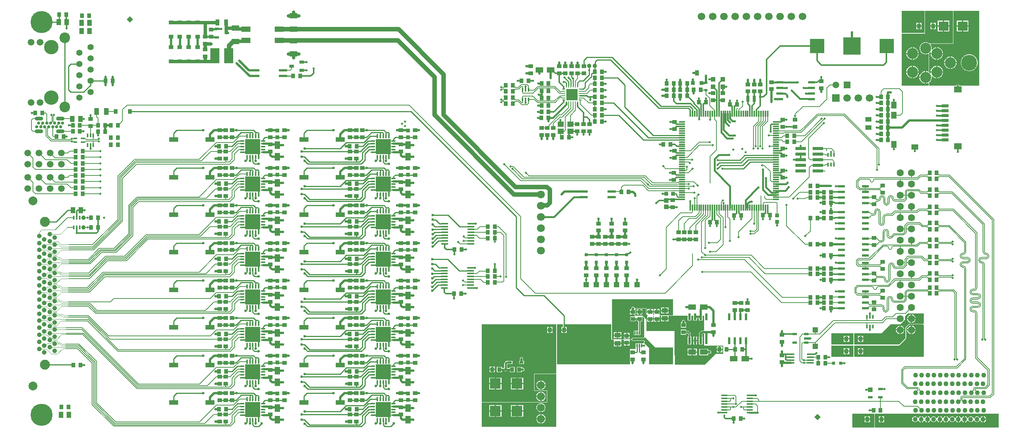
<source format=gtl>
G04*
G04 #@! TF.GenerationSoftware,Altium Limited,Altium Designer,24.7.2 (38)*
G04*
G04 Layer_Physical_Order=1*
G04 Layer_Color=255*
%FSLAX25Y25*%
%MOIN*%
G70*
G04*
G04 #@! TF.SameCoordinates,7466D0F8-E9CD-42B0-AAD5-FE8217CC6D43*
G04*
G04*
G04 #@! TF.FilePolarity,Positive*
G04*
G01*
G75*
%ADD12C,0.00394*%
%ADD13C,0.00787*%
%ADD14C,0.01181*%
%ADD15C,0.01968*%
%ADD16C,0.01000*%
%ADD17C,0.00500*%
%ADD19C,0.00600*%
%ADD23R,0.03543X0.03937*%
%ADD24R,0.01378X0.05315*%
%ADD25R,0.03937X0.03543*%
%ADD26R,0.03937X0.03740*%
%ADD27R,0.03740X0.03937*%
%ADD28R,0.07087X0.04921*%
%ADD29R,0.03937X0.05906*%
%ADD30R,0.04134X0.05512*%
%ADD31R,0.03740X0.03937*%
%ADD32R,0.03622X0.04252*%
%ADD33R,0.01575X0.03740*%
%ADD34R,0.03543X0.01575*%
%ADD35R,0.03937X0.03740*%
%ADD36R,0.07284X0.02362*%
%ADD37R,0.04252X0.03622*%
%ADD38R,0.07874X0.13780*%
%ADD39R,0.04134X0.02362*%
%ADD40R,0.03740X0.05512*%
%ADD41R,0.07087X0.04528*%
%ADD42R,0.04134X0.02559*%
%ADD43R,0.07874X0.04724*%
%ADD44R,0.03937X0.03937*%
%ADD45R,0.12500X0.12500*%
%ADD46R,0.05512X0.04134*%
%ADD47R,0.09055X0.08465*%
%ADD48R,0.05906X0.03150*%
%ADD49R,0.06693X0.05512*%
%ADD50R,0.04528X0.05906*%
%ADD51R,0.05906X0.04528*%
%ADD52R,0.09449X0.02913*%
%ADD53R,0.02717X0.01102*%
%ADD54R,0.03150X0.02362*%
%ADD55R,0.03150X0.03150*%
%ADD56R,0.02362X0.06102*%
%ADD57R,0.03600X0.03600*%
%ADD58R,0.03600X0.05000*%
%ADD59R,0.09646X0.09252*%
%ADD60R,0.03543X0.01968*%
%ADD61R,0.06299X0.02362*%
%ADD62R,0.13386X0.07284*%
%ADD63O,0.01378X0.04134*%
%ADD64O,0.04134X0.01378*%
%ADD65R,0.13189X0.13189*%
%ADD66R,0.03937X0.03937*%
%ADD67R,0.05906X0.01772*%
%ADD68R,0.04921X0.07087*%
%ADD69R,0.03937X0.03347*%
%ADD70R,0.03740X0.03740*%
%ADD71R,0.08465X0.04331*%
%ADD72R,0.05512X0.04528*%
%ADD73R,0.03150X0.03150*%
%ADD74R,0.03740X0.03740*%
%ADD75R,0.05315X0.01378*%
%ADD76R,0.06102X0.02362*%
%ADD77R,0.04331X0.02362*%
%ADD78R,0.09843X0.09843*%
%ADD79R,0.01102X0.02717*%
%ADD80R,0.05709X0.01772*%
%ADD81R,0.03937X0.02362*%
%ADD82O,0.10827X0.01181*%
%ADD83O,0.01181X0.03347*%
%ADD84R,0.02953X0.05512*%
%ADD171C,0.00598*%
%ADD172C,0.03937*%
%ADD173R,0.15748X0.15748*%
%ADD174R,0.05000X0.05000*%
%ADD175R,0.05000X0.05000*%
%ADD176P,0.05568X4X360.0*%
%ADD177C,0.00669*%
%ADD178C,0.03937*%
%ADD179C,0.01535*%
%ADD180C,0.01143*%
%ADD181C,0.01575*%
%ADD182C,0.01143*%
%ADD183C,0.02000*%
%ADD184C,0.03150*%
%ADD185C,0.03000*%
%ADD186C,0.05512*%
%ADD187C,0.12835*%
%ADD188C,0.05984*%
%ADD189C,0.09449*%
%ADD190C,0.02756*%
%ADD191O,0.07480X0.03543*%
%ADD192C,0.06693*%
%ADD193C,0.06299*%
%ADD194C,0.14173*%
%ADD195C,0.09843*%
%ADD196R,0.05906X0.05906*%
%ADD197C,0.05906*%
%ADD198C,0.04331*%
%ADD199C,0.07087*%
%ADD200R,0.06693X0.06693*%
%ADD201C,0.19685*%
%ADD202C,0.04134*%
%ADD203C,0.07874*%
%ADD204C,0.08858*%
%ADD205C,0.01968*%
%ADD206C,0.02362*%
%ADD207C,0.02598*%
G36*
X806102Y361811D02*
X785728D01*
Y381594D01*
X806102D01*
Y361811D01*
D02*
G37*
G36*
X831496Y352756D02*
X810112D01*
X809129Y353324D01*
X807775Y353686D01*
X806374D01*
X805021Y353324D01*
X803808Y352623D01*
X802817Y351632D01*
X802116Y350419D01*
X801754Y349065D01*
Y347664D01*
X802116Y346311D01*
X802817Y345098D01*
X803808Y344107D01*
X805021Y343406D01*
X806374Y343044D01*
X807775D01*
X809129Y343406D01*
X809311Y343512D01*
X809744Y343262D01*
Y327715D01*
X809311Y327465D01*
X809206Y327526D01*
X807802Y327902D01*
X807575D01*
Y322381D01*
Y316859D01*
X807802D01*
X809206Y317236D01*
X809311Y317296D01*
X809744Y317046D01*
Y315059D01*
X785728D01*
Y361378D01*
X806102D01*
X806409Y361505D01*
X806535Y361811D01*
Y381594D01*
X831496D01*
Y352756D01*
D02*
G37*
G36*
X854724Y315059D02*
X836837D01*
Y316535D01*
X836837Y316535D01*
X836760Y316922D01*
X836541Y317250D01*
X836213Y317469D01*
X835827Y317545D01*
X835440Y317469D01*
X835113Y317250D01*
X835113Y317249D01*
X834894Y316922D01*
X834817Y316535D01*
Y315059D01*
X810177D01*
Y317046D01*
X810155Y317100D01*
X810162Y317158D01*
X810093Y317248D01*
X810050Y317352D01*
X810026Y317362D01*
X809989Y317461D01*
X809981Y317552D01*
X810044Y317950D01*
X810342Y318123D01*
X811333Y319113D01*
X812033Y320327D01*
X812396Y321680D01*
Y323081D01*
X812322Y323358D01*
X812770Y323617D01*
X813700Y322687D01*
X814959Y321960D01*
X816363Y321584D01*
X816590D01*
Y326605D01*
X811569D01*
Y326378D01*
X811664Y326025D01*
X811215Y325766D01*
X810342Y326639D01*
X810044Y326811D01*
X809981Y327210D01*
X809989Y327301D01*
X810026Y327399D01*
X810050Y327409D01*
X810093Y327513D01*
X810162Y327603D01*
X810155Y327661D01*
X810177Y327715D01*
Y343262D01*
X810155Y343316D01*
X810162Y343373D01*
X810135Y343410D01*
X810082Y343653D01*
X810216Y344019D01*
X810231Y344043D01*
X810342Y344107D01*
X811215Y344980D01*
X811664Y344721D01*
X811569Y344367D01*
Y344141D01*
X816590D01*
Y349162D01*
X816363D01*
X814959Y348785D01*
X813700Y348059D01*
X812770Y347129D01*
X812322Y347388D01*
X812396Y347664D01*
Y349065D01*
X812033Y350419D01*
X811333Y351632D01*
X811104Y351861D01*
X811296Y352323D01*
X831496D01*
X831802Y352450D01*
X831929Y352756D01*
Y381594D01*
X854724D01*
Y315059D01*
D02*
G37*
G36*
X582087Y110433D02*
X570327D01*
X570285Y110916D01*
X570285Y110933D01*
Y112886D01*
X567717D01*
X565148D01*
Y110933D01*
X565148Y110916D01*
X565106Y110433D01*
X564422D01*
X564380Y110916D01*
X564380D01*
Y112886D01*
X561811D01*
X559243D01*
Y112140D01*
X558743Y111883D01*
X558603Y111984D01*
Y116339D01*
X558476Y116645D01*
X558170Y116772D01*
X548425D01*
X548356Y116743D01*
X547800Y116979D01*
X547761Y117174D01*
X547455Y117632D01*
X546997Y117938D01*
X546457Y118046D01*
X545917Y117938D01*
X545459Y117632D01*
X545153Y117174D01*
X545046Y116634D01*
Y115758D01*
X543889D01*
Y113886D01*
X546457D01*
Y113386D01*
X546957D01*
Y111014D01*
X547993D01*
Y109843D01*
X548028Y109759D01*
X547744Y109259D01*
X544089D01*
Y104915D01*
X548826D01*
Y106077D01*
X549994D01*
Y104915D01*
X551248D01*
Y96813D01*
X551242Y96807D01*
X550748Y96591D01*
X550583Y96701D01*
X550197Y96778D01*
X549810Y96701D01*
X549483Y96482D01*
X548943D01*
X548615Y96701D01*
X548228Y96778D01*
X547842Y96701D01*
X547514Y96482D01*
X547295Y96154D01*
X547218Y95768D01*
Y93603D01*
X547295Y93216D01*
X547514Y92888D01*
X547842Y92670D01*
X548228Y92593D01*
X548615Y92670D01*
X548943Y92888D01*
X549483D01*
X549810Y92670D01*
X550197Y92593D01*
X550583Y92670D01*
X550911Y92888D01*
X551451D01*
X551779Y92670D01*
X552165Y92593D01*
X552552Y92670D01*
X552879Y92888D01*
X553098Y93216D01*
X553175Y93603D01*
Y95768D01*
X553098Y96154D01*
X553083Y96178D01*
Y104915D01*
X554731D01*
Y109009D01*
X555231Y109216D01*
X556595Y107853D01*
Y90813D01*
X556579Y90800D01*
X556577Y90799D01*
X556577Y90799D01*
X556560Y90785D01*
X556558Y90771D01*
X556406Y90543D01*
X556221Y90420D01*
X555961Y90368D01*
X546401D01*
X546352Y90378D01*
X546344Y90376D01*
X546337Y90381D01*
X546183Y90344D01*
X546027Y90313D01*
X546023Y90306D01*
X546015Y90304D01*
X545515Y89944D01*
X545495Y89913D01*
X545462Y89899D01*
X545410Y89776D01*
X545340Y89662D01*
X545349Y89627D01*
X545335Y89593D01*
Y88977D01*
X527756D01*
Y124508D01*
X582087D01*
Y110433D01*
D02*
G37*
G36*
X527264Y88780D02*
X527405D01*
X527450Y88671D01*
X527756Y88544D01*
X529185D01*
X529322Y88100D01*
X529322Y88044D01*
Y85933D01*
X532678D01*
X536033D01*
Y88044D01*
X536033Y88100D01*
X536170Y88544D01*
X537979D01*
X538377Y88297D01*
X538377Y88044D01*
Y86327D01*
X540945D01*
X543514D01*
Y88044D01*
X543514Y88297D01*
X543912Y88544D01*
X544936D01*
X545340Y88291D01*
X545410Y88178D01*
X545462Y88054D01*
X545495Y88040D01*
X545515Y88009D01*
X546015Y87649D01*
X546023Y87647D01*
X546027Y87640D01*
X546183Y87609D01*
X546337Y87573D01*
X546344Y87577D01*
X546352Y87576D01*
X546401Y87585D01*
X555961D01*
X556221Y87533D01*
X556406Y87410D01*
X556529Y87226D01*
X556572Y87008D01*
X556529Y86791D01*
X556406Y86606D01*
X556268Y86514D01*
X556183Y86387D01*
X556090Y86267D01*
X555972Y85831D01*
X555802Y85496D01*
X555501Y85361D01*
X548918D01*
Y80463D01*
X543701D01*
Y79436D01*
X543695D01*
Y74896D01*
X543701D01*
Y73137D01*
X543695D01*
Y68596D01*
X543701D01*
Y66536D01*
X528051Y66535D01*
X478740D01*
Y102165D01*
X484122D01*
Y99970D01*
X482628D01*
Y97744D01*
X485039D01*
X487450D01*
Y99970D01*
X485957D01*
Y102165D01*
X527264D01*
Y88780D01*
D02*
G37*
G36*
X566536Y81693D02*
X582087D01*
X582087Y66536D01*
X560827D01*
Y81128D01*
X556390Y85565D01*
X556390Y85718D01*
X556508Y86154D01*
X556718Y86294D01*
X556937Y86622D01*
X557014Y87008D01*
X556937Y87395D01*
X556718Y87722D01*
X556390Y87941D01*
X556004Y88018D01*
X546358D01*
X546268Y88000D01*
X545768Y88361D01*
Y89593D01*
X546268Y89953D01*
X546358Y89935D01*
X556004D01*
X556390Y90012D01*
X556718Y90231D01*
X556937Y90559D01*
X556941Y90580D01*
X557484Y90745D01*
X566536Y81693D01*
D02*
G37*
G36*
X742913Y84449D02*
X723130D01*
Y94291D01*
X742913D01*
Y84449D01*
D02*
G37*
G36*
X805370Y102657D02*
X792224D01*
X789272Y99705D01*
Y89862D01*
X783858Y84449D01*
X743846Y84449D01*
X743346Y84449D01*
Y94291D01*
X767913D01*
X775886Y102264D01*
X784334D01*
X788738Y106669D01*
Y109605D01*
X791240Y112106D01*
X805370D01*
Y102657D01*
D02*
G37*
G36*
X742913Y73425D02*
X723130D01*
Y83268D01*
X742913D01*
Y73425D01*
D02*
G37*
G36*
X805370Y101725D02*
X805370Y73425D01*
X743346Y73425D01*
Y83268D01*
X783465D01*
X789272Y89075D01*
Y89250D01*
X789578Y89556D01*
X789705Y89862D01*
Y99525D01*
X792404Y102225D01*
X804870D01*
X805370Y101725D01*
D02*
G37*
G36*
X558170Y111516D02*
X559735Y109951D01*
X559582Y109557D01*
X559243D01*
Y107587D01*
X561811D01*
X564380D01*
Y109449D01*
X564380Y109557D01*
X564541Y109733D01*
X564885D01*
X565148Y109406D01*
Y107587D01*
X567717D01*
X570285D01*
Y109449D01*
X570285Y109557D01*
X570546Y109843D01*
X571448D01*
Y107981D01*
X574803D01*
X578159D01*
Y109843D01*
X595250D01*
Y105604D01*
X598412D01*
Y109843D01*
X600250D01*
Y105604D01*
X603412D01*
Y107644D01*
X605250D01*
Y105604D01*
X608412D01*
Y109843D01*
X609842D01*
Y96687D01*
X607984D01*
X607444Y96579D01*
X606986Y96274D01*
X605833Y95121D01*
X605527Y94663D01*
X605419Y94122D01*
Y91246D01*
X605250D01*
Y84344D01*
X608412D01*
Y91246D01*
X608242D01*
Y93538D01*
X608568Y93864D01*
X609842D01*
Y83366D01*
X626772D01*
Y75984D01*
X619980D01*
X610433Y66437D01*
X583760Y66437D01*
Y74705D01*
X583563D01*
Y96260D01*
X558563D01*
Y106496D01*
X555217Y109843D01*
X548425D01*
Y111214D01*
X548826D01*
Y115558D01*
X548425D01*
Y116339D01*
X558170D01*
Y111516D01*
D02*
G37*
G36*
X478248Y58307D02*
X458858D01*
X458552Y58180D01*
X458425Y57874D01*
Y43406D01*
X458552Y43099D01*
X458858Y42973D01*
X469744D01*
Y33110D01*
X411909D01*
Y57874D01*
Y102165D01*
X478248D01*
Y58307D01*
D02*
G37*
G36*
Y10827D02*
X411909D01*
Y32677D01*
X470177D01*
Y43406D01*
X458858D01*
Y57874D01*
X478248D01*
Y10827D01*
D02*
G37*
G36*
X872200Y10276D02*
X761850D01*
Y22638D01*
X872200D01*
Y10276D01*
D02*
G37*
G36*
X761417D02*
X741634D01*
Y22638D01*
X761417D01*
Y10276D01*
D02*
G37*
%LPC*%
G36*
X803592Y370836D02*
X801681D01*
Y368610D01*
X803592D01*
Y370836D01*
D02*
G37*
G36*
X800681D02*
X798770D01*
Y368610D01*
X800681D01*
Y370836D01*
D02*
G37*
G36*
X803592Y367610D02*
X801681D01*
Y365384D01*
X803592D01*
Y367610D01*
D02*
G37*
G36*
X800681D02*
X798770D01*
Y365384D01*
X800681D01*
Y367610D01*
D02*
G37*
G36*
X816191Y370836D02*
X814279D01*
Y368610D01*
X816191D01*
Y370836D01*
D02*
G37*
G36*
X828159Y372942D02*
X823532D01*
Y368610D01*
X828159D01*
Y372942D01*
D02*
G37*
G36*
X822532D02*
X817904D01*
Y368610D01*
X822532D01*
Y372942D01*
D02*
G37*
G36*
X813280Y370836D02*
X811368D01*
Y368610D01*
X813280D01*
Y370836D01*
D02*
G37*
G36*
X816191Y367610D02*
X814279D01*
Y365384D01*
X816191D01*
Y367610D01*
D02*
G37*
G36*
X813280D02*
X811368D01*
Y365384D01*
X813280D01*
Y367610D01*
D02*
G37*
G36*
X828159D02*
X823532D01*
Y363278D01*
X828159D01*
Y367610D01*
D02*
G37*
G36*
X822532D02*
X817904D01*
Y363278D01*
X822532D01*
Y367610D01*
D02*
G37*
G36*
X796163Y349162D02*
X795936D01*
Y344141D01*
X800958D01*
Y344367D01*
X800581Y345772D01*
X799855Y347031D01*
X798827Y348059D01*
X797568Y348785D01*
X796163Y349162D01*
D02*
G37*
G36*
X794937D02*
X794710D01*
X793305Y348785D01*
X792046Y348059D01*
X791018Y347031D01*
X790292Y345772D01*
X789915Y344367D01*
Y344141D01*
X794937D01*
Y349162D01*
D02*
G37*
G36*
X800958Y343141D02*
X795936D01*
Y338119D01*
X796163D01*
X797568Y338495D01*
X798827Y339222D01*
X799855Y340250D01*
X800581Y341509D01*
X800958Y342914D01*
Y343141D01*
D02*
G37*
G36*
X794937D02*
X789915D01*
Y342914D01*
X790292Y341509D01*
X791018Y340250D01*
X792046Y339222D01*
X793305Y338495D01*
X794710Y338119D01*
X794937D01*
Y343141D01*
D02*
G37*
G36*
X796163Y332626D02*
X795936D01*
Y327605D01*
X800958D01*
Y327832D01*
X800581Y329236D01*
X799855Y330495D01*
X798827Y331523D01*
X797568Y332250D01*
X796163Y332626D01*
D02*
G37*
G36*
X794937D02*
X794710D01*
X793305Y332250D01*
X792046Y331523D01*
X791018Y330495D01*
X790292Y329236D01*
X789915Y327832D01*
Y327605D01*
X794937D01*
Y332626D01*
D02*
G37*
G36*
X806575Y327902D02*
X806348D01*
X804944Y327526D01*
X803685Y326799D01*
X802657Y325771D01*
X801930Y324512D01*
X801554Y323108D01*
Y322881D01*
X806575D01*
Y327902D01*
D02*
G37*
G36*
X800958Y326605D02*
X795936D01*
Y321584D01*
X796163D01*
X797568Y321960D01*
X798827Y322687D01*
X799855Y323715D01*
X800581Y324974D01*
X800958Y326378D01*
Y326605D01*
D02*
G37*
G36*
X794937D02*
X789915D01*
Y326378D01*
X790292Y324974D01*
X791018Y323715D01*
X792046Y322687D01*
X793305Y321960D01*
X794710Y321584D01*
X794937D01*
Y326605D01*
D02*
G37*
G36*
X806575Y321881D02*
X801554D01*
Y321654D01*
X801930Y320250D01*
X802657Y318990D01*
X803685Y317963D01*
X804944Y317236D01*
X806348Y316859D01*
X806575D01*
Y321881D01*
D02*
G37*
G36*
X845088Y372942D02*
X840461D01*
Y368610D01*
X845088D01*
Y372942D01*
D02*
G37*
G36*
X839461D02*
X834833D01*
Y368610D01*
X839461D01*
Y372942D01*
D02*
G37*
G36*
X845088Y367610D02*
X840461D01*
Y363278D01*
X845088D01*
Y367610D01*
D02*
G37*
G36*
X839461D02*
X834833D01*
Y363278D01*
X839461D01*
Y367610D01*
D02*
G37*
G36*
X817817Y349162D02*
X817590D01*
Y344141D01*
X822611D01*
Y344367D01*
X822235Y345772D01*
X821508Y347031D01*
X820480Y348059D01*
X819221Y348785D01*
X817817Y349162D01*
D02*
G37*
G36*
X822611Y343141D02*
X817590D01*
Y338119D01*
X817817D01*
X819221Y338495D01*
X820480Y339222D01*
X821508Y340250D01*
X822235Y341509D01*
X822611Y342914D01*
Y343141D01*
D02*
G37*
G36*
X816590D02*
X811569D01*
Y342914D01*
X811945Y341509D01*
X812672Y340250D01*
X813700Y339222D01*
X814959Y338495D01*
X816363Y338119D01*
X816590D01*
Y343141D01*
D02*
G37*
G36*
X829849Y340894D02*
X829622D01*
Y335873D01*
X834643D01*
Y336100D01*
X834267Y337504D01*
X833540Y338763D01*
X832512Y339791D01*
X831253Y340518D01*
X829849Y340894D01*
D02*
G37*
G36*
X828622D02*
X828395D01*
X826991Y340518D01*
X825732Y339791D01*
X824704Y338763D01*
X823977Y337504D01*
X823601Y336100D01*
Y335873D01*
X828622D01*
Y340894D01*
D02*
G37*
G36*
X834643Y334873D02*
X829622D01*
Y329852D01*
X829849D01*
X831253Y330228D01*
X832512Y330955D01*
X833540Y331983D01*
X834267Y333242D01*
X834643Y334646D01*
Y334873D01*
D02*
G37*
G36*
X828622D02*
X823601D01*
Y334646D01*
X823977Y333242D01*
X824704Y331983D01*
X825732Y330955D01*
X826991Y330228D01*
X828395Y329852D01*
X828622D01*
Y334873D01*
D02*
G37*
G36*
X846568Y342859D02*
X845093D01*
X843646Y342572D01*
X842284Y342007D01*
X841058Y341188D01*
X840015Y340145D01*
X839196Y338919D01*
X838631Y337557D01*
X838344Y336110D01*
Y334635D01*
X838631Y333189D01*
X839196Y331826D01*
X840015Y330600D01*
X841058Y329557D01*
X842284Y328738D01*
X843646Y328174D01*
X845093Y327886D01*
X846568D01*
X848014Y328174D01*
X849376Y328738D01*
X850603Y329557D01*
X851645Y330600D01*
X852465Y331826D01*
X853029Y333189D01*
X853317Y334635D01*
Y336110D01*
X853029Y337557D01*
X852465Y338919D01*
X851645Y340145D01*
X850603Y341188D01*
X849376Y342007D01*
X848014Y342572D01*
X846568Y342859D01*
D02*
G37*
G36*
X817817Y332626D02*
X817590D01*
Y327605D01*
X822611D01*
Y327832D01*
X822235Y329236D01*
X821508Y330495D01*
X820480Y331523D01*
X819221Y332250D01*
X817817Y332626D01*
D02*
G37*
G36*
X816590D02*
X816363D01*
X814959Y332250D01*
X813700Y331523D01*
X812672Y330495D01*
X811945Y329236D01*
X811569Y327832D01*
Y327605D01*
X816590D01*
Y332626D01*
D02*
G37*
G36*
X822611Y326605D02*
X817590D01*
Y321584D01*
X817817D01*
X819221Y321960D01*
X820480Y322687D01*
X821508Y323715D01*
X822235Y324974D01*
X822611Y326378D01*
Y326605D01*
D02*
G37*
G36*
X578159Y117234D02*
X575303D01*
Y115067D01*
X578159D01*
Y117234D01*
D02*
G37*
G36*
X574303D02*
X571448D01*
Y115067D01*
X574303D01*
Y117234D01*
D02*
G37*
G36*
X570285Y115856D02*
X568217D01*
Y113886D01*
X570285D01*
Y115856D01*
D02*
G37*
G36*
X567217D02*
X565148D01*
Y113886D01*
X567217D01*
Y115856D01*
D02*
G37*
G36*
X564380D02*
X562311D01*
Y113886D01*
X564380D01*
Y115856D01*
D02*
G37*
G36*
X561311D02*
X559243D01*
Y113886D01*
X561311D01*
Y115856D01*
D02*
G37*
G36*
X578159Y114067D02*
X575303D01*
Y111900D01*
X578159D01*
Y114067D01*
D02*
G37*
G36*
X574303D02*
X571448D01*
Y111900D01*
X574303D01*
Y114067D01*
D02*
G37*
G36*
X545957Y112886D02*
X543889D01*
Y111014D01*
X545957D01*
Y112886D01*
D02*
G37*
G36*
X536033Y95187D02*
X533178D01*
Y93020D01*
X536033D01*
Y95187D01*
D02*
G37*
G36*
X532177D02*
X529322D01*
Y93020D01*
X532177D01*
Y95187D01*
D02*
G37*
G36*
X543514Y94596D02*
X541445D01*
Y92626D01*
X543514D01*
Y94596D01*
D02*
G37*
G36*
X540445D02*
X538377D01*
Y92626D01*
X540445D01*
Y94596D01*
D02*
G37*
G36*
X536033Y92020D02*
X533178D01*
Y89853D01*
X536033D01*
Y92020D01*
D02*
G37*
G36*
X532177D02*
X529322D01*
Y89853D01*
X532177D01*
Y92020D01*
D02*
G37*
G36*
X543514Y91626D02*
X541445D01*
Y89656D01*
X543514D01*
Y91626D01*
D02*
G37*
G36*
X540445D02*
X538377D01*
Y89656D01*
X540445D01*
Y91626D01*
D02*
G37*
G36*
X487450Y96744D02*
X485539D01*
Y94518D01*
X487450D01*
Y96744D01*
D02*
G37*
G36*
X484539D02*
X482628D01*
Y94518D01*
X484539D01*
Y96744D01*
D02*
G37*
G36*
X543514Y85327D02*
X541445D01*
Y83357D01*
X543514D01*
Y85327D01*
D02*
G37*
G36*
X540445D02*
X538377D01*
Y83357D01*
X540445D01*
Y85327D01*
D02*
G37*
G36*
X536033Y84933D02*
X533178D01*
Y82766D01*
X536033D01*
Y84933D01*
D02*
G37*
G36*
X532177D02*
X529322D01*
Y82766D01*
X532177D01*
Y84933D01*
D02*
G37*
G36*
X739025Y92096D02*
X737114D01*
Y89870D01*
X739025D01*
Y92096D01*
D02*
G37*
G36*
X736114D02*
X734203D01*
Y89870D01*
X736114D01*
Y92096D01*
D02*
G37*
G36*
X739025Y88870D02*
X737114D01*
Y86644D01*
X739025D01*
Y88870D01*
D02*
G37*
G36*
X736114D02*
X734203D01*
Y86644D01*
X736114D01*
Y88870D01*
D02*
G37*
G36*
X794870Y111072D02*
Y107824D01*
X798118D01*
X797864Y108772D01*
X797371Y109627D01*
X796673Y110325D01*
X795818Y110819D01*
X794870Y111072D01*
D02*
G37*
G36*
X793870Y111072D02*
X792923Y110819D01*
X792068Y110325D01*
X791370Y109627D01*
X790876Y108772D01*
X790623Y107824D01*
X793870D01*
Y111072D01*
D02*
G37*
G36*
X798118Y106824D02*
X794870D01*
Y103577D01*
X795818Y103830D01*
X796673Y104324D01*
X797371Y105022D01*
X797864Y105877D01*
X798118Y106824D01*
D02*
G37*
G36*
X793870D02*
X790623D01*
X790876Y105877D01*
X791370Y105022D01*
X792068Y104324D01*
X792923Y103830D01*
X793870Y103577D01*
Y106824D01*
D02*
G37*
G36*
X784870Y101072D02*
Y97824D01*
X788118D01*
X787864Y98772D01*
X787371Y99627D01*
X786673Y100325D01*
X785818Y100819D01*
X784870Y101072D01*
D02*
G37*
G36*
X783870Y101072D02*
X782923Y100819D01*
X782068Y100325D01*
X781370Y99627D01*
X780876Y98772D01*
X780622Y97824D01*
X783870D01*
Y101072D01*
D02*
G37*
G36*
X788118Y96824D02*
X784870D01*
Y93577D01*
X785818Y93830D01*
X786673Y94324D01*
X787371Y95022D01*
X787864Y95877D01*
X788118Y96824D01*
D02*
G37*
G36*
X783870D02*
X780622D01*
X780876Y95877D01*
X781370Y95022D01*
X782068Y94324D01*
X782923Y93830D01*
X783870Y93577D01*
Y96824D01*
D02*
G37*
G36*
X751624Y92096D02*
X749713D01*
Y89870D01*
X751624D01*
Y92096D01*
D02*
G37*
G36*
X748712D02*
X746802D01*
Y89870D01*
X748712D01*
Y92096D01*
D02*
G37*
G36*
X751624Y88870D02*
X749713D01*
Y86644D01*
X751624D01*
Y88870D01*
D02*
G37*
G36*
X748712D02*
X746802D01*
Y86644D01*
X748712D01*
Y88870D01*
D02*
G37*
G36*
X739025Y81072D02*
X737114D01*
Y78847D01*
X739025D01*
Y81072D01*
D02*
G37*
G36*
X736114D02*
X734203D01*
Y78847D01*
X736114D01*
Y81072D01*
D02*
G37*
G36*
X739025Y77846D02*
X737114D01*
Y75621D01*
X739025D01*
Y77846D01*
D02*
G37*
G36*
X736114D02*
X734203D01*
Y75621D01*
X736114D01*
Y77846D01*
D02*
G37*
G36*
X794870Y101072D02*
Y97824D01*
X798118D01*
X797864Y98772D01*
X797371Y99627D01*
X796673Y100325D01*
X795818Y100819D01*
X794870Y101072D01*
D02*
G37*
G36*
X793870Y101072D02*
X792923Y100819D01*
X792068Y100325D01*
X791370Y99627D01*
X790876Y98772D01*
X790623Y97824D01*
X793870D01*
Y101072D01*
D02*
G37*
G36*
X798118Y96824D02*
X794870D01*
Y93577D01*
X795818Y93830D01*
X796673Y94324D01*
X797371Y95022D01*
X797864Y95877D01*
X798118Y96824D01*
D02*
G37*
G36*
X793870D02*
X790623D01*
X790876Y95877D01*
X791370Y95022D01*
X792068Y94324D01*
X792923Y93830D01*
X793870Y93577D01*
Y96824D01*
D02*
G37*
G36*
X751624Y81072D02*
X749713D01*
Y78847D01*
X751624D01*
Y81072D01*
D02*
G37*
G36*
X748713D02*
X746802D01*
Y78847D01*
X748713D01*
Y81072D01*
D02*
G37*
G36*
X751624Y77846D02*
X749713D01*
Y75621D01*
X751624D01*
Y77846D01*
D02*
G37*
G36*
X748713D02*
X746802D01*
Y75621D01*
X748713D01*
Y77846D01*
D02*
G37*
G36*
X554931Y115758D02*
X552863D01*
Y113886D01*
X554931D01*
Y115758D01*
D02*
G37*
G36*
X551863D02*
X549794D01*
Y113886D01*
X551863D01*
Y115758D01*
D02*
G37*
G36*
X554931Y112886D02*
X552863D01*
Y111014D01*
X554931D01*
Y112886D01*
D02*
G37*
G36*
X551863D02*
X549794D01*
Y111014D01*
X551863D01*
Y112886D01*
D02*
G37*
G36*
X578159Y106981D02*
X575303D01*
Y104814D01*
X578159D01*
Y106981D01*
D02*
G37*
G36*
X574303D02*
X571448D01*
Y104814D01*
X574303D01*
Y106981D01*
D02*
G37*
G36*
X570285Y106587D02*
X568217D01*
Y104617D01*
X570285D01*
Y106587D01*
D02*
G37*
G36*
X567217D02*
X565148D01*
Y104617D01*
X567217D01*
Y106587D01*
D02*
G37*
G36*
X564380Y106587D02*
X562311D01*
Y104617D01*
X564380D01*
Y106587D01*
D02*
G37*
G36*
X561311D02*
X559243D01*
Y104617D01*
X561311D01*
Y106587D01*
D02*
G37*
G36*
X591339Y106234D02*
X591202Y106207D01*
X591063D01*
X590935Y106154D01*
X590799Y106127D01*
X590683Y106050D01*
X590555Y105996D01*
X590456Y105898D01*
X590341Y105821D01*
X590263Y105705D01*
X590165Y105607D01*
X590112Y105479D01*
X590035Y105363D01*
X590007Y105227D01*
X589954Y105098D01*
Y104959D01*
X589927Y104823D01*
Y103845D01*
X588970D01*
Y99305D01*
X593707D01*
Y103845D01*
X592750D01*
Y104823D01*
X592723Y104959D01*
Y105098D01*
X592670Y105227D01*
X592642Y105363D01*
X592565Y105479D01*
X592512Y105607D01*
X592414Y105705D01*
X592337Y105821D01*
X592221Y105898D01*
X592123Y105996D01*
X591994Y106050D01*
X591879Y106127D01*
X591742Y106154D01*
X591614Y106207D01*
X591475D01*
X591339Y106234D01*
D02*
G37*
G36*
X603612Y91447D02*
X602331D01*
Y88295D01*
X603612D01*
Y91447D01*
D02*
G37*
G36*
X601331D02*
X600050D01*
Y88295D01*
X601331D01*
Y91447D01*
D02*
G37*
G36*
X593707Y97546D02*
X588970D01*
Y93006D01*
X593707D01*
Y94266D01*
X595251D01*
X595821Y93696D01*
Y91246D01*
X595250D01*
Y84344D01*
X598412D01*
Y91246D01*
X597841D01*
Y94114D01*
X597764Y94501D01*
X597545Y94828D01*
X596383Y95990D01*
X596056Y96209D01*
X595669Y96286D01*
X593707D01*
Y97546D01*
D02*
G37*
G36*
X603612Y87295D02*
X602331D01*
Y84144D01*
X603612D01*
Y87295D01*
D02*
G37*
G36*
X601331D02*
X600050D01*
Y84144D01*
X601331D01*
Y87295D01*
D02*
G37*
G36*
X625994Y82490D02*
X624122D01*
Y80421D01*
X625994D01*
Y82490D01*
D02*
G37*
G36*
X623122D02*
X621250D01*
Y80421D01*
X623122D01*
Y82490D01*
D02*
G37*
G36*
X603356Y80620D02*
X599713D01*
Y78059D01*
X603356D01*
Y80620D01*
D02*
G37*
G36*
X598713D02*
X595069D01*
Y78059D01*
X598713D01*
Y80620D01*
D02*
G37*
G36*
X625994Y79421D02*
X624122D01*
Y77353D01*
X625994D01*
Y79421D01*
D02*
G37*
G36*
X623122D02*
X621250D01*
Y77353D01*
X623122D01*
Y79421D01*
D02*
G37*
G36*
X613392Y80420D02*
X605506D01*
Y74698D01*
X613392D01*
Y76148D01*
X614764D01*
X614900Y76175D01*
X615039D01*
X615168Y76228D01*
X615304Y76255D01*
X615419Y76332D01*
X615548Y76386D01*
X615646Y76484D01*
X615762Y76561D01*
X615839Y76677D01*
X615937Y76775D01*
X615990Y76903D01*
X616068Y77019D01*
X616095Y77155D01*
X616148Y77284D01*
Y77423D01*
X616175Y77559D01*
X616148Y77695D01*
Y77834D01*
X616095Y77963D01*
X616068Y78099D01*
X615990Y78215D01*
X615937Y78343D01*
X615839Y78442D01*
X615762Y78557D01*
X615646Y78634D01*
X615548Y78733D01*
X615419Y78786D01*
X615304Y78863D01*
X615168Y78890D01*
X615039Y78943D01*
X614900D01*
X614764Y78970D01*
X613392D01*
Y80420D01*
D02*
G37*
G36*
X603356Y77059D02*
X599713D01*
Y74498D01*
X603356D01*
Y77059D01*
D02*
G37*
G36*
X598713D02*
X595069D01*
Y74498D01*
X598713D01*
Y77059D01*
D02*
G37*
G36*
X474852Y99970D02*
X472941D01*
Y97744D01*
X474852D01*
Y99970D01*
D02*
G37*
G36*
X471941D02*
X470030D01*
Y97744D01*
X471941D01*
Y99970D01*
D02*
G37*
G36*
X474852Y96744D02*
X472941D01*
Y94518D01*
X474852D01*
Y96744D01*
D02*
G37*
G36*
X471941D02*
X470030D01*
Y94518D01*
X471941D01*
Y96744D01*
D02*
G37*
G36*
X447146Y73065D02*
X446606Y72957D01*
X446148Y72651D01*
X445842Y72194D01*
X445734Y71653D01*
Y69790D01*
X444974D01*
Y67021D01*
X447009D01*
X447146Y66994D01*
X447282Y67021D01*
X449317D01*
Y69790D01*
X448557D01*
Y71653D01*
X448450Y72194D01*
X448144Y72651D01*
X447686Y72957D01*
X447146Y73065D01*
D02*
G37*
G36*
X439081Y69790D02*
X434738D01*
Y69616D01*
X434092D01*
X433629Y69524D01*
X433236Y69262D01*
X433236Y69261D01*
X432313Y68339D01*
X432051Y67946D01*
X431959Y67483D01*
X431959Y67483D01*
Y63317D01*
X429632D01*
Y64475D01*
X425289D01*
Y59738D01*
X429632D01*
Y60896D01*
X432135D01*
X432552Y60617D01*
X433169Y60494D01*
X433786Y60617D01*
X434203Y60896D01*
X436706D01*
Y59738D01*
X441050D01*
Y64475D01*
X436706D01*
Y63317D01*
X434380D01*
Y66678D01*
X434738Y67021D01*
X439081D01*
Y69790D01*
D02*
G37*
G36*
X423533Y64675D02*
X421662D01*
Y62606D01*
X423533D01*
Y64675D01*
D02*
G37*
G36*
X420661D02*
X418790D01*
Y62606D01*
X420661D01*
Y64675D01*
D02*
G37*
G36*
X447349Y64475D02*
X443006D01*
Y59738D01*
X447349D01*
Y60695D01*
X448425D01*
X448965Y60802D01*
X449423Y61108D01*
X449729Y61566D01*
X449837Y62106D01*
X449729Y62646D01*
X449423Y63104D01*
X448965Y63410D01*
X448425Y63518D01*
X447349D01*
Y64475D01*
D02*
G37*
G36*
X423533Y61606D02*
X421662D01*
Y59538D01*
X423533D01*
Y61606D01*
D02*
G37*
G36*
X420661D02*
X418790D01*
Y59538D01*
X420661D01*
Y61606D01*
D02*
G37*
G36*
X429340Y54734D02*
X424417D01*
Y50008D01*
X429340D01*
Y54734D01*
D02*
G37*
G36*
X423417D02*
X418495D01*
Y50008D01*
X423417D01*
Y54734D01*
D02*
G37*
G36*
X448631D02*
X443709D01*
Y50008D01*
X448631D01*
Y54734D01*
D02*
G37*
G36*
X442709D02*
X437786D01*
Y50008D01*
X442709D01*
Y54734D01*
D02*
G37*
G36*
X448631Y49008D02*
X443709D01*
Y44282D01*
X448631D01*
Y49008D01*
D02*
G37*
G36*
X442709D02*
X437786D01*
Y44282D01*
X442709D01*
Y49008D01*
D02*
G37*
G36*
X429340Y49008D02*
X424417D01*
Y44282D01*
X429340D01*
Y49008D01*
D02*
G37*
G36*
X423417D02*
X418495D01*
Y44282D01*
X423417D01*
Y49008D01*
D02*
G37*
G36*
X465067Y42199D02*
Y38586D01*
X468680D01*
X468604Y39168D01*
X468186Y40176D01*
X467522Y41041D01*
X466656Y41705D01*
X465649Y42123D01*
X465067Y42199D01*
D02*
G37*
G36*
X464067Y42199D02*
X463485Y42123D01*
X462477Y41705D01*
X461612Y41041D01*
X460948Y40176D01*
X460530Y39168D01*
X460454Y38586D01*
X464067D01*
Y42199D01*
D02*
G37*
G36*
X468680Y37586D02*
X465067D01*
Y33973D01*
X465649Y34049D01*
X466656Y34467D01*
X467522Y35131D01*
X468186Y35997D01*
X468604Y37005D01*
X468680Y37586D01*
D02*
G37*
G36*
X464067D02*
X460454D01*
X460530Y37005D01*
X460948Y35997D01*
X461612Y35131D01*
X462477Y34467D01*
X463485Y34049D01*
X464067Y33973D01*
Y37586D01*
D02*
G37*
G36*
X465112Y52229D02*
X465067D01*
Y48586D01*
X468710D01*
Y48632D01*
X468428Y49685D01*
X467882Y50630D01*
X467111Y51402D01*
X466166Y51947D01*
X465112Y52229D01*
D02*
G37*
G36*
X464067D02*
X464021D01*
X462968Y51947D01*
X462023Y51402D01*
X461251Y50630D01*
X460706Y49685D01*
X460424Y48632D01*
Y48586D01*
X464067D01*
Y52229D01*
D02*
G37*
G36*
X468710Y47586D02*
X465067D01*
Y43943D01*
X465112D01*
X466166Y44225D01*
X467111Y44771D01*
X467882Y45542D01*
X468428Y46487D01*
X468710Y47541D01*
Y47586D01*
D02*
G37*
G36*
X464067D02*
X460424D01*
Y47541D01*
X460706Y46487D01*
X461251Y45542D01*
X462023Y44771D01*
X462968Y44225D01*
X464021Y43943D01*
X464067D01*
Y47586D01*
D02*
G37*
G36*
X429340Y30324D02*
X424417D01*
Y25598D01*
X429340D01*
Y30324D01*
D02*
G37*
G36*
X423417D02*
X418495D01*
Y25598D01*
X423417D01*
Y30324D01*
D02*
G37*
G36*
X448631D02*
X443709D01*
Y25598D01*
X448631D01*
Y30324D01*
D02*
G37*
G36*
X442709D02*
X437786D01*
Y25598D01*
X442709D01*
Y30324D01*
D02*
G37*
G36*
X465086Y32029D02*
X464048D01*
X463045Y31761D01*
X462146Y31242D01*
X461412Y30507D01*
X460892Y29608D01*
X460624Y28605D01*
Y27567D01*
X460892Y26564D01*
X461412Y25665D01*
X462146Y24931D01*
X463045Y24411D01*
X464048Y24143D01*
X465086D01*
X466089Y24411D01*
X466988Y24931D01*
X467722Y25665D01*
X468242Y26564D01*
X468510Y27567D01*
Y28605D01*
X468242Y29608D01*
X467722Y30507D01*
X466988Y31242D01*
X466089Y31761D01*
X465086Y32029D01*
D02*
G37*
G36*
X448631Y24598D02*
X443709D01*
Y19872D01*
X448631D01*
Y24598D01*
D02*
G37*
G36*
X442709D02*
X437786D01*
Y19872D01*
X442709D01*
Y24598D01*
D02*
G37*
G36*
X429340Y24598D02*
X424417D01*
Y19872D01*
X429340D01*
Y24598D01*
D02*
G37*
G36*
X423417D02*
X418495D01*
Y19872D01*
X423417D01*
Y24598D01*
D02*
G37*
G36*
X465112Y22229D02*
X465067D01*
Y18586D01*
X468710D01*
Y18632D01*
X468428Y19685D01*
X467882Y20630D01*
X467111Y21402D01*
X466166Y21947D01*
X465112Y22229D01*
D02*
G37*
G36*
X464067D02*
X464021D01*
X462968Y21947D01*
X462023Y21402D01*
X461251Y20630D01*
X460706Y19685D01*
X460424Y18632D01*
Y18586D01*
X464067D01*
Y22229D01*
D02*
G37*
G36*
X468710Y17586D02*
X465067D01*
Y13943D01*
X465112D01*
X466166Y14225D01*
X467111Y14771D01*
X467882Y15542D01*
X468428Y16487D01*
X468710Y17541D01*
Y17586D01*
D02*
G37*
G36*
X464067D02*
X460424D01*
Y17541D01*
X460706Y16487D01*
X461251Y15542D01*
X462023Y14771D01*
X462968Y14225D01*
X464021Y13943D01*
X464067D01*
Y17586D01*
D02*
G37*
G36*
X841232Y20446D02*
X840665Y20293D01*
X840034Y19929D01*
X839520Y19414D01*
X839252Y18951D01*
X839212Y18936D01*
X838741D01*
X838701Y18951D01*
X838433Y19414D01*
X837918Y19929D01*
X837288Y20293D01*
X836720Y20446D01*
Y17717D01*
Y14988D01*
X837288Y15140D01*
X837918Y15504D01*
X838433Y16019D01*
X838701Y16482D01*
X838741Y16497D01*
X839212D01*
X839252Y16482D01*
X839520Y16019D01*
X840034Y15504D01*
X840665Y15140D01*
X841232Y14988D01*
Y17717D01*
Y20446D01*
D02*
G37*
G36*
X824697D02*
X824129Y20293D01*
X823499Y19929D01*
X822984Y19414D01*
X822716Y18951D01*
X822676Y18936D01*
X822205D01*
X822166Y18951D01*
X821898Y19414D01*
X821383Y19929D01*
X820752Y20293D01*
X820185Y20446D01*
Y17717D01*
Y14988D01*
X820752Y15140D01*
X821383Y15504D01*
X821898Y16019D01*
X822166Y16482D01*
X822205Y16497D01*
X822676D01*
X822716Y16482D01*
X822984Y16019D01*
X823499Y15504D01*
X824129Y15140D01*
X824697Y14988D01*
Y17717D01*
Y20446D01*
D02*
G37*
G36*
X808161D02*
X807594Y20293D01*
X806964Y19929D01*
X806449Y19414D01*
X806181Y18951D01*
X806141Y18936D01*
X805670D01*
X805630Y18951D01*
X805362Y19414D01*
X804848Y19929D01*
X804217Y20293D01*
X803650Y20446D01*
Y17717D01*
Y14988D01*
X804217Y15140D01*
X804848Y15504D01*
X805362Y16019D01*
X805630Y16482D01*
X805670Y16497D01*
X806141D01*
X806181Y16482D01*
X806449Y16019D01*
X806964Y15504D01*
X807594Y15140D01*
X808161Y14988D01*
Y17717D01*
Y20446D01*
D02*
G37*
G36*
X857768Y20446D02*
X857200Y20293D01*
X856570Y19929D01*
X856055Y19414D01*
X855691Y18784D01*
X855667Y18695D01*
X855149D01*
X855146Y18707D01*
X854809Y19292D01*
X854331Y19769D01*
X853746Y20107D01*
X853094Y20282D01*
X852418D01*
X851766Y20107D01*
X851181Y19769D01*
X850703Y19292D01*
X850365Y18707D01*
X850259Y18309D01*
X849741D01*
X849635Y18707D01*
X849297Y19292D01*
X848819Y19769D01*
X848234Y20107D01*
X847582Y20282D01*
X846906D01*
X846254Y20107D01*
X845669Y19769D01*
X845191Y19292D01*
X844854Y18707D01*
X844851Y18695D01*
X844333D01*
X844309Y18784D01*
X843945Y19414D01*
X843430Y19929D01*
X842800Y20293D01*
X842232Y20445D01*
Y17717D01*
Y14988D01*
X842800Y15140D01*
X843430Y15504D01*
X843945Y16019D01*
X844309Y16649D01*
X844333Y16738D01*
X844851D01*
X844854Y16726D01*
X845191Y16141D01*
X845669Y15664D01*
X846254Y15326D01*
X846906Y15151D01*
X847582D01*
X848234Y15326D01*
X848819Y15664D01*
X849297Y16141D01*
X849635Y16726D01*
X849741Y17124D01*
X850259D01*
X850365Y16726D01*
X850703Y16141D01*
X851181Y15664D01*
X851766Y15326D01*
X852418Y15151D01*
X853094D01*
X853746Y15326D01*
X854331Y15664D01*
X854809Y16141D01*
X855146Y16726D01*
X855149Y16738D01*
X855667D01*
X855691Y16649D01*
X856055Y16019D01*
X856570Y15504D01*
X857200Y15140D01*
X857768Y14988D01*
Y17717D01*
Y20446D01*
D02*
G37*
G36*
X835721Y20446D02*
X835153Y20293D01*
X834523Y19929D01*
X834008Y19414D01*
X833644Y18784D01*
X833620Y18695D01*
X833102D01*
X833099Y18707D01*
X832761Y19292D01*
X832284Y19769D01*
X831699Y20107D01*
X831046Y20282D01*
X830371D01*
X829718Y20107D01*
X829134Y19769D01*
X828656Y19292D01*
X828318Y18707D01*
X828315Y18695D01*
X827798Y18695D01*
X827774Y18784D01*
X827410Y19414D01*
X826895Y19929D01*
X826264Y20293D01*
X825697Y20445D01*
Y17717D01*
Y14988D01*
X826264Y15140D01*
X826895Y15504D01*
X827410Y16019D01*
X827774Y16649D01*
X827798Y16738D01*
X828315Y16738D01*
X828318Y16726D01*
X828656Y16141D01*
X829134Y15664D01*
X829718Y15326D01*
X830371Y15151D01*
X831046D01*
X831699Y15326D01*
X832284Y15664D01*
X832761Y16141D01*
X833099Y16726D01*
X833102Y16738D01*
X833620D01*
X833644Y16649D01*
X834008Y16019D01*
X834523Y15504D01*
X835153Y15140D01*
X835721Y14988D01*
Y17717D01*
Y20446D01*
D02*
G37*
G36*
X819185D02*
X818618Y20293D01*
X817987Y19929D01*
X817472Y19414D01*
X817108Y18784D01*
X817084Y18695D01*
X816567D01*
X816564Y18707D01*
X816226Y19292D01*
X815748Y19769D01*
X815163Y20107D01*
X814511Y20282D01*
X813836D01*
X813183Y20107D01*
X812598Y19769D01*
X812120Y19292D01*
X811783Y18707D01*
X811780Y18695D01*
X811262D01*
X811238Y18784D01*
X810874Y19414D01*
X810359Y19929D01*
X809729Y20293D01*
X809161Y20446D01*
Y17717D01*
Y14988D01*
X809729Y15140D01*
X810359Y15504D01*
X810874Y16019D01*
X811238Y16649D01*
X811262Y16738D01*
X811780D01*
X811783Y16726D01*
X812120Y16141D01*
X812598Y15664D01*
X813183Y15326D01*
X813836Y15151D01*
X814511D01*
X815163Y15326D01*
X815748Y15664D01*
X816226Y16141D01*
X816564Y16726D01*
X816567Y16738D01*
X817084D01*
X817108Y16649D01*
X817472Y16019D01*
X817987Y15504D01*
X818618Y15140D01*
X819185Y14988D01*
Y17717D01*
Y20446D01*
D02*
G37*
G36*
X802650Y20446D02*
X802082Y20293D01*
X801452Y19929D01*
X800937Y19414D01*
X800573Y18784D01*
X800549Y18695D01*
X800031D01*
X800028Y18707D01*
X799691Y19292D01*
X799213Y19769D01*
X798628Y20107D01*
X797975Y20282D01*
X797300D01*
X796648Y20107D01*
X796063Y19769D01*
X795585Y19292D01*
X795247Y18707D01*
X795073Y18054D01*
Y17379D01*
X795247Y16726D01*
X795585Y16141D01*
X796063Y15664D01*
X796648Y15326D01*
X797300Y15151D01*
X797975D01*
X798628Y15326D01*
X799213Y15664D01*
X799691Y16141D01*
X800028Y16726D01*
X800031Y16738D01*
X800549D01*
X800573Y16649D01*
X800937Y16019D01*
X801452Y15504D01*
X802082Y15140D01*
X802650Y14988D01*
Y17717D01*
Y20446D01*
D02*
G37*
G36*
X770127Y20443D02*
X768217D01*
Y18217D01*
X770127D01*
Y20443D01*
D02*
G37*
G36*
X767216D02*
X765306D01*
Y18217D01*
X767216D01*
Y20443D01*
D02*
G37*
G36*
X858768Y20445D02*
Y18216D01*
X860997D01*
X860845Y18784D01*
X860481Y19414D01*
X859966Y19929D01*
X859335Y20293D01*
X858768Y20445D01*
D02*
G37*
G36*
X770127Y17217D02*
X768217D01*
Y14991D01*
X770127D01*
Y17217D01*
D02*
G37*
G36*
X767216D02*
X765306D01*
Y14991D01*
X767216D01*
Y17217D01*
D02*
G37*
G36*
X860997Y17217D02*
X858768D01*
Y14988D01*
X859335Y15140D01*
X859966Y15504D01*
X860481Y16019D01*
X860845Y16649D01*
X860997Y17217D01*
D02*
G37*
G36*
X757529Y20443D02*
X755618D01*
Y18217D01*
X757529D01*
Y20443D01*
D02*
G37*
G36*
X754618D02*
X752707D01*
Y18217D01*
X754618D01*
Y20443D01*
D02*
G37*
G36*
X757529Y17217D02*
X755618D01*
Y14991D01*
X757529D01*
Y17217D01*
D02*
G37*
G36*
X754618D02*
X752707D01*
Y14991D01*
X754618D01*
Y17217D01*
D02*
G37*
%LPD*%
D12*
X33144Y139173D02*
X37081Y143110D01*
X38398Y111307D02*
X39685Y110020D01*
X43510D01*
X34593Y111307D02*
X38398D01*
X39173Y108661D02*
X43510D01*
X31693Y110020D02*
X37815D01*
X39173Y108661D01*
X38512Y106581D02*
X41011D01*
X37059Y105294D02*
X41142D01*
X34089Y99213D02*
X41299D01*
X31496Y97618D02*
X41299D01*
X26969Y94468D02*
X41299D01*
X37545Y93181D02*
X41299D01*
X37958Y84744D02*
X41276D01*
X37724Y83157D02*
X41276D01*
X33927Y75890D02*
X38647Y80610D01*
X41249D01*
X41276Y80583D01*
X26969Y81870D02*
X41276D01*
X36592Y86110D02*
X37958Y84744D01*
X36592Y136504D02*
X38258Y134839D01*
X43560D01*
X37724Y133551D02*
X43560D01*
X37545Y130976D02*
X43560D01*
X37385Y173228D02*
X44159D01*
X26969Y170059D02*
X44159D01*
X37336Y171457D02*
X44094D01*
X35584Y173209D02*
X37336Y171457D01*
X37376Y168602D02*
X44094D01*
X33144Y164370D02*
X37376Y168602D01*
X34629Y175984D02*
X37385Y173228D01*
X37545Y156173D02*
X43997D01*
X26969Y157461D02*
X43709D01*
X38155Y160138D02*
X43996D01*
X36592Y161701D02*
X38155Y160138D01*
X36059Y160413D02*
X37712Y158761D01*
X43997D01*
X37081Y143110D02*
X43974D01*
X37860Y147835D02*
X43974D01*
X37417Y146457D02*
X43974D01*
X36059Y147815D02*
X37417Y146457D01*
X36592Y149102D02*
X37860Y147835D01*
X26969Y144862D02*
X43974D01*
X36059Y122618D02*
X37712Y120965D01*
X43629D01*
X38155Y122343D02*
X43530D01*
X36592Y123906D02*
X38155Y122343D01*
X37545Y118378D02*
X43518D01*
X33211Y100091D02*
X34089Y99213D01*
X32932Y100091D02*
X33211D01*
X32643Y100380D02*
X32932Y100091D01*
X30485Y100380D02*
X32643D01*
X27912Y97807D02*
X30485Y100380D01*
X38026Y107067D02*
X38512Y106581D01*
X26969Y107067D02*
X38026D01*
X33144Y101378D02*
X37059Y105294D01*
X33144Y126575D02*
X37545Y130976D01*
X32947Y151575D02*
X37545Y156173D01*
X32922Y150773D02*
X34593Y149102D01*
X24758Y97807D02*
X27912D01*
X22994Y96043D02*
X24758Y97807D01*
X17717Y118091D02*
X17717Y118090D01*
X22994Y133839D02*
X24758Y135602D01*
X22244Y133839D02*
X22994D01*
Y121240D02*
X24758Y123004D01*
X30485Y150773D02*
X32922D01*
X31496Y122815D02*
X31693Y122618D01*
X31496Y85020D02*
X31693Y84823D01*
X32643Y163372D02*
X32932Y163083D01*
X31693Y160413D02*
X36059D01*
X17717Y155886D02*
X24356D01*
X30499Y175984D02*
X34629D01*
X17717Y168484D02*
X24356D01*
X31496Y110216D02*
X31693Y110020D01*
X32643Y112978D02*
X32932Y112689D01*
X27912Y91130D02*
X30460Y88583D01*
X17717Y92894D02*
X17717Y92894D01*
X26120Y103728D02*
X27912D01*
X24356Y105492D02*
X26120Y103728D01*
X24758Y160799D02*
X27912D01*
X22244Y146437D02*
X22994D01*
X24758Y148201D01*
X30460Y151575D02*
X32947D01*
X32932Y137886D02*
X33211D01*
X32643Y138175D02*
X32932Y137886D01*
X30460Y138976D02*
X32668D01*
X32643Y125576D02*
X32932Y125287D01*
X30485Y125576D02*
X32643D01*
X34593Y123906D02*
X36592D01*
X33211Y125287D02*
X34593Y123906D01*
X27912Y128925D02*
X30460Y126378D01*
X27912Y110406D02*
X30485Y112978D01*
X22994Y108642D02*
X24758Y110406D01*
X32865Y113976D02*
X33144D01*
X17717Y118090D02*
X24356D01*
X17717Y105492D02*
X17717Y105492D01*
X27912Y85209D02*
X30485Y87781D01*
X26120Y91130D02*
X27912D01*
X24356Y92894D02*
X26120Y91130D01*
X30485Y163372D02*
X32643D01*
X24758Y148201D02*
X27912D01*
X32865Y139173D02*
X33144D01*
X31693Y135217D02*
X36059D01*
X34593Y136504D02*
X36592D01*
X17717Y80295D02*
X24158D01*
X33211Y112689D02*
X34593Y111307D01*
X30485Y112978D02*
X32643D01*
X24758Y123004D02*
X27912D01*
X30485Y138175D02*
X32643D01*
X27912Y135602D02*
X30485Y138175D01*
X22244Y159035D02*
X22994D01*
X17717Y130689D02*
X24356D01*
X30460Y101181D02*
X32669D01*
X30460Y113779D02*
X32669D01*
X26969Y119665D02*
X43518D01*
X31693Y122618D02*
X36059D01*
X27912Y148201D02*
X30485Y150773D01*
X30460Y164173D02*
X32668D01*
X33211Y87492D02*
X34593Y86110D01*
X32643Y87781D02*
X32932Y87492D01*
X33211D01*
X31693Y84823D02*
X36059D01*
X37724Y83157D01*
X31693Y147815D02*
X36059D01*
X26120Y166720D02*
X27912D01*
X24575Y173494D02*
X28008D01*
X30499Y175984D01*
X17717Y143287D02*
X24356D01*
X27912Y141524D02*
X30460Y138976D01*
X26120Y141524D02*
X27912D01*
X31496Y148012D02*
X31693Y147815D01*
X32669Y101181D02*
X32865Y101378D01*
X30460Y126378D02*
X32668D01*
X26120Y128925D02*
X27912D01*
X26969Y132264D02*
X43560D01*
X36059Y135217D02*
X37724Y133551D01*
X31496Y135413D02*
X31693Y135217D01*
X27912Y160799D02*
X30485Y163372D01*
X24356Y155886D02*
X26120Y154122D01*
X32669Y113779D02*
X32865Y113976D01*
X27912Y116327D02*
X30460Y113779D01*
X24356Y118090D02*
X26120Y116327D01*
X27912Y123004D02*
X30485Y125576D01*
X34593Y161701D02*
X36592D01*
X24356Y168484D02*
X26120Y166720D01*
X32865Y164370D02*
X33144D01*
X22244Y171634D02*
X22716D01*
X27912Y154122D02*
X30460Y151575D01*
X33211Y163083D02*
X34593Y161701D01*
X32932Y163083D02*
X33211D01*
X31496Y160610D02*
X31693Y160413D01*
X32668Y138976D02*
X32865Y139173D01*
X17717Y143287D02*
X17717Y143287D01*
X34593Y149102D02*
X36592D01*
X17717Y130689D02*
X17717Y130689D01*
X32865Y126575D02*
X33144D01*
X33211Y137886D02*
X34593Y136504D01*
X33144Y113976D02*
X37545Y118378D01*
X32932Y125287D02*
X33211D01*
X17717Y105492D02*
X24356D01*
X24758Y110406D02*
X27912D01*
X32865Y88779D02*
X33144D01*
X32669Y88583D02*
X32865Y88779D01*
X17717Y92894D02*
X24356D01*
X34593Y86110D02*
X36592D01*
X24758Y85209D02*
X27912D01*
X22994Y83445D02*
X24758Y85209D01*
X22244Y83445D02*
X22994D01*
X24158Y80295D02*
X28564Y75890D01*
X17717Y80295D02*
X17717Y80295D01*
X30460Y88583D02*
X32669D01*
X33144Y88779D02*
X37545Y93181D01*
X22244Y96043D02*
X22994D01*
X27912Y103728D02*
X30460Y101181D01*
X32865Y101378D02*
X33144D01*
X32932Y112689D02*
X33211D01*
X22244Y108642D02*
X22994D01*
X26120Y116327D02*
X27912D01*
X22244Y121240D02*
X22994D01*
X32668Y126378D02*
X32865Y126575D01*
X24356Y130689D02*
X26120Y128925D01*
X24758Y135602D02*
X27912D01*
X24356Y143287D02*
X26120Y141524D01*
X22994Y159035D02*
X24758Y160799D01*
X26120Y154122D02*
X27912D01*
X31496Y173209D02*
X35584D01*
X27912Y166720D02*
X30460Y164173D01*
X22716Y171634D02*
X24575Y173494D01*
X32668Y164173D02*
X32865Y164370D01*
X30485Y87781D02*
X32643D01*
X28564Y75890D02*
X33927D01*
X19882Y186614D02*
X32283D01*
X36890Y182658D02*
X42815Y188583D01*
X26969Y182658D02*
X36890D01*
X17717Y184449D02*
X19882Y186614D01*
X17717Y181083D02*
Y184449D01*
D13*
X599606Y154626D02*
Y165256D01*
X575098Y130118D02*
X599606Y154626D01*
X459350Y130118D02*
X575098D01*
X446555Y142913D02*
X459350Y130118D01*
X446555Y142913D02*
Y198228D01*
X347146Y297638D02*
X446555Y198228D01*
X95965Y297638D02*
X347146D01*
X91831Y293504D02*
X95965Y297638D01*
X91831Y283563D02*
Y293504D01*
X89370Y281102D02*
X91831Y283563D01*
X87795Y279528D02*
Y279724D01*
X89173Y281102D01*
X89370D01*
X437402Y243012D02*
X439862D01*
X449500Y233374D02*
X556587D01*
X439862Y243012D02*
X449500Y233374D01*
X431890Y244948D02*
Y244980D01*
Y244948D02*
X446585Y230253D01*
X439075Y240846D02*
X447835Y232087D01*
X554626D01*
X446585Y230253D02*
X553605D01*
X560039Y221457D02*
X590059D01*
X555315Y226181D02*
X560039Y221457D01*
X538106Y226181D02*
X555315D01*
X560433Y223425D02*
X590059D01*
X553605Y230253D02*
X560433Y223425D01*
X554626Y232087D02*
X559845Y226867D01*
X559845D02*
X561319Y225394D01*
X556587Y233374D02*
X563279Y226681D01*
X453921Y234661D02*
X557465D01*
X563976Y228150D01*
X97313Y182893D02*
Y208303D01*
X61319Y160138D02*
X71274Y170093D01*
X84513D01*
X97313Y182893D01*
X98600Y182359D02*
Y207770D01*
X85046Y168806D02*
X98600Y182359D01*
X71857Y168806D02*
X85046D01*
X61812Y158761D02*
X71857Y168806D01*
X85580Y167518D02*
X99894Y181833D01*
X72538Y167518D02*
X85580D01*
X62493Y157473D02*
X72538Y167518D01*
X99887Y195669D02*
Y207237D01*
X99894Y181833D02*
Y195669D01*
X63063Y156173D02*
X73121Y166231D01*
X101181Y181299D02*
Y206710D01*
X86113Y166231D02*
X101181Y181299D01*
X73121Y166231D02*
X86113D01*
X43974Y147835D02*
X61861D01*
X76845Y162819D01*
X93774D01*
X77378Y161532D02*
X94308D01*
X43974Y146457D02*
X62304D01*
X77378Y161532D01*
X77912Y160244D02*
X94841D01*
X43974Y144862D02*
X62530D01*
X77912Y160244D01*
X78445Y158957D02*
X95374D01*
X62598Y143110D02*
X78445Y158957D01*
X43974Y143110D02*
X62598D01*
X113164Y182209D02*
X159983D01*
X93774Y162819D02*
X113164Y182209D01*
X94308Y161532D02*
X113697Y180921D01*
X161335D01*
X94841Y160244D02*
X114231Y179634D01*
X183858D01*
X114567Y178150D02*
X187337D01*
X95374Y158957D02*
X114567Y178150D01*
X187337D02*
X191396Y182209D01*
X183858Y179634D02*
X186524D01*
X183858Y179634D02*
Y183071D01*
X183858Y179634D02*
X183858Y179634D01*
X186524Y179634D02*
X189469Y182579D01*
X183796Y213189D02*
X183858Y213251D01*
Y216535D01*
X183796Y213189D02*
X186614D01*
X105840D02*
X183796D01*
X186614D02*
X189469Y216043D01*
X161335Y180921D02*
X169783Y189370D01*
X178347D01*
X43560Y134839D02*
X60626D01*
X74531Y148744D01*
X159983D01*
X175511Y164272D01*
X61159Y133551D02*
X75065Y147457D01*
X166059D01*
X174508Y155905D02*
X178347D01*
X166059Y147457D02*
X174508Y155905D01*
X614961Y166831D02*
X620472D01*
X626870Y173228D02*
Y197146D01*
X620472Y166831D02*
X626870Y173228D01*
X608268Y149016D02*
X651476D01*
X678839Y121653D01*
X536221Y220472D02*
Y224296D01*
X538106Y226181D01*
X590059Y219488D02*
X600984D01*
X590059Y225394D02*
X600295D01*
X561319D02*
X590059D01*
X600295D02*
X600295Y225394D01*
X575591Y241142D02*
X590059D01*
X573524Y243209D02*
X575591Y241142D01*
X451181Y237402D02*
X453921Y234661D01*
X563279Y226681D02*
X586136D01*
X586413Y226958D01*
X24331Y281496D02*
Y289764D01*
X23543Y290551D02*
X24331Y289764D01*
X20472Y290551D02*
X23543D01*
X27441Y255000D02*
X31752Y250689D01*
X49508D02*
X50000Y251181D01*
X31752Y250689D02*
X49508D01*
X49606Y229134D02*
X50000Y229528D01*
X31653Y229134D02*
X49606D01*
X27441Y233347D02*
X31653Y229134D01*
X96703Y58415D02*
X106283Y48835D01*
X160467D01*
X105750Y47547D02*
X167528D01*
X175492Y55512D02*
X178347D01*
X167528Y47547D02*
X175492Y55512D01*
X68724Y32407D02*
Y69218D01*
X85761Y15370D02*
X160467D01*
X68724Y32407D02*
X85761Y15370D01*
X160467D02*
X175511Y30413D01*
X165196Y14083D02*
X173161Y22047D01*
X85228Y14083D02*
X165196D01*
X173161Y22047D02*
X178347D01*
X183858D01*
X67437Y31874D02*
Y68685D01*
Y31874D02*
X85228Y14083D01*
X183858Y22047D02*
X187697D01*
X84695Y12795D02*
X183796D01*
X66150Y31340D02*
X84695Y12795D01*
X66150Y31340D02*
Y68152D01*
X67437Y70506D02*
Y70555D01*
Y70506D02*
X68724Y69218D01*
X53248Y84744D02*
X67437Y70555D01*
X52965Y83157D02*
X67437Y68685D01*
X52431Y81870D02*
X66150Y68152D01*
X64862Y30807D02*
Y67619D01*
X51898Y80583D02*
X64862Y67619D01*
X41276Y80583D02*
X51898D01*
X41276Y81870D02*
X52431D01*
X41011Y106581D02*
X61333D01*
X41142Y105294D02*
X60799D01*
X41299Y99213D02*
X55905D01*
X41299Y97618D02*
X55679D01*
X41299Y94468D02*
X57008D01*
X41299Y93181D02*
X56475D01*
X41276Y83157D02*
X52965D01*
X41276Y84744D02*
X53248D01*
X84161Y11508D02*
X188018D01*
X64862Y30807D02*
X84161Y11508D01*
X43560Y133551D02*
X61159D01*
X43560Y132264D02*
X61903D01*
X43560Y130976D02*
X62472D01*
X106086Y211614D02*
X187337D01*
X101181Y206710D02*
X106086Y211614D01*
X65258Y173228D02*
X87697Y195667D01*
X44159Y173228D02*
X65258D01*
X87697Y195667D02*
Y232317D01*
X65307Y171457D02*
X89067Y195216D01*
X44094Y171457D02*
X65307D01*
X89067Y195216D02*
Y233687D01*
X44159Y170059D02*
X65730D01*
X90354Y194683D01*
Y233154D01*
X66094Y168602D02*
X91732Y194240D01*
X160074Y249228D02*
X175314Y264469D01*
X102788Y249228D02*
X160074D01*
X87779Y234220D02*
X102788Y249228D01*
X87697Y232317D02*
X87779Y232400D01*
Y234220D01*
X103321Y247941D02*
X162110D01*
X89067Y233687D02*
X103321Y247941D01*
X162110D02*
X170468Y256299D01*
X104773Y215764D02*
X160074D01*
X175511Y231201D01*
X190751D01*
X97313Y208303D02*
X104773Y215764D01*
X98600Y207770D02*
X105306Y214476D01*
X166347D01*
X174705Y222835D01*
X178347D01*
X183858D01*
X187697D01*
X99887Y207237D02*
X105840Y213189D01*
X43996Y160138D02*
X61319D01*
X43997Y158761D02*
X61812D01*
X43989Y157473D02*
X62493D01*
X44094Y168602D02*
X66094D01*
X170468Y256299D02*
X178347D01*
X91732Y194240D02*
Y232382D01*
X104429Y245079D01*
X43997Y156173D02*
X63063D01*
X43518Y118378D02*
X61543D01*
X68020Y111902D02*
X188018D01*
X61543Y118378D02*
X68020Y111902D01*
X69185Y114476D02*
X165657D01*
X62697Y120965D02*
X69185Y114476D01*
X43629Y120965D02*
X62697D01*
X68602Y113189D02*
X183796D01*
X43518Y119665D02*
X62126D01*
X68602Y113189D01*
X165657Y114476D02*
X173622Y122441D01*
X178347D01*
X43552Y122364D02*
X81025D01*
X84055Y125394D01*
X170097D01*
X43510Y110020D02*
X61535D01*
X79626Y91929D01*
X61073Y108661D02*
X80758Y88976D01*
X43510Y108661D02*
X61073D01*
X183858Y122441D02*
X187697D01*
X178347D02*
X183858D01*
X55905Y99213D02*
X96653Y58465D01*
X56475Y93181D02*
X104683Y44972D01*
X57008Y94468D02*
X105217Y46260D01*
X55679Y97618D02*
X105750Y47547D01*
X90354Y233154D02*
X103854Y246654D01*
X104429Y245079D02*
X187337D01*
X178347Y256299D02*
X183858D01*
X187697D01*
X585925Y228150D02*
X586862Y229086D01*
X563976Y228150D02*
X585925D01*
X586862Y229086D02*
X589814D01*
X590059Y249016D02*
X599213D01*
X599213Y249016D01*
X596063Y247047D02*
X597047Y246063D01*
X590059Y247047D02*
X596063D01*
X643996Y296653D02*
Y300492D01*
X640823Y293480D02*
X643996Y296653D01*
X640823Y289937D02*
Y293480D01*
X640748Y289862D02*
X640823Y289937D01*
X483366Y287008D02*
X491142Y294783D01*
X475591Y281201D02*
X481398Y287008D01*
X483366D01*
X482874Y288976D02*
X489173Y295276D01*
X471652Y279723D02*
X480905Y288976D01*
X482874D01*
X576083Y188779D02*
X588779Y201476D01*
X570398Y145866D02*
X576083Y151551D01*
Y188779D01*
X645866Y159933D02*
X679421Y126378D01*
X704331D01*
X606998Y159933D02*
X645866D01*
X604528Y159941D02*
X606990D01*
X606998Y159933D01*
X80758Y88976D02*
X178347D01*
X183858D01*
X187697D01*
X79626Y91929D02*
X170097D01*
X87656Y78437D02*
X188018D01*
X60799Y105294D02*
X87656Y78437D01*
X61333Y106581D02*
X88189Y79724D01*
X183796D01*
X104683Y44972D02*
X188018D01*
X105217Y46260D02*
X183796D01*
X183858Y55512D02*
X187697D01*
X178347D02*
X183858D01*
X76181Y144685D02*
X187337D01*
X62472Y130976D02*
X76181Y144685D01*
X178347Y155905D02*
X183858D01*
X187697D01*
X75808Y146169D02*
X183311D01*
X61903Y132264D02*
X75808Y146169D01*
X178347Y189370D02*
X183858D01*
X187697D01*
X188018Y11508D02*
X191696Y15186D01*
Y87070D02*
X195374Y90748D01*
X191696Y82115D02*
Y87070D01*
X195967Y102559D02*
X202756D01*
X190751Y97342D02*
X195967Y102559D01*
X175511Y197736D02*
X190751D01*
X690945Y288142D02*
Y289567D01*
Y284646D02*
Y288142D01*
X767323Y309842D02*
X769783Y312303D01*
X767323Y305118D02*
Y309842D01*
X769783Y312303D02*
X783760D01*
X786417Y309646D01*
Y290551D02*
Y309646D01*
X784449Y288583D02*
X786417Y290551D01*
X778839Y288583D02*
X784449D01*
X694783Y220079D02*
X700886D01*
X688976Y214272D02*
X694783Y220079D01*
X700886D02*
X700886Y220079D01*
X704331D01*
X590059Y229331D02*
X600689D01*
X604134Y225886D01*
X693209Y214370D02*
X699803D01*
X688125Y218341D02*
X703543Y233760D01*
X685335Y215551D02*
X688125Y218341D01*
X673721Y215551D02*
X685335D01*
X683268Y190096D02*
Y208760D01*
Y190096D02*
X699742Y173622D01*
X704331D01*
X596161Y227362D02*
X596161Y227362D01*
X590059Y227362D02*
X596161D01*
X596161Y223425D02*
X596161Y223425D01*
X590059Y223425D02*
X596161D01*
X599409Y202362D02*
Y206201D01*
X598524Y201476D02*
X599409Y202362D01*
X588779Y201476D02*
X598524D01*
X663287Y243996D02*
X668701Y238583D01*
X661614Y243996D02*
X663287D01*
X668701Y230807D02*
X670177Y229331D01*
X668701Y230807D02*
Y238583D01*
X670177Y229331D02*
X673721D01*
X690945Y289567D02*
X697835Y296457D01*
X610925Y170177D02*
Y194882D01*
X607283Y200984D02*
Y206201D01*
X602854Y196555D02*
X607283Y200984D01*
X596555Y196555D02*
X602854D01*
X597244Y184252D02*
Y188386D01*
X609252Y200394D02*
Y206201D01*
X597244Y188386D02*
X609252Y200394D01*
X613189Y199311D02*
Y206201D01*
X607579Y166972D02*
Y193701D01*
X613189Y199311D01*
X607579Y166972D02*
X610630Y163921D01*
X621555Y174902D02*
X624508Y177854D01*
X614075Y174902D02*
X621555D01*
X623032Y200984D02*
X626870Y197146D01*
X605315Y201476D02*
Y206201D01*
X602264Y198425D02*
X605315Y201476D01*
X590846Y198425D02*
X602264D01*
X587008Y194587D02*
X590846Y198425D01*
X592126Y192126D02*
X596555Y196555D01*
X592126Y184252D02*
Y192126D01*
X602362Y184252D02*
Y190748D01*
X611221Y199606D01*
X610630Y163921D02*
X651631D01*
X587008Y184252D02*
Y194587D01*
X623032Y200984D02*
Y206201D01*
X624508Y177854D02*
Y196850D01*
X621063Y200295D02*
X624508Y196850D01*
X621063Y200295D02*
Y206201D01*
X610925Y194882D02*
X615158Y199114D01*
Y206201D01*
X611221Y199606D02*
Y206201D01*
X718996Y302854D02*
Y313090D01*
X721654Y315748D02*
X726378D01*
X718996Y313090D02*
X721654Y315748D01*
X712598Y296457D02*
X718996Y302854D01*
X697835Y296457D02*
X712598D01*
X632677Y176772D02*
Y196358D01*
X626968Y206201D02*
Y210236D01*
X625000Y211122D02*
X626575Y212697D01*
X625000Y206201D02*
Y211122D01*
X640453Y184547D02*
X652559Y196653D01*
X640453Y179823D02*
Y184547D01*
X652559Y196653D02*
Y206201D01*
X603346D02*
Y216535D01*
X604823Y218012D01*
X649705Y161811D02*
X664272Y147244D01*
X607776Y161811D02*
X649705D01*
X699902Y181004D02*
X704331Y185433D01*
Y196850D01*
X630905Y198130D02*
X632677Y196358D01*
X630905Y198130D02*
Y206201D01*
X628937D02*
X628937Y206201D01*
Y189075D02*
Y206201D01*
X700787Y215354D02*
X704331D01*
X699803Y214370D02*
X700787Y215354D01*
X536083Y220610D02*
X536221Y220472D01*
X527362Y220610D02*
X536083D01*
X586717Y227262D02*
X589959D01*
X590059Y227362D01*
X589814Y229086D02*
X590059Y229331D01*
X605512Y264764D02*
X614764D01*
X605610Y261811D02*
X617421D01*
X594783Y250984D02*
X605610Y261811D01*
X597638Y256890D02*
X605512Y264764D01*
X717244Y243819D02*
X717913Y244488D01*
X711221Y243819D02*
X717244D01*
X703543Y242028D02*
X705335Y243819D01*
X711221D01*
X717913Y244488D02*
X720276D01*
X703543Y233760D02*
Y242028D01*
X638779Y293929D02*
X639665Y294814D01*
X638779Y289862D02*
Y293929D01*
X639665Y294814D02*
Y294980D01*
X506988Y312894D02*
Y315065D01*
X508459Y316535D01*
X512598D01*
X433563Y144783D02*
Y182480D01*
X423425Y144882D02*
X428445D01*
X431391Y140997D02*
Y181306D01*
X430453Y140059D02*
X431391Y140997D01*
X601378Y206201D02*
Y214665D01*
X175314Y264469D02*
X190568D01*
X175511Y63878D02*
X190751D01*
X160467Y48835D02*
X175511Y63878D01*
X187337Y245079D02*
X191396Y249138D01*
Y254093D01*
X195967Y202953D02*
X202756D01*
X190751Y164272D02*
X195967Y169488D01*
X191396Y187164D02*
X195374Y191142D01*
X191396Y153699D02*
X195374Y157677D01*
X170097Y91929D02*
X175511Y97342D01*
X190751D01*
X191696Y115580D02*
Y120535D01*
X190751Y63878D02*
X195967Y69095D01*
X210433Y247933D02*
X210433Y247933D01*
Y251378D01*
X423425Y175984D02*
Y179134D01*
X423425Y179134D01*
X470177Y277165D02*
X471652Y278640D01*
Y279723D01*
X495079Y314567D02*
Y318996D01*
X497244Y321161D02*
Y325984D01*
X495079Y318996D02*
X497244Y321161D01*
X489173Y295276D02*
Y299606D01*
X491142Y294783D02*
Y299606D01*
X475591Y277165D02*
Y281201D01*
X426873Y189170D02*
X433563Y182480D01*
X428445Y184252D02*
X431391Y181306D01*
X423425Y184252D02*
X428445D01*
X423425Y179134D02*
Y184252D01*
X423721Y140059D02*
X430453D01*
X423425Y139764D02*
X423721Y140059D01*
X191396Y220628D02*
X195374Y224606D01*
X195982Y269882D02*
X202756D01*
X190751Y130807D02*
X195967Y136024D01*
X170097Y125394D02*
X175511Y130807D01*
X638091Y31201D02*
X638091Y31201D01*
X627756Y31201D02*
X638091D01*
X638091Y31201D02*
Y37894D01*
X637106Y38878D02*
X638091Y37894D01*
X627756Y38878D02*
X637106D01*
X766929Y33760D02*
X783268D01*
X766929Y25591D02*
Y33760D01*
X799803Y29331D02*
X803543Y25591D01*
X783268Y33760D02*
X787697Y29331D01*
X799803D01*
X658563Y33760D02*
X766929D01*
X766929Y33760D01*
Y33760D02*
Y37008D01*
X766732Y37205D02*
X766929Y37008D01*
X678839Y121653D02*
X704375D01*
X664272Y147244D02*
X704331D01*
X663583Y151969D02*
X704331D01*
X651631Y163921D02*
X663583Y151969D01*
X655709Y31201D02*
X657579Y29331D01*
Y23524D02*
Y29331D01*
X650591Y31201D02*
X655709D01*
X650591Y33760D02*
X658563D01*
X657283Y36319D02*
X658563Y35039D01*
X650591Y36319D02*
X657283D01*
X658563Y33760D02*
Y35039D01*
X667618Y270669D02*
X673721D01*
X722835Y173622D02*
X722972Y173760D01*
X504134Y310039D02*
X506988Y312894D01*
X496161Y280709D02*
X496850D01*
X490650Y280750D02*
X490691Y280709D01*
X496161D01*
Y280750D02*
X496809D01*
X495079Y292815D02*
Y299606D01*
X490650Y288386D02*
X495079Y292815D01*
X490650Y280750D02*
Y288386D01*
X486221Y287008D02*
X493110Y293898D01*
Y299606D01*
X486221Y275295D02*
Y287008D01*
X674803Y199409D02*
Y210236D01*
X674213Y210827D02*
X674803Y210236D01*
X662992Y210827D02*
X674213D01*
X662402Y206201D02*
X662402Y206201D01*
Y210236D01*
X662992Y210827D01*
X423425Y189170D02*
X426873D01*
X395276Y141240D02*
X396654Y139862D01*
X401772D01*
X395276Y137303D02*
X401772D01*
X413583Y139764D02*
X417126D01*
X401772Y142421D02*
X410925D01*
X413583Y139764D01*
X416634Y144980D02*
X417126D01*
X401772D02*
X416634D01*
X409642Y149800D02*
X417126D01*
X590059Y256890D02*
X597638D01*
X590059Y250984D02*
X594783D01*
X509547Y288583D02*
X512598D01*
X512598Y299606D02*
X512598Y299606D01*
Y294094D02*
Y299606D01*
X512598Y288583D02*
X512598Y288583D01*
X512598Y283071D02*
Y288583D01*
Y316535D02*
X512598Y316535D01*
Y322047D01*
X499606Y308071D02*
X505610D01*
X508563Y311024D01*
X512598D01*
X499606Y304134D02*
X502559D01*
X507087Y299606D01*
X512598D01*
X499606Y298524D02*
X509547Y288583D01*
X499606Y298524D02*
Y302165D01*
X390945Y175787D02*
X392618Y174114D01*
X402165D01*
X395768Y176673D02*
X402165D01*
X395669Y176575D02*
X395768Y176673D01*
X396949Y179232D02*
X402165D01*
X395866Y180315D02*
X396949Y179232D01*
X395866Y180315D02*
Y180413D01*
X395669Y180610D02*
X395866Y180413D01*
X416634Y144980D02*
X416732Y144882D01*
X401772Y147539D02*
X407382D01*
X409642Y149800D01*
X42913Y197244D02*
X48622D01*
X32283Y186614D02*
X42913Y197244D01*
X42815Y188583D02*
X48622D01*
X14370Y240158D02*
X50000D01*
X12205Y242323D02*
X14370Y240158D01*
X12205Y242323D02*
Y250236D01*
X7441Y255000D02*
X12205Y250236D01*
X45965Y245669D02*
X50000D01*
X37441Y255000D02*
X43189D01*
X44882Y256693D01*
X50000D01*
X23327Y249114D02*
X42520D01*
X45965Y245669D01*
X17441Y255000D02*
X23327Y249114D01*
X17441Y233347D02*
X23327Y227461D01*
X42520D02*
X45965Y224016D01*
X23327Y227461D02*
X42520D01*
X44882Y235039D02*
X50000D01*
X43189Y233347D02*
X44882Y235039D01*
X37441Y233347D02*
X43189D01*
X45965Y224016D02*
X50000D01*
X7441Y233347D02*
X12205Y228583D01*
Y220669D02*
Y228583D01*
Y220669D02*
X14370Y218504D01*
X50000D01*
X191396Y254093D02*
X195374Y258071D01*
X103854Y246654D02*
X183402D01*
X183796Y247047D01*
X190568Y264469D02*
X195982Y269882D01*
X191396Y182209D02*
Y187164D01*
Y148744D02*
Y153699D01*
X187337Y144685D02*
X191396Y148744D01*
X183311Y146169D02*
X183796Y146653D01*
X195967Y169488D02*
X202756D01*
X175511Y164272D02*
X190751D01*
X191396Y215673D02*
Y220628D01*
X195967Y236417D02*
X202756D01*
X187337Y211614D02*
X191396Y215673D01*
X190751Y197736D02*
X195967Y202953D01*
X188018Y111902D02*
X191696Y115580D01*
X175511Y130807D02*
X190751D01*
X188018Y78437D02*
X191696Y82115D01*
Y53606D02*
X195374Y57284D01*
X195967Y69095D02*
X202756D01*
X191696Y15186D02*
Y20141D01*
X195374Y23819D01*
X175511Y30413D02*
X190751D01*
X195967Y35630D01*
X191696Y48650D02*
Y53606D01*
X188018Y44972D02*
X191696Y48650D01*
X195374Y57284D02*
X198622D01*
X183796Y46260D02*
X183858Y46322D01*
Y49213D01*
X183796Y46260D02*
X187008D01*
X189469Y48720D01*
Y54429D01*
X194882Y59842D01*
X198622D01*
X187697Y55512D02*
X194587Y62402D01*
X198622D01*
X195374Y90748D02*
X198622D01*
X183796Y79724D02*
X183858Y79787D01*
Y82677D01*
X183796Y79724D02*
X187008D01*
X189469Y82185D01*
Y87894D01*
X194882Y93307D01*
X198622D01*
X187697Y88976D02*
X194587Y95866D01*
X198622D01*
X191696Y120535D02*
X195374Y124213D01*
X198622D01*
X183796Y113189D02*
X183858Y113251D01*
Y116142D01*
X183796Y113189D02*
X187008D01*
X189469Y115650D01*
Y121358D01*
X194882Y126772D01*
X198622D01*
X187697Y122441D02*
X194587Y129331D01*
X198622D01*
X195967Y136024D02*
X202756D01*
X195374Y157677D02*
X198622D01*
X183796Y146653D02*
X183858Y146716D01*
Y149606D01*
X183796Y146653D02*
X187008D01*
X189469Y149114D01*
Y154823D01*
X194882Y160236D01*
X198622D01*
X187697Y155905D02*
X194587Y162795D01*
X198622D01*
X159983Y182209D02*
X175511Y197736D01*
X187697Y189370D02*
X194587Y196260D01*
X198622D01*
X189469Y182579D02*
Y188287D01*
X194882Y193701D01*
X198622D01*
X195374Y191142D02*
X198622D01*
X190751Y231201D02*
X195967Y236417D01*
X187697Y222835D02*
X194587Y229724D01*
X198622D01*
X189469Y216043D02*
Y221752D01*
X194882Y227165D01*
X198622D01*
X195374Y224606D02*
X198622D01*
X187697Y256299D02*
X194587Y263189D01*
X198622D01*
X183796Y247047D02*
X183858Y247110D01*
Y250000D01*
X183796Y247047D02*
X187008D01*
X189469Y249508D01*
Y255217D01*
X194882Y260630D01*
X198622D01*
X195374Y258071D02*
X198622D01*
X195967Y35630D02*
X202756D01*
X499606Y310039D02*
X504134D01*
X481988Y269980D02*
X483071Y268898D01*
X481988Y269980D02*
Y274451D01*
X485376D02*
X486221Y275295D01*
X481988Y274451D02*
X485376D01*
X496809Y280750D02*
X496850Y280709D01*
X464961Y277165D02*
X470177D01*
X497244Y325984D02*
X502756D01*
X194587Y28937D02*
X198622D01*
X187697Y22047D02*
X194587Y28937D01*
X194882Y26378D02*
X198622D01*
X189469Y20965D02*
X194882Y26378D01*
X189469Y15256D02*
Y20965D01*
X187008Y12795D02*
X189469Y15256D01*
X183796Y12795D02*
X183858Y12858D01*
Y15748D01*
X183796Y12795D02*
X187008D01*
X195374Y23819D02*
X198622D01*
D14*
X678543Y237205D02*
X680709Y239370D01*
X39469Y269783D02*
X42224D01*
X39370Y269685D02*
X39469Y269783D01*
X259613Y323623D02*
X262008Y326018D01*
Y330217D01*
X250000Y323623D02*
X259613D01*
X669685Y280512D02*
X673721D01*
X669095Y273819D02*
Y279921D01*
X669685Y280512D01*
X757480Y97244D02*
Y98425D01*
Y109055D02*
Y111909D01*
X636811Y296654D02*
X638976Y298819D01*
X678543Y235236D02*
X680709Y233071D01*
X678543Y254921D02*
X680709Y252756D01*
X662205Y199213D02*
X664370Y201378D01*
X605118Y300787D02*
X607283Y298622D01*
X583071Y282677D02*
X585236Y280512D01*
X583071Y257087D02*
X585236Y254921D01*
X576181Y206693D02*
X585335D01*
X68949Y183760D02*
X70079Y184890D01*
Y188583D02*
Y197244D01*
X51181Y183760D02*
X68949D01*
X70079Y184890D02*
Y188583D01*
X423425Y155905D02*
X423425Y155905D01*
Y150000D02*
Y155905D01*
X678543Y282480D02*
X680709Y284646D01*
X678543Y256890D02*
X680709Y259055D01*
X632677Y298819D02*
X634842Y296654D01*
X609252Y298622D02*
X611417Y300787D01*
X583071Y250787D02*
X585236Y252953D01*
X583071Y276378D02*
X585236Y278543D01*
X666339Y201378D02*
X668504Y199213D01*
X576772Y213583D02*
X590059D01*
X695866Y248819D02*
Y253819D01*
X689764Y248819D02*
X689764Y248819D01*
X695866D01*
X778839Y297638D02*
Y302165D01*
X778839Y297638D02*
X778839Y297638D01*
X817163Y275197D02*
X824409D01*
X778839Y258465D02*
Y262598D01*
X778839Y262598D02*
X778839Y262598D01*
X797441Y256724D02*
Y260335D01*
X683169Y278346D02*
X683169Y278346D01*
X690945D01*
X652559Y297047D02*
X654429Y298917D01*
Y303417D01*
X652559Y289862D02*
Y297047D01*
X650591Y289862D02*
Y296949D01*
X648721Y298819D02*
Y303150D01*
Y298819D02*
X650591Y296949D01*
X11220Y290551D02*
X14173D01*
X474311Y329134D02*
X477461Y325984D01*
X480709D01*
Y317913D02*
Y325984D01*
Y317913D02*
X484646Y313976D01*
X585138Y298819D02*
X597933D01*
X603346Y293406D01*
X605315Y284941D02*
Y289862D01*
X594882Y305709D02*
X596063Y304528D01*
X600787Y298819D02*
Y300000D01*
Y298819D02*
X605315Y294291D01*
X596260Y304528D02*
X600787Y300000D01*
X605315Y289862D02*
Y294291D01*
X596063Y304528D02*
X596260D01*
X603346Y289862D02*
Y293406D01*
X582677Y301279D02*
X585138Y298819D01*
X680709Y233071D02*
X683169D01*
X443898Y319390D02*
X447244D01*
X648425Y121260D02*
Y124705D01*
X518898Y305118D02*
X522146D01*
X518898Y311024D02*
X522146D01*
X723032Y210827D02*
X725787D01*
X722835Y210630D02*
X723032Y210827D01*
X722835Y207480D02*
Y210630D01*
X63386Y285433D02*
Y288681D01*
X63386Y288681D02*
X63386Y288681D01*
X70079Y270571D02*
Y274016D01*
X57579Y285433D02*
X57579Y285433D01*
X54331Y285433D02*
X57579D01*
X57185Y274410D02*
X57185Y274410D01*
X53937Y274410D02*
X57185D01*
X63386Y258760D02*
Y262008D01*
Y258760D02*
X63386Y258760D01*
X44161Y279528D02*
X47638D01*
X450787Y311319D02*
Y314341D01*
X450802Y314355D01*
X450773Y299621D02*
X450787Y299636D01*
Y302658D01*
X484646Y312008D02*
Y313976D01*
Y300392D02*
Y302165D01*
X471260Y291732D02*
X475986D01*
X484646Y300392D01*
X453543Y319390D02*
X457382D01*
X539370Y192126D02*
Y196260D01*
X251378Y336025D02*
X255806D01*
X255807Y336024D01*
X251476Y328645D02*
X255807D01*
X540945Y164272D02*
X541929Y165256D01*
X542910D01*
X543996Y166341D01*
X490650Y274451D02*
X490691Y274409D01*
X496850D01*
X527559Y192126D02*
Y196260D01*
X515748Y192126D02*
Y196260D01*
X550000Y137795D02*
Y141929D01*
X683308Y70415D02*
X686967D01*
X682616Y71107D02*
X683308Y70415D01*
X682616Y71107D02*
Y73191D01*
X686967Y70415D02*
X687008Y70374D01*
X682616Y73191D02*
X682874Y72933D01*
X687008D01*
X682616Y75492D02*
X687008D01*
X679823D02*
X682616D01*
Y73191D02*
Y75492D01*
X652263Y71751D02*
X652264Y71752D01*
X646457Y71751D02*
X652263D01*
X647264Y79865D02*
Y87795D01*
Y72558D02*
Y79865D01*
X647208Y79921D02*
X647264Y79865D01*
X643701Y79921D02*
X647208D01*
X646457Y71751D02*
X647264Y72558D01*
X648425Y121260D02*
X648425Y121260D01*
X642913Y114961D02*
X648425D01*
X594882Y305709D02*
Y311417D01*
Y316929D01*
X636024Y14567D02*
Y18209D01*
X766732Y44685D02*
X770374D01*
X754035Y43898D02*
X757677D01*
X627854Y19193D02*
Y21457D01*
Y19193D02*
X628839Y18209D01*
X636024D01*
X642323D02*
X645374D01*
X622441Y23524D02*
X627756D01*
X650591Y38878D02*
X655905D01*
X695866Y258819D02*
Y261260D01*
Y258819D02*
X695866Y258819D01*
X722835Y253150D02*
Y256299D01*
X642264Y114311D02*
X642913Y114961D01*
X642264Y109055D02*
Y114311D01*
X741339Y362697D02*
X741339Y362697D01*
X626378Y313976D02*
X629626D01*
X614468Y308268D02*
X617717D01*
X614468Y320669D02*
X617717D01*
X626378Y308268D02*
Y313976D01*
X621063Y301862D02*
Y310630D01*
Y289862D02*
Y309736D01*
X620956Y301969D02*
X621063Y301862D01*
X617717Y301969D02*
X620956D01*
X623032Y301862D02*
Y317323D01*
Y289862D02*
Y309736D01*
Y301862D02*
X623138Y301969D01*
X626378D01*
X623032Y317323D02*
X626378Y320669D01*
X617717Y313976D02*
X621063Y310630D01*
X708465Y75492D02*
X709646Y76673D01*
X704331Y75492D02*
X708465D01*
X679724Y93504D02*
X690551D01*
X717717Y72835D02*
X721063D01*
X721063Y72835D01*
X734941Y67716D02*
X734941Y67716D01*
X731595Y67716D02*
X734941D01*
X522835Y164272D02*
X531890D01*
X540945D01*
X504724D02*
X513779D01*
X522835D01*
X539602Y174016D02*
X543209D01*
X543209Y174016D01*
X527559Y174016D02*
X533464D01*
X539370D01*
X510201D02*
X515748D01*
X521654D01*
X527559D01*
X835827Y316535D02*
X835827Y316535D01*
X835827Y311614D02*
Y316535D01*
X835827Y255906D02*
X835827Y255906D01*
Y260827D01*
X570374Y262598D02*
X573622D01*
X595669Y95276D02*
X596831Y94114D01*
Y87795D02*
Y94114D01*
X591339Y95276D02*
X595669D01*
X636811Y289862D02*
Y296654D01*
X607283Y289862D02*
Y298622D01*
X605118Y300787D02*
Y303642D01*
X611417Y300787D02*
Y303642D01*
X605118Y303642D02*
X605118Y303642D01*
X636811Y287894D02*
Y289862D01*
X677362Y350394D02*
X710345D01*
X665354Y307776D02*
Y338386D01*
X677362Y350394D01*
X772244Y335827D02*
Y350305D01*
X772333Y350394D01*
X769797Y333380D02*
X772244Y335827D01*
X714160Y333380D02*
X769797D01*
X710345Y337195D02*
X714160Y333380D01*
X710345Y337195D02*
Y350394D01*
X662493Y304914D02*
X665354Y307776D01*
X659842Y304914D02*
X662493D01*
X659842Y296850D02*
Y304914D01*
X656496Y293504D02*
X659842Y296850D01*
X654429Y303417D02*
Y309744D01*
X582677Y311417D02*
Y316929D01*
X572638Y218504D02*
X576181D01*
X727264Y192461D02*
X727343Y192382D01*
X732283D01*
X51181Y203445D02*
X51673Y203937D01*
X54724D02*
X58071D01*
X51673D02*
X54724D01*
X51181Y197244D02*
Y203445D01*
X710674Y121653D02*
X713583D01*
X714173Y318898D02*
Y322539D01*
X705512Y318130D02*
X710551D01*
X711319Y318898D01*
X714173D01*
X473228Y329134D02*
X474311D01*
X554134Y83268D02*
X556299D01*
X546457Y107087D02*
X552165D01*
X489370Y268898D02*
X492618D01*
X489370Y273171D02*
X490650Y274451D01*
X489370Y268898D02*
Y273171D01*
X42126Y366181D02*
Y371654D01*
Y366181D02*
X42165Y366142D01*
X41732Y372047D02*
X42126Y371654D01*
X41732Y372047D02*
Y378346D01*
X314764Y21260D02*
X318898D01*
X329134Y17126D02*
Y21260D01*
X314764Y54724D02*
X318898D01*
X329134Y50591D02*
Y54724D01*
X314764Y88189D02*
X318898D01*
X329134Y84055D02*
Y88189D01*
X314764Y121654D02*
X318898D01*
X329134Y117520D02*
Y121654D01*
X314764Y155118D02*
X318898D01*
X329134Y150984D02*
Y155118D01*
X314764Y188583D02*
X318898D01*
X329134Y184449D02*
Y188583D01*
X314764Y222047D02*
X318898D01*
X329134Y217913D02*
Y222047D01*
X314764Y255512D02*
X318898D01*
X329134Y251378D02*
Y255512D01*
X198622D02*
X202756D01*
X212992Y251378D02*
Y255512D01*
X198622Y222047D02*
X202756D01*
X212992Y217913D02*
Y222047D01*
X198622Y155118D02*
X202756D01*
X212992Y150984D02*
Y155118D01*
X198622Y121654D02*
X202756D01*
X212992Y117520D02*
Y121654D01*
X198622Y88189D02*
X202756D01*
X212992Y84055D02*
Y88189D01*
X198622Y54724D02*
X202756D01*
X212992Y50591D02*
Y54724D01*
X198622Y21260D02*
X202756D01*
X212992Y17126D02*
Y21260D01*
X211811Y189764D02*
X212992Y188583D01*
Y184449D02*
Y188583D01*
X202756D02*
X203937Y189764D01*
X198622Y188583D02*
X202756D01*
X576378Y316929D02*
Y320374D01*
X502362Y287032D02*
Y291142D01*
Y280709D02*
Y287032D01*
X507874Y280709D02*
Y284539D01*
X502362Y287032D02*
X502437Y287106D01*
X505306D01*
X507874Y284539D01*
X518898Y283071D02*
X522146D01*
X507874Y271161D02*
Y274409D01*
X502362Y271161D02*
Y274409D01*
X496850Y271161D02*
Y274409D01*
X497047Y296457D02*
X502362Y291142D01*
X679921Y278346D02*
X683169D01*
X638976Y298819D02*
Y301673D01*
X632677Y298819D02*
Y301673D01*
X674705Y193405D02*
X674803Y193504D01*
X674705Y190157D02*
Y193405D01*
X659842Y304914D02*
Y309842D01*
X597441Y206201D02*
Y212106D01*
X713583Y196850D02*
X716535D01*
X710630D02*
X713583D01*
Y215354D02*
X716535D01*
X710630D02*
X713583D01*
Y220079D02*
X716535D01*
X710630D02*
X713583D01*
Y151969D02*
X716535D01*
X710630D02*
X713583D01*
X710630Y126378D02*
X713583D01*
X716535D01*
X713583Y121653D02*
X716535D01*
X575984Y206890D02*
X576181Y206693D01*
X569685Y212795D02*
X575984D01*
X567224Y210335D02*
X569685Y212795D01*
X583661Y262598D02*
X585433Y260827D01*
X590059D01*
X579921Y262598D02*
X583661D01*
X579823Y250787D02*
X583071D01*
X579823Y257087D02*
X583071D01*
X585236Y252953D02*
X590059D01*
X585236Y254921D02*
X590059D01*
X585236Y280512D02*
X590059D01*
X585236Y278543D02*
X590059D01*
X579823Y282677D02*
X583071D01*
X579823Y276378D02*
X583071D01*
X508572Y305118D02*
X512598D01*
X506496D02*
X508572D01*
X508563Y302264D02*
Y305109D01*
X508572Y305118D01*
X481890Y280849D02*
Y284449D01*
Y280849D02*
X481988Y280750D01*
X518898Y316535D02*
X522146D01*
X518898Y327165D02*
X522146D01*
X582677Y231102D02*
X583071D01*
X579429D02*
X582677D01*
X722835Y163779D02*
X722854Y163760D01*
X722835Y163779D02*
X722835Y163779D01*
X722835Y142126D02*
X722854Y142106D01*
X722835Y142126D02*
X722835Y142126D01*
X505512Y306102D02*
X506496Y305118D01*
X575984Y212795D02*
X576772Y213583D01*
X518898Y294094D02*
X522146D01*
X582677Y237402D02*
X583071D01*
X579429D02*
X582677D01*
X713583Y147244D02*
X716535D01*
X710630D02*
X713583D01*
X401772Y134744D02*
X407382D01*
X407382Y134744D01*
X713583Y210630D02*
X716535D01*
X722835Y113583D02*
Y116535D01*
X713583D02*
X716535D01*
X713583Y142126D02*
X716535D01*
X722835Y139173D02*
Y142126D01*
X713583Y163779D02*
X716535D01*
X722835Y160827D02*
Y163779D01*
X722854Y163760D02*
X732283D01*
X722854Y142106D02*
X732283D01*
X722835Y147244D02*
X722972Y147106D01*
X732283D01*
X722835Y151969D02*
X722972Y152106D01*
X732283D01*
X727343Y157106D02*
X732283D01*
X727264Y157185D02*
X727343Y157106D01*
Y131516D02*
X732283D01*
X727264Y131595D02*
X727343Y131516D01*
Y187382D02*
X732283D01*
X727264Y187461D02*
X727343Y187382D01*
Y178760D02*
X732283D01*
X727264Y178839D02*
X727343Y178760D01*
X732264Y116535D02*
X732283Y116516D01*
X722835Y116535D02*
X732264D01*
X727264Y225295D02*
X727343Y225217D01*
X732283D01*
X726772Y197382D02*
X732283D01*
X726240Y196850D02*
X726772Y197382D01*
X722835Y196850D02*
X726240D01*
X722835Y202362D02*
Y205315D01*
X722854Y202382D02*
X732283D01*
X713583Y202362D02*
X716535D01*
X725787Y210827D02*
X726398Y210216D01*
X732283D01*
X722835Y215354D02*
X722972Y215216D01*
X732283D01*
X722835Y220079D02*
X722972Y220216D01*
X732283D01*
X582382Y177953D02*
X587008D01*
X582382Y177953D02*
X582382Y177953D01*
X587008D02*
X587008Y177953D01*
X592126D01*
X597244D02*
X602362D01*
X592126D02*
X597244D01*
X401772Y152657D02*
X405905D01*
X402165Y192027D02*
X406299D01*
X393701Y168898D02*
X397835D01*
X393307Y129528D02*
X397441D01*
X378543Y130905D02*
Y134744D01*
X379921Y129528D02*
X387008D01*
X378543Y130905D02*
X379921Y129528D01*
X387008Y125394D02*
Y129528D01*
X387402Y164764D02*
Y168898D01*
X378937Y170276D02*
X380315Y168898D01*
X387402D01*
X378937Y170276D02*
Y174114D01*
X582677Y301279D02*
Y305906D01*
X609252Y289862D02*
Y298622D01*
X51181Y183760D02*
Y188583D01*
X54331Y66142D02*
X57677D01*
X756988Y25591D02*
X760630D01*
X583071Y231102D02*
X585236Y233268D01*
X590059D01*
X583071Y237402D02*
X585236Y235236D01*
X590059D01*
X664370Y201378D02*
Y206201D01*
X666339Y201378D02*
Y206201D01*
X668504Y195965D02*
Y199213D01*
X662205Y195965D02*
X662205Y195965D01*
X662205Y195965D02*
Y199213D01*
X680709Y239370D02*
X683169D01*
X614961Y190059D02*
Y193307D01*
X621260Y190059D02*
Y193307D01*
X636614Y195965D02*
Y199213D01*
Y195965D02*
X636614Y195965D01*
X634842Y289862D02*
Y296654D01*
X673721Y282480D02*
X678543D01*
X680709Y284646D02*
X683169D01*
X673721Y254921D02*
X678543D01*
X673721Y256890D02*
X678543D01*
X680709Y252756D02*
X683169D01*
X680709Y259055D02*
X683169D01*
X673721Y235236D02*
X678543D01*
X673721Y237205D02*
X678543D01*
X617126Y195472D02*
Y206201D01*
X614961Y193307D02*
X617126Y195472D01*
X619095Y195473D02*
Y206201D01*
Y195473D02*
X621260Y193307D01*
X642913Y195965D02*
Y199213D01*
X640748Y201378D02*
X642913Y199213D01*
X640748Y201378D02*
Y206201D01*
X636614Y199213D02*
X638779Y201378D01*
Y206201D01*
X582677Y306693D02*
Y311417D01*
X656496Y289862D02*
Y293504D01*
X654331Y309842D02*
X654429Y309744D01*
X648721Y303150D02*
X648819Y303248D01*
Y309842D01*
X499606Y306102D02*
X505512D01*
X480709Y325984D02*
X486221D01*
X497047Y296457D02*
Y299606D01*
D15*
X339764Y275197D02*
X346063D01*
X333268Y255512D02*
X339764D01*
Y241732D02*
X346063D01*
X223622Y275197D02*
X229922D01*
X223622Y241732D02*
X229922D01*
X339764Y208268D02*
X346063D01*
X333268Y222047D02*
X339764D01*
Y174803D02*
X346063D01*
X333268Y188583D02*
X339764D01*
X223622Y208268D02*
X229922D01*
X223622Y174803D02*
X229922D01*
X217126Y255512D02*
X223622D01*
X217126Y222047D02*
X223622D01*
X217126Y188583D02*
X223622D01*
X339764Y141339D02*
X346063D01*
X333268Y155118D02*
X339764D01*
Y107874D02*
X346063D01*
X333268Y121654D02*
X339764D01*
Y74410D02*
X346063D01*
X333268Y88189D02*
X339764D01*
X333268Y54724D02*
X339764D01*
Y40945D02*
X346063D01*
X333268Y21260D02*
X339764D01*
X223622Y141339D02*
X229922D01*
X217126Y155118D02*
X223622D01*
X217126Y121654D02*
X223622D01*
Y107874D02*
X229922D01*
X217126Y88189D02*
X223622D01*
Y74410D02*
X229922D01*
X217126Y54724D02*
X223622D01*
Y40945D02*
X229922D01*
X217126Y21260D02*
X223622D01*
X209901Y323624D02*
X210039Y323486D01*
X193602Y335138D02*
X205116Y323624D01*
X209901D01*
X195669Y337303D02*
X204487Y328486D01*
X210039D01*
X345965Y261910D02*
X350787D01*
X333268Y263189D02*
X339764D01*
X333268Y229724D02*
X339764D01*
X345965Y228445D02*
X350787D01*
X333268Y196260D02*
X339764D01*
X345965Y161516D02*
X350787D01*
X345965Y194980D02*
X350787D01*
X333268Y162795D02*
X339764D01*
X229823Y261910D02*
X234646D01*
X217126Y263189D02*
X223622D01*
X229823Y228445D02*
X234646D01*
X217126Y229724D02*
X223622D01*
X229823Y194980D02*
X234646D01*
X229823Y161516D02*
X234646D01*
X217126Y196260D02*
X223622D01*
X217126Y162795D02*
X223622D01*
X333268Y129331D02*
X339764D01*
X345965Y128051D02*
X350787D01*
X345965Y94587D02*
X350787D01*
X345965Y61122D02*
X350787D01*
X333268Y95866D02*
X339764D01*
X333268Y62402D02*
X339764D01*
X345965Y27657D02*
X350787D01*
X333268Y28937D02*
X339764D01*
X229823Y128051D02*
X234646D01*
X217126Y129331D02*
X223622D01*
X229823Y94587D02*
X234646D01*
X217126Y95866D02*
X223622D01*
X217126Y62402D02*
X223622D01*
X229823Y61122D02*
X234646D01*
X229823Y27657D02*
X234646D01*
X217126Y28937D02*
X223622D01*
X773622Y308957D02*
X776181D01*
X773622Y299606D02*
Y305118D01*
Y294094D02*
Y299606D01*
Y305118D02*
Y308957D01*
X710630Y225590D02*
X722835D01*
X773622Y288583D02*
Y294094D01*
Y283071D02*
Y288583D01*
Y277559D02*
Y283071D01*
Y272047D02*
Y277559D01*
Y266535D02*
Y272047D01*
Y277559D02*
X786221D01*
X792520Y283858D01*
X824409D01*
X548622Y216535D02*
Y218406D01*
X546555Y220472D02*
X548622Y218406D01*
X542520Y220472D02*
X546555D01*
X485335Y220571D02*
X490945D01*
X482874Y218110D02*
X485335Y220571D01*
X490984Y220610D02*
X502559D01*
X490945Y220571D02*
X490984Y220610D01*
X669685Y300295D02*
Y311811D01*
X473228Y321654D02*
Y329134D01*
X700787Y89764D02*
X704331D01*
X346063Y17323D02*
X350886D01*
X464961Y267224D02*
Y270866D01*
X531890Y141929D02*
Y146063D01*
Y137795D02*
Y141929D01*
X174803Y15748D02*
X178347D01*
X291142D02*
X294488D01*
X291142Y49213D02*
X294488D01*
X291142Y82677D02*
X294488D01*
X291142Y116142D02*
X294488D01*
X291142Y116142D02*
X291142Y116142D01*
X291142Y149606D02*
X294488D01*
X462992Y325492D02*
Y329134D01*
X522835Y141929D02*
Y146063D01*
Y137795D02*
Y141929D01*
X82972Y319291D02*
Y323110D01*
Y315453D02*
Y319291D01*
X76378Y279528D02*
X81496D01*
X76378Y274016D02*
Y279528D01*
X76673Y315472D02*
Y319291D01*
Y323130D01*
X352362Y40945D02*
X355906D01*
X352362Y74410D02*
X355906D01*
X158760Y353988D02*
Y358663D01*
X606831Y94122D02*
X607984Y95276D01*
X606831Y87795D02*
Y94122D01*
X607984Y95276D02*
X611831D01*
X618110D01*
X611831Y87795D02*
Y95276D01*
X637008Y121260D02*
X642913D01*
X611417Y317520D02*
Y323917D01*
X741339Y350394D02*
Y362697D01*
X679134Y74803D02*
Y78347D01*
Y92913D02*
Y96457D01*
X679134Y83071D02*
Y86614D01*
X679134Y68504D02*
X679823Y67815D01*
X679134Y64961D02*
Y68504D01*
X679823Y67815D02*
X687008D01*
X513779Y137795D02*
Y146063D01*
X540945Y137795D02*
Y146063D01*
X504724Y152362D02*
Y157776D01*
X540945Y152362D02*
Y157776D01*
X531890Y152362D02*
Y157776D01*
X515748Y180315D02*
Y185827D01*
X510201Y180315D02*
X515748D01*
X510201Y180118D02*
Y180315D01*
X513779Y152362D02*
Y157776D01*
X522835Y152362D02*
Y157776D01*
X539370Y180315D02*
Y185827D01*
X527559Y180315D02*
Y185827D01*
X521654Y180315D02*
X527559D01*
X533464D02*
X539370D01*
X593898Y117717D02*
X599213D01*
X591339Y101575D02*
Y104823D01*
X601831Y109055D02*
X606831D01*
Y115847D01*
X618110Y101575D02*
Y114370D01*
X614764Y117717D02*
X618110Y114370D01*
X606831Y115847D02*
X608701Y117717D01*
X609449D01*
X614764D01*
X618110Y92028D02*
Y95276D01*
X609449Y77559D02*
X614764D01*
X600394Y307973D02*
Y311417D01*
X607293Y317154D02*
X610683D01*
X599793Y320598D02*
X599793Y320598D01*
Y317154D02*
Y320598D01*
X600099Y326153D02*
X603543D01*
X588583Y320374D02*
X588583Y320374D01*
Y316929D02*
Y320374D01*
X648819Y316142D02*
Y320453D01*
X659842Y316142D02*
Y320453D01*
X654331Y316142D02*
Y320453D01*
X588583Y311417D02*
Y316929D01*
X158268Y349214D02*
X158366Y349312D01*
X158760D02*
Y353988D01*
X572342Y305906D02*
X576378D01*
X572342Y311417D02*
X576378D01*
X451476Y332283D02*
X455512D01*
X722972Y173760D02*
X732283D01*
X710630Y173622D02*
X713583D01*
X716535D01*
X447146Y68405D02*
Y71653D01*
X445177Y62106D02*
X448425D01*
X714173Y309350D02*
Y312598D01*
X672854Y303130D02*
X677165D01*
X546457Y113386D02*
Y116634D01*
X588583Y302461D02*
Y305906D01*
X555906Y67618D02*
Y70867D01*
X546063Y67618D02*
Y70867D01*
X497244Y332283D02*
Y335531D01*
X491732Y332283D02*
Y335531D01*
X486221Y332283D02*
Y335531D01*
X336319Y275197D02*
X339764D01*
X336319Y241732D02*
X339764D01*
X220177Y275197D02*
X223622D01*
X220177Y241732D02*
X223622D01*
X336319Y208268D02*
X339764D01*
X336319Y174803D02*
X339764D01*
X220177Y208268D02*
X223622D01*
X220177Y174803D02*
X223622D01*
X336319Y141339D02*
X339764D01*
X336319Y107874D02*
X339764D01*
X336319Y74410D02*
X339764D01*
X336319Y40945D02*
X339764D01*
X220177Y141339D02*
X223622D01*
X220177Y107874D02*
X223622D01*
X220177Y74410D02*
X223622D01*
X220177Y40945D02*
X223622D01*
X285890Y32642D02*
Y32642D01*
X285925Y32677D02*
Y37402D01*
X289469Y40945D01*
X294488D01*
Y40945D02*
X300000D01*
X290945Y26772D02*
X294094D01*
X339764Y21260D02*
Y21949D01*
Y18701D02*
Y21260D01*
Y18701D02*
X341142Y17323D01*
X346063D01*
X339764Y28248D02*
X345374D01*
X345965Y27657D02*
X346063Y27559D01*
X345374Y28248D02*
X345965Y27657D01*
X169748Y66107D02*
Y66107D01*
X169783Y66142D02*
Y70866D01*
X173327Y74410D01*
X178347D01*
X174803Y49213D02*
X178347D01*
Y74410D02*
X183858D01*
X174803Y60236D02*
X177953D01*
X236221Y74410D02*
X239764D01*
X223622Y54724D02*
Y55413D01*
Y52165D02*
Y54724D01*
Y52165D02*
X225000Y50787D01*
X229921D01*
X234744D01*
X229232Y61713D02*
X229823Y61122D01*
X223622Y61713D02*
X229232D01*
X229823Y61122D02*
X229921Y61024D01*
X285890Y66107D02*
Y66107D01*
X285925Y66142D02*
Y70866D01*
X289469Y74410D01*
X294488D01*
Y74410D02*
X300000D01*
X290945Y60236D02*
X294094D01*
X339764Y61713D02*
X345374D01*
X345965Y61122D02*
X346063Y61024D01*
X345374Y61713D02*
X345965Y61122D01*
X339764Y52165D02*
Y54724D01*
Y55413D01*
X341142Y50787D02*
X346063D01*
X339764Y52165D02*
X341142Y50787D01*
X346063D02*
X350886D01*
X169748Y99571D02*
Y99571D01*
X169783Y99606D02*
Y104331D01*
X173327Y107874D01*
X178347D01*
X174803Y82677D02*
X178347D01*
Y107874D02*
X183858D01*
X174803Y93701D02*
X177953D01*
X236221Y107874D02*
X239764D01*
X223622Y85630D02*
Y88189D01*
Y88878D01*
Y85630D02*
X225000Y84252D01*
X229921D01*
X223622Y95177D02*
X229232D01*
X229823Y94587D02*
X229921Y94488D01*
Y84252D02*
X234744D01*
X229232Y95177D02*
X229823Y94587D01*
X285890Y99571D02*
Y99571D01*
X285925Y99606D02*
Y104331D01*
X289469Y107874D01*
X294488D01*
Y107874D02*
X300000D01*
X290945Y93701D02*
X294094D01*
X352362Y107874D02*
X355906D01*
X345965Y94587D02*
X346063Y94488D01*
X345374Y95177D02*
X345965Y94587D01*
X339764Y95177D02*
X345374D01*
X341142Y84252D02*
X346063D01*
X339764Y88189D02*
Y88878D01*
Y85630D02*
Y88189D01*
Y85630D02*
X341142Y84252D01*
X346063D02*
X350886D01*
X169748Y133036D02*
Y133036D01*
X169783Y133071D02*
Y137795D01*
X173327Y141339D01*
X178347D01*
X174803Y116142D02*
X178347D01*
Y141339D02*
X183858D01*
X236221Y141339D02*
X239764D01*
X223622Y121654D02*
Y122343D01*
Y128642D02*
X229232D01*
X229823Y128051D01*
X229921Y127953D01*
X225000Y117717D02*
X229921D01*
X223622Y119095D02*
Y121654D01*
Y119095D02*
X225000Y117717D01*
X229921D02*
X234744D01*
X174803Y127165D02*
X177953D01*
X285890Y133036D02*
Y133036D01*
X285925Y133071D02*
Y137795D01*
X289469Y141339D01*
X294488D01*
Y141339D02*
X300000D01*
X290945Y127165D02*
X294094D01*
X352362Y141339D02*
X355906D01*
X339764Y121654D02*
Y122343D01*
Y128642D02*
X345374D01*
X345965Y128051D01*
X346063Y127953D01*
X339764Y119095D02*
Y121654D01*
X341142Y117717D02*
X346063D01*
X339764Y119095D02*
X341142Y117717D01*
X346063D02*
X350886D01*
X236221Y174803D02*
X239764D01*
X169748Y166500D02*
Y166500D01*
X169783Y166535D02*
Y171260D01*
X173327Y174803D01*
X178347D01*
X174803Y149606D02*
X178347D01*
Y174803D02*
X183858D01*
X174803Y160630D02*
X177953D01*
X229232Y162106D02*
X229823Y161516D01*
X223622Y162106D02*
X229232D01*
X229823Y161516D02*
X229921Y161417D01*
X223622Y152559D02*
Y155118D01*
Y152559D02*
X225000Y151181D01*
X229921D01*
X234744D01*
X223622Y155118D02*
Y155807D01*
X285890Y166500D02*
Y166500D01*
X285925Y166535D02*
Y171260D01*
X289469Y174803D01*
X294488D01*
Y174803D02*
X300000D01*
X290945Y160630D02*
X294094D01*
X352362Y174803D02*
X355906D01*
X339764Y152559D02*
Y155118D01*
X341142Y151181D02*
X346063D01*
X339764Y152559D02*
X341142Y151181D01*
X339764Y155118D02*
Y155807D01*
X346063Y151181D02*
X350886D01*
X339764Y162106D02*
X345374D01*
X345965Y161516D02*
X346063Y161417D01*
X345374Y162106D02*
X345965Y161516D01*
X174803Y183071D02*
X178347D01*
X169748Y199965D02*
Y199965D01*
X169783Y200000D02*
Y204724D01*
X173327Y208268D01*
X178347D01*
Y208268D02*
X183858D01*
X174803Y194095D02*
X177953D01*
X236221Y208268D02*
X239764D01*
X223622Y186024D02*
Y188583D01*
X225000Y184646D02*
X229921D01*
X223622Y186024D02*
X225000Y184646D01*
X223622Y188583D02*
Y189272D01*
X229921Y184646D02*
X234744D01*
X229232Y195571D02*
X229823Y194980D01*
X223622Y195571D02*
X229232D01*
X229823Y194980D02*
X229921Y194882D01*
X290945Y183071D02*
X294488D01*
X285890Y199965D02*
Y199965D01*
X285925Y200000D02*
Y204724D01*
X289469Y208268D01*
X294488D01*
Y208268D02*
X300000D01*
X290945Y194095D02*
X294094D01*
X352362Y208268D02*
X355906D01*
X339764Y186024D02*
X341142Y184646D01*
X346063D01*
X339764Y186024D02*
Y188583D01*
Y189272D01*
X346063Y184646D02*
X350886D01*
X339764Y195571D02*
X345374D01*
X345965Y194980D02*
X346063Y194882D01*
X345374Y195571D02*
X345965Y194980D01*
X174803Y216535D02*
X178347D01*
X169748Y233429D02*
Y233429D01*
X169783Y233464D02*
Y238189D01*
X173327Y241732D01*
X178347D01*
Y241732D02*
X183858D01*
X174803Y227559D02*
X177953D01*
X236221Y241732D02*
X239764D01*
X223622Y219488D02*
Y222047D01*
Y222736D01*
Y219488D02*
X225000Y218110D01*
X229921D02*
X234744D01*
X225000D02*
X229921D01*
X223622Y229035D02*
X229232D01*
X229823Y228445D01*
X229921Y228346D01*
X290945Y216535D02*
X294488D01*
X285890Y233429D02*
Y233429D01*
X285925Y233464D02*
Y238189D01*
X289469Y241732D01*
X294488D01*
Y241732D02*
X300000D01*
X290945Y227559D02*
X294094D01*
X352362Y241732D02*
X355906D01*
X339764Y222047D02*
Y222736D01*
Y219488D02*
X341142Y218110D01*
X346063D01*
X339764Y219488D02*
Y222047D01*
X346063Y218110D02*
X350886D01*
X345965Y228445D02*
X346063Y228346D01*
X345374Y229035D02*
X345965Y228445D01*
X339764Y229035D02*
X345374D01*
X223622Y252953D02*
Y255512D01*
Y252953D02*
X225000Y251575D01*
X229921D02*
X234744D01*
X225000D02*
X229921D01*
X229232Y262500D02*
X229823Y261910D01*
X223622Y262500D02*
X229232D01*
X229823Y261910D02*
X229921Y261811D01*
X174803Y250000D02*
X178347D01*
X169748Y266894D02*
Y266894D01*
X169783Y266929D02*
Y271654D01*
X173327Y275197D01*
X178347D01*
Y275197D02*
X183858D01*
X174803Y261024D02*
X177953D01*
X223622Y255512D02*
Y256201D01*
X236221Y275197D02*
X239764D01*
X290945Y250000D02*
X294488D01*
X285925Y266929D02*
Y271654D01*
X289469Y275197D01*
X294488D01*
Y275197D02*
X300000D01*
X290945Y261024D02*
X294094D01*
X352362Y275197D02*
X355906D01*
X339764Y255512D02*
Y256201D01*
Y252953D02*
Y255512D01*
X341142Y251575D02*
X346063D01*
X339764Y252953D02*
X341142Y251575D01*
X346063D02*
X350886D01*
X345965Y261910D02*
X346063Y261811D01*
X339764Y262500D02*
X345374D01*
X345965Y261910D01*
X285890Y266894D02*
Y266894D01*
X169783Y32677D02*
Y37402D01*
X169748Y32642D02*
Y32642D01*
X174803Y26772D02*
X177953D01*
X470276Y267323D02*
Y270965D01*
X475591Y267224D02*
Y270866D01*
X229823Y27657D02*
X229921Y27559D01*
X229232Y28248D02*
X229823Y27657D01*
X480709Y332283D02*
Y335531D01*
X451476Y325984D02*
X455512D01*
X223622Y28248D02*
X229232D01*
X223622Y18701D02*
X225000Y17323D01*
X229921D02*
X234744D01*
X225000D02*
X229921D01*
X223622Y18701D02*
Y21260D01*
Y21949D01*
X236221Y40945D02*
X239764D01*
X178347Y40945D02*
X183858D01*
X173327Y40945D02*
X178347D01*
X169783Y37402D02*
X173327Y40945D01*
D16*
X442618Y134843D02*
X449409Y128051D01*
X442618Y134843D02*
Y198154D01*
X348646Y292126D02*
X442618Y198154D01*
X98425Y292126D02*
X348646D01*
X317618Y248031D02*
X318898Y249311D01*
X317618Y214567D02*
X318898Y215846D01*
X317618Y13780D02*
X318898Y15059D01*
X317618Y181102D02*
X318898Y182382D01*
X317618Y147638D02*
X318898Y148917D01*
X201476Y181102D02*
X202756Y182382D01*
X201476Y147638D02*
X202756Y148917D01*
X201476Y248031D02*
X202756Y249311D01*
X201476Y214567D02*
X202756Y215846D01*
X317618Y114173D02*
X318898Y115453D01*
X317618Y80709D02*
X318898Y81988D01*
X201476Y47244D02*
X202756Y48524D01*
X317618Y47244D02*
X318898Y48524D01*
X201476Y13780D02*
X202756Y15059D01*
X201476Y114173D02*
X202756Y115453D01*
X201476Y80709D02*
X202756Y81988D01*
X209350Y11220D02*
X213091D01*
X215748Y13878D01*
X207874Y12697D02*
X209350Y11220D01*
X325492D02*
X330906D01*
X333563Y13878D01*
X324016Y12697D02*
X325492Y11220D01*
X326575Y13878D02*
Y17126D01*
Y13386D02*
Y13878D01*
X63346Y315217D02*
Y319272D01*
X45866Y309154D02*
X57284D01*
X63346Y315217D01*
Y319272D02*
X63366Y319291D01*
X485039Y97244D02*
Y110039D01*
X467028Y128051D02*
X485039Y110039D01*
X449409Y128051D02*
X467028D01*
X251476Y88976D02*
X294488D01*
X307677Y86910D02*
X311516Y90748D01*
X314764D01*
X307677Y81398D02*
Y86910D01*
X304429Y78150D02*
X307677Y81398D01*
X305610Y87894D02*
X311024Y93307D01*
X314764D01*
X305610Y82185D02*
Y87894D01*
X300000Y79787D02*
Y82677D01*
X303150Y79724D02*
X305610Y82185D01*
X258465Y79724D02*
X303150D01*
X306791Y96949D02*
X312402Y102559D01*
X318898D01*
X285630Y91535D02*
X291043Y96949D01*
X306791D01*
X254134Y91535D02*
X285630D01*
X256693Y78150D02*
X304429D01*
X254134Y80709D02*
X256693Y78150D01*
X251378Y84350D02*
X253839D01*
X258465Y79724D01*
X251476Y122441D02*
X294488D01*
X307677Y120374D02*
X311516Y124213D01*
X314764D01*
X307677Y114862D02*
Y120374D01*
X304429Y111614D02*
X307677Y114862D01*
X305610Y121358D02*
X311024Y126772D01*
X314764D01*
X305610Y115650D02*
Y121358D01*
X300000Y113251D02*
Y116142D01*
X303150Y113189D02*
X305610Y115650D01*
X299938Y113189D02*
X303150D01*
X306791Y130413D02*
X312402Y136024D01*
X318898D01*
X285630Y125000D02*
X291043Y130413D01*
X306791D01*
X254134Y125000D02*
X285630D01*
X256693Y111614D02*
X304429D01*
X254134Y114173D02*
X256693Y111614D01*
X251378Y117815D02*
X253839D01*
X258465Y113189D01*
X299938D01*
X251476Y155905D02*
X294488D01*
X307677Y153839D02*
X311516Y157677D01*
X314764D01*
X307677Y148327D02*
Y153839D01*
X304429Y145079D02*
X307677Y148327D01*
X305610Y154823D02*
X311024Y160236D01*
X314764D01*
X305610Y149114D02*
Y154823D01*
X300000Y146716D02*
Y149606D01*
X303150Y146653D02*
X305610Y149114D01*
X299938Y146653D02*
X303150D01*
X306791Y163878D02*
X312402Y169488D01*
X318898D01*
X285630Y158465D02*
X291043Y163878D01*
X306791D01*
X254134Y158465D02*
X285630D01*
X256693Y145079D02*
X304429D01*
X254134Y147638D02*
X256693Y145079D01*
X251378Y151279D02*
X253839D01*
X258465Y146653D01*
X299938D01*
X251476Y189370D02*
X294488D01*
X307677Y187303D02*
X311516Y191142D01*
X314764D01*
X307677Y181791D02*
Y187303D01*
X304429Y178543D02*
X307677Y181791D01*
X305610Y188287D02*
X311024Y193701D01*
X314764D01*
X305610Y182579D02*
Y188287D01*
X300000Y180181D02*
Y183071D01*
X303150Y180118D02*
X305610Y182579D01*
X299938Y180118D02*
X303150D01*
X306791Y197343D02*
X312402Y202953D01*
X318898D01*
X285630Y191929D02*
X291043Y197343D01*
X306791D01*
X254134Y191929D02*
X285630D01*
X256693Y178543D02*
X304429D01*
X254134Y181102D02*
X256693Y178543D01*
X251378Y184744D02*
X253839D01*
X258465Y180118D01*
X299938D01*
X251476Y222835D02*
X294488D01*
X307677Y220768D02*
X311516Y224606D01*
X314764D01*
X307677Y215256D02*
Y220768D01*
X304429Y212008D02*
X307677Y215256D01*
X305610Y221752D02*
X311024Y227165D01*
X314764D01*
X305610Y216043D02*
Y221752D01*
X300000Y213645D02*
Y216535D01*
X303150Y213583D02*
X305610Y216043D01*
X258465Y213583D02*
X303150D01*
X306791Y230807D02*
X312402Y236417D01*
X318898D01*
X285630Y225394D02*
X291043Y230807D01*
X306791D01*
X254134Y225394D02*
X285630D01*
X256693Y212008D02*
X304429D01*
X254134Y214567D02*
X256693Y212008D01*
X251378Y218209D02*
X253839D01*
X258465Y213583D01*
X251476Y256299D02*
X294488D01*
X307677Y254232D02*
X311516Y258071D01*
X314764D01*
X307677Y248721D02*
Y254232D01*
X304429Y245472D02*
X307677Y248721D01*
X305610Y255217D02*
X311024Y260630D01*
X314764D01*
X305610Y249508D02*
Y255217D01*
X300000Y247110D02*
Y250000D01*
X303150Y247047D02*
X305610Y249508D01*
X258465Y247047D02*
X303150D01*
X306791Y264272D02*
X312402Y269882D01*
X318898D01*
X285630Y258858D02*
X291043Y264272D01*
X306791D01*
X254134Y258858D02*
X285630D01*
X256693Y245472D02*
X304429D01*
X254134Y248031D02*
X256693Y245472D01*
X251378Y251673D02*
X253839D01*
X258465Y247047D01*
X251476Y55512D02*
X294488D01*
X307677Y53445D02*
X311516Y57284D01*
X314764D01*
X307677Y47933D02*
Y53445D01*
X304429Y44685D02*
X307677Y47933D01*
X305610Y54429D02*
X311024Y59842D01*
X314764D01*
X305610Y48720D02*
Y54429D01*
X300000Y46322D02*
Y49213D01*
X303150Y46260D02*
X305610Y48720D01*
X299938Y46260D02*
X303150D01*
X306791Y63484D02*
X312402Y69095D01*
X318898D01*
X285630Y58071D02*
X291043Y63484D01*
X306791D01*
X254134Y58071D02*
X285630D01*
X256693Y44685D02*
X304429D01*
X254134Y47244D02*
X256693Y44685D01*
X251378Y50886D02*
X253839D01*
X258465Y46260D01*
X299938D01*
X258465Y12795D02*
X299938D01*
X253839Y17421D02*
X258465Y12795D01*
X251378Y17421D02*
X253839D01*
X254134Y13780D02*
X256693Y11220D01*
X304429D01*
X254134Y24606D02*
X285630D01*
X291043Y30020D02*
X306791D01*
X285630Y24606D02*
X291043Y30020D01*
X63366Y319291D02*
X76673D01*
X43821Y311198D02*
Y332207D01*
Y311198D02*
X45866Y309154D01*
X43821Y332207D02*
X45886Y334272D01*
X53347D01*
X40354Y295886D02*
Y357658D01*
X243563Y323486D02*
X243701Y323623D01*
X234842Y323486D02*
X243563D01*
X637264Y79921D02*
X637402D01*
X629921D02*
X637264D01*
Y87795D01*
Y72795D02*
Y79921D01*
X636221Y71751D02*
X637264Y72795D01*
X504724Y141929D02*
Y146063D01*
Y137795D02*
Y141929D01*
X601831Y83130D02*
Y87795D01*
X599213Y77559D02*
X599635Y77981D01*
Y80934D01*
X601831Y83130D01*
X573229Y99902D02*
X581103D01*
X561488Y107411D02*
X561811Y107087D01*
X552165Y94685D02*
Y107087D01*
X584946Y218504D02*
X585532Y217918D01*
Y216535D02*
Y217918D01*
X582087Y218504D02*
X584946D01*
X585532Y216535D02*
X586516Y215551D01*
X590059D01*
X45965Y66240D02*
X46063Y66142D01*
X22638Y66240D02*
X45965D01*
X34993Y371700D02*
X35433Y372140D01*
Y378346D01*
X19906Y371700D02*
X34993D01*
X368215Y195472D02*
X370768D01*
X367821Y156102D02*
X370374D01*
X392028Y189469D02*
X402165D01*
X371161Y181791D02*
X378937D01*
X367717Y132283D02*
X372736Y137303D01*
X367717Y139370D02*
X370768Y142421D01*
X372736Y137303D02*
X378543D01*
X367717Y135695D02*
X371884Y139862D01*
X370768Y142421D02*
X378543D01*
X371884Y139862D02*
X378543D01*
X369691Y150098D02*
X378543D01*
X367821Y151969D02*
X369691Y150098D01*
X367717Y147435D02*
X367821Y147539D01*
X369549Y144980D02*
X378543D01*
X367717Y143148D02*
X369549Y144980D01*
X367821Y147539D02*
X378543D01*
X381882Y199614D02*
X392028Y189469D01*
X368215Y199614D02*
X381882D01*
X370768Y195472D02*
X374213Y192027D01*
X378937D01*
X369943Y184350D02*
X378937D01*
X368215Y186909D02*
X378937D01*
X368110Y186805D02*
X368215Y186909D01*
X368110Y182518D02*
X369943Y184350D01*
X368215Y191339D02*
X370085Y189469D01*
X378937D01*
X373130Y176673D02*
X378937D01*
X368110Y178740D02*
X371161Y181791D01*
X368110Y175065D02*
X372277Y179232D01*
X368110Y171653D02*
X373130Y176673D01*
X372277Y179232D02*
X378937D01*
X370374Y156102D02*
X373819Y152657D01*
X381488Y160244D02*
X391634Y150098D01*
X401772D01*
X373819Y152657D02*
X378543D01*
X367821Y160244D02*
X381488D01*
X326575Y181201D02*
Y184449D01*
Y180709D02*
Y181201D01*
Y214665D02*
Y217913D01*
Y214173D02*
Y214665D01*
Y47343D02*
Y50591D01*
Y46850D02*
Y47343D01*
Y114272D02*
Y117520D01*
Y113779D02*
Y114272D01*
Y80807D02*
Y84055D01*
Y80315D02*
Y80807D01*
Y147736D02*
Y150984D01*
Y147244D02*
Y147736D01*
Y248130D02*
Y251378D01*
Y247638D02*
Y248130D01*
X210433Y181201D02*
Y184449D01*
Y180709D02*
Y181201D01*
Y214665D02*
Y217913D01*
Y147736D02*
Y150984D01*
Y147244D02*
Y147736D01*
Y13878D02*
Y17126D01*
Y13386D02*
Y13878D01*
Y47343D02*
Y50591D01*
Y46850D02*
Y47343D01*
Y80807D02*
Y84055D01*
Y80315D02*
Y80807D01*
Y114272D02*
Y117520D01*
Y113779D02*
Y114272D01*
X339764Y34646D02*
X351181D01*
X253445Y32677D02*
Y38287D01*
X256102Y40945D01*
X279921D01*
X326575Y35630D02*
Y39075D01*
X328309D01*
X329134Y38250D01*
Y35630D02*
Y38250D01*
X305512Y40945D02*
X309547D01*
X309547Y40945D02*
X324705D01*
X326575Y39075D01*
X309547Y40945D02*
X309547Y40945D01*
X304953Y40945D02*
X305512D01*
X300000Y34646D02*
X305512D01*
X309154D01*
X313681Y39173D01*
X324016Y35630D02*
Y38287D01*
X321457Y35630D02*
Y39173D01*
X313681D02*
X321457D01*
X323130D02*
X324016Y38287D01*
X321457Y39173D02*
X323130D01*
X294488Y34646D02*
X300000D01*
X300394Y26772D02*
X305709D01*
X310433Y31496D01*
X314764D01*
X312402Y35630D02*
X318898D01*
X306791Y30020D02*
X312402Y35630D01*
X300000Y22047D02*
X303839D01*
X310728Y28937D01*
X314764D01*
X299938Y12795D02*
X303150D01*
X299938D02*
X300000Y12858D01*
X303150Y12795D02*
X305610Y15256D01*
X300000Y12858D02*
Y15748D01*
X305610Y15256D02*
Y20965D01*
X311024Y26378D02*
X314764D01*
X305610Y20965D02*
X311024Y26378D01*
X304429Y11220D02*
X307677Y14469D01*
Y19980D01*
X311516Y23819D02*
X314764D01*
X307677Y19980D02*
X311516Y23819D01*
X318898Y15059D02*
Y17126D01*
X321457Y13878D02*
Y17126D01*
Y13878D02*
X321457Y13878D01*
X324016Y12697D02*
Y17126D01*
X333268Y31496D02*
Y33071D01*
X334842Y34646D01*
X339764D01*
X294488Y22047D02*
X300000D01*
X251476D02*
X294488D01*
X223622Y68110D02*
X235039D01*
X137303Y66142D02*
Y71752D01*
X139961Y74410D01*
X163779D01*
X210433Y69095D02*
Y72539D01*
X212167D01*
X212992Y71714D01*
Y69095D02*
Y71714D01*
X189370Y74410D02*
X193405D01*
X193405Y74410D02*
X208563D01*
X210433Y72539D01*
X193405Y74410D02*
X193405Y74410D01*
X188812Y74410D02*
X189370D01*
X193012Y68110D02*
X197539Y72638D01*
X183858Y68110D02*
X189370D01*
X178347D02*
X183858D01*
X189370D02*
X193012D01*
X197539Y72638D02*
X205315D01*
X206988D01*
X205315Y69095D02*
Y72638D01*
X207874Y69095D02*
Y71752D01*
X206988Y72638D02*
X207874Y71752D01*
X184252Y60236D02*
X189567D01*
X194291Y64961D01*
X198622D01*
X217126D02*
Y66535D01*
X218701Y68110D01*
X223622D01*
X209350Y44685D02*
X212992D01*
X207874Y46161D02*
Y50591D01*
Y46161D02*
X209350Y44685D01*
X205315Y47343D02*
Y50591D01*
Y47343D02*
X205315Y47343D01*
X202756Y48524D02*
Y50591D01*
X339764Y68110D02*
X351181D01*
X253445Y66142D02*
Y71752D01*
X256102Y74410D01*
X279921D01*
X326575Y69095D02*
Y72539D01*
X328309D01*
X329134Y71714D01*
Y69095D02*
Y71714D01*
X305512Y74410D02*
X309547D01*
X309547Y74410D02*
X324705D01*
X326575Y72539D01*
X309547Y74410D02*
X309547Y74410D01*
X294488Y55512D02*
X300000D01*
Y68110D02*
X305512D01*
X309154D01*
X313681Y72638D01*
X324016Y69095D02*
Y71752D01*
X321457Y69095D02*
Y72638D01*
X313681D02*
X321457D01*
X323130D02*
X324016Y71752D01*
X321457Y72638D02*
X323130D01*
X304953Y74410D02*
X305512D01*
X294488Y68110D02*
X300000D01*
X300394Y60236D02*
X305709D01*
X310433Y64961D01*
X314764D01*
X300000Y55512D02*
X303839D01*
X310728Y62402D01*
X314764D01*
X318898Y48524D02*
Y50591D01*
X321457Y47343D02*
Y50591D01*
Y47343D02*
X321457Y47343D01*
X325492Y44685D02*
X329134D01*
X324016Y46161D02*
Y50591D01*
Y46161D02*
X325492Y44685D01*
X333268Y64961D02*
Y66535D01*
X334842Y68110D01*
X339764D01*
X223622Y101575D02*
X235039D01*
X137303Y99606D02*
Y105216D01*
X139961Y107874D01*
X163779D01*
X210433Y102559D02*
Y106004D01*
X212167D01*
X212992Y105179D01*
Y102559D02*
Y105179D01*
X189370Y107874D02*
X193405D01*
X193405Y107874D02*
X208563D01*
X210433Y106004D01*
X193405Y107874D02*
X193405Y107874D01*
X178347Y101575D02*
X183858D01*
X189370D01*
X184252Y93701D02*
X189567D01*
X194291Y98425D01*
X198622D01*
X217126D02*
Y100000D01*
X218701Y101575D01*
X223622D01*
X209350Y78150D02*
X212992D01*
X207874Y79626D02*
Y84055D01*
Y79626D02*
X209350Y78150D01*
X205315Y80807D02*
X205315Y80807D01*
X205315Y80807D02*
Y84055D01*
X202756Y81988D02*
Y84055D01*
X189370Y101575D02*
X193012D01*
X197539Y106102D02*
X205315D01*
X193012Y101575D02*
X197539Y106102D01*
X207874Y102559D02*
Y105217D01*
X205315Y102559D02*
Y106102D01*
X206988D02*
X207874Y105217D01*
X205315Y106102D02*
X206988D01*
X188812Y107874D02*
X189370D01*
X339764Y101575D02*
X351181D01*
X253445Y99606D02*
Y105216D01*
X256102Y107874D01*
X279921D01*
X326575Y102559D02*
Y106004D01*
X328309D01*
X329134Y105179D01*
Y102559D02*
Y105179D01*
X305512Y107874D02*
X309547D01*
X309547Y107874D02*
X324705D01*
X326575Y106004D01*
X309547Y107874D02*
X309547Y107874D01*
X294488Y88976D02*
X300000D01*
Y101575D02*
X305512D01*
X309154D01*
X313681Y106102D01*
X324016Y102559D02*
Y105217D01*
X321457Y102559D02*
Y106102D01*
X313681D02*
X321457D01*
X323130D02*
X324016Y105217D01*
X321457Y106102D02*
X323130D01*
X304953Y107874D02*
X305512D01*
X294488Y101575D02*
X300000D01*
X300394Y93701D02*
X305709D01*
X310433Y98425D01*
X314764D01*
X333268D02*
Y100000D01*
X334842Y101575D01*
X339764D01*
X324016Y79626D02*
X325492Y78150D01*
X329134D01*
X324016Y79626D02*
Y84055D01*
X321457Y80807D02*
X321457Y80807D01*
X321457Y80807D02*
Y84055D01*
X318898Y81988D02*
Y84055D01*
X300000Y88976D02*
X303839D01*
X310728Y95866D01*
X314764D01*
X223622Y135039D02*
X235039D01*
X137303Y133071D02*
Y138681D01*
X139961Y141339D01*
X163779D01*
X210433Y136024D02*
Y139469D01*
X212167D01*
X212992Y138644D01*
Y136024D02*
Y138644D01*
X189370Y141339D02*
X193405D01*
X193405Y141339D02*
X208563D01*
X210433Y139469D01*
X193405Y141339D02*
X193405Y141339D01*
X183858Y135039D02*
X189370D01*
X193012D01*
X197539Y139567D01*
X207874Y136024D02*
Y138681D01*
X205315Y136024D02*
Y139567D01*
X197539D02*
X205315D01*
X206988D02*
X207874Y138681D01*
X205315Y139567D02*
X206988D01*
X188812Y141339D02*
X189370D01*
X178347Y135039D02*
X183858D01*
X217126Y131890D02*
Y133465D01*
X218701Y135039D01*
X223622D01*
X209350Y111614D02*
X212992D01*
X207874Y113091D02*
Y117520D01*
Y113091D02*
X209350Y111614D01*
X205315Y114272D02*
X205315Y114272D01*
X205315Y114272D02*
Y117520D01*
X202756Y115453D02*
Y117520D01*
X184252Y127165D02*
X189567D01*
X194291Y131890D01*
X198622D01*
X339764Y135039D02*
X351181D01*
X253445Y133071D02*
Y138681D01*
X256102Y141339D01*
X279921D01*
X326575Y136024D02*
Y139469D01*
X328309D01*
X329134Y138644D01*
Y136024D02*
Y138644D01*
X305512Y141339D02*
X309547D01*
X309547Y141339D02*
X324705D01*
X326575Y139469D01*
X309547Y141339D02*
X309547Y141339D01*
X294488Y122441D02*
X300000D01*
Y135039D02*
X305512D01*
X309154D01*
X313681Y139567D01*
X324016Y136024D02*
Y138681D01*
X321457Y136024D02*
Y139567D01*
X313681D02*
X321457D01*
X323130D02*
X324016Y138681D01*
X321457Y139567D02*
X323130D01*
X304953Y141339D02*
X305512D01*
X294488Y135039D02*
X300000D01*
X300394Y127165D02*
X305709D01*
X310433Y131890D01*
X314764D01*
X333268D02*
Y133465D01*
X334842Y135039D01*
X339764D01*
X325492Y111614D02*
X329134D01*
X324016Y113091D02*
Y117520D01*
Y113091D02*
X325492Y111614D01*
X321457Y114272D02*
X321457Y114272D01*
X321457Y114272D02*
Y117520D01*
X318898Y115453D02*
Y117520D01*
X303839Y122441D02*
X310728Y129331D01*
X300000Y122441D02*
X303839D01*
X310728Y129331D02*
X314764D01*
X223622Y168504D02*
X235039D01*
X217126Y165354D02*
Y166929D01*
X218701Y168504D01*
X223622D01*
X137303Y166535D02*
Y172145D01*
X139961Y174803D01*
X163779D01*
X210433Y169488D02*
Y172933D01*
X212167D01*
X212992Y172108D01*
Y169488D02*
Y172108D01*
X189370Y174803D02*
X193405D01*
X193405Y174803D02*
X208563D01*
X210433Y172933D01*
X193405Y174803D02*
X193405Y174803D01*
X183858Y168504D02*
X189370D01*
X193012D01*
X197539Y173031D01*
X207874Y169488D02*
Y172146D01*
X205315Y169488D02*
Y173031D01*
X197539D02*
X205315D01*
X206988D02*
X207874Y172146D01*
X205315Y173031D02*
X206988D01*
X188812Y174803D02*
X189370D01*
X178347Y168504D02*
X183858D01*
X184252Y160630D02*
X189567D01*
X194291Y165354D01*
X198622D01*
X209350Y145079D02*
X212992D01*
X207874Y146555D02*
Y150984D01*
Y146555D02*
X209350Y145079D01*
X205315Y147736D02*
Y150984D01*
Y147736D02*
X205315Y147736D01*
X202756Y148917D02*
Y150984D01*
X339764Y168504D02*
X351181D01*
X253445Y166535D02*
Y172145D01*
X256102Y174803D01*
X279921D01*
X326575Y169488D02*
Y172933D01*
X328309D01*
X329134Y172108D01*
Y169488D02*
Y172108D01*
X305512Y174803D02*
X309547D01*
X309547Y174803D02*
X324705D01*
X326575Y172933D01*
X309547Y174803D02*
X309547Y174803D01*
X294488Y155905D02*
X300000D01*
X304953Y174803D02*
X305512D01*
X300000Y168504D02*
X305512D01*
X309154D01*
X313681Y173031D01*
X324016Y169488D02*
Y172146D01*
X321457Y169488D02*
Y173031D01*
X313681D02*
X321457D01*
X323130D02*
X324016Y172146D01*
X321457Y173031D02*
X323130D01*
X294488Y168504D02*
X300000D01*
X300394Y160630D02*
X305709D01*
X310433Y165354D01*
X314764D01*
X303839Y155905D02*
X310728Y162795D01*
X300000Y155905D02*
X303839D01*
X310728Y162795D02*
X314764D01*
X318898Y148917D02*
Y150984D01*
X321457Y147736D02*
Y150984D01*
Y147736D02*
X321457Y147736D01*
X325492Y145079D02*
X329134D01*
X324016Y146555D02*
Y150984D01*
Y146555D02*
X325492Y145079D01*
X333268Y165354D02*
Y166929D01*
X334842Y168504D01*
X339764D01*
X223622Y201969D02*
X235039D01*
X137303Y200000D02*
Y205610D01*
X139961Y208268D01*
X163779D01*
X210433Y202953D02*
Y206398D01*
X212167D01*
X212992Y205573D01*
Y202953D02*
Y205573D01*
X189370Y208268D02*
X193405D01*
X193405Y208268D02*
X208563D01*
X210433Y206398D01*
X193405Y208268D02*
X193405Y208268D01*
X188812Y208268D02*
X189370D01*
Y201969D02*
X193012D01*
X183858D02*
X189370D01*
X193012D02*
X197539Y206496D01*
X207874Y202953D02*
Y205610D01*
X205315Y202953D02*
Y206496D01*
X197539D02*
X205315D01*
X206988D02*
X207874Y205610D01*
X205315Y206496D02*
X206988D01*
X178347Y201969D02*
X183858D01*
X184252Y194095D02*
X189567D01*
X194291Y198819D01*
X198622D01*
X202756Y182382D02*
Y184449D01*
X205315Y181201D02*
Y184449D01*
Y181201D02*
X205315Y181201D01*
X209350Y178543D02*
X212992D01*
X207874Y180020D02*
Y184449D01*
Y180020D02*
X209350Y178543D01*
X217126Y198819D02*
Y200394D01*
X218701Y201969D01*
X223622D01*
X339764D02*
X351181D01*
X253445Y200000D02*
Y205610D01*
X256102Y208268D01*
X279921D01*
X326575Y202953D02*
Y206398D01*
X328309D01*
X329134Y205573D01*
Y202953D02*
Y205573D01*
X305512Y208268D02*
X309547D01*
X309547Y208268D02*
X324705D01*
X326575Y206398D01*
X309547Y208268D02*
X309547Y208268D01*
X294488Y189370D02*
X300000D01*
X304953Y208268D02*
X305512D01*
X300000Y201969D02*
X305512D01*
X309154D01*
X313681Y206496D01*
X324016Y202953D02*
Y205610D01*
X321457Y202953D02*
Y206496D01*
X313681D02*
X321457D01*
X323130D02*
X324016Y205610D01*
X321457Y206496D02*
X323130D01*
X294488Y201969D02*
X300000D01*
X300394Y194095D02*
X305709D01*
X310433Y198819D01*
X314764D01*
X300000Y189370D02*
X303839D01*
X310728Y196260D02*
X314764D01*
X303839Y189370D02*
X310728Y196260D01*
X318898Y182382D02*
Y184449D01*
X321457Y181201D02*
Y184449D01*
Y181201D02*
X321457Y181201D01*
X325492Y178543D02*
X329134D01*
X324016Y180020D02*
Y184449D01*
Y180020D02*
X325492Y178543D01*
X333268Y198819D02*
Y200394D01*
X334842Y201969D01*
X339764D01*
X223622Y235433D02*
X235039D01*
X137303Y233464D02*
Y239075D01*
X139961Y241732D01*
X163779D01*
X210433Y236417D02*
Y239862D01*
X212167D01*
X212992Y239037D01*
Y236417D02*
Y239037D01*
X189370Y241732D02*
X193405D01*
X193405Y241732D02*
X208563D01*
X210433Y239862D01*
X193405Y241732D02*
X193405Y241732D01*
X188812Y241732D02*
X189370D01*
X183858Y235433D02*
X189370D01*
X193012D01*
X197539Y239961D01*
X207874Y236417D02*
Y239075D01*
X205315Y236417D02*
Y239961D01*
X197539D02*
X205315D01*
X206988D02*
X207874Y239075D01*
X205315Y239961D02*
X206988D01*
X178347Y235433D02*
X183858D01*
X184252Y227559D02*
X189567D01*
X194291Y232283D01*
X198622D01*
X202756Y215846D02*
Y217913D01*
X205315Y214665D02*
X205315Y214665D01*
X205315Y214665D02*
Y217913D01*
X209350Y212008D02*
X212992D01*
X207874Y213484D02*
Y217913D01*
Y213484D02*
X209350Y212008D01*
X217126Y232283D02*
Y233858D01*
X218701Y235433D01*
X223622D01*
X339764D02*
X351181D01*
X253445Y233464D02*
Y239075D01*
X256102Y241732D01*
X279921D01*
X326575Y236417D02*
Y239862D01*
X328309D01*
X329134Y239037D01*
Y236417D02*
Y239037D01*
X305512Y241732D02*
X309547D01*
X309547Y241732D02*
X324705D01*
X326575Y239862D01*
X309547Y241732D02*
X309547Y241732D01*
X294488Y222835D02*
X300000D01*
X304953Y241732D02*
X305512D01*
X300000Y235433D02*
X305512D01*
X309154D01*
X313681Y239961D01*
X324016Y236417D02*
Y239075D01*
X321457Y236417D02*
Y239961D01*
X313681D02*
X321457D01*
X323130D02*
X324016Y239075D01*
X321457Y239961D02*
X323130D01*
X294488Y235433D02*
X300000D01*
X300394Y227559D02*
X305709D01*
X310433Y232283D01*
X314764D01*
X300000Y222835D02*
X303839D01*
X310728Y229724D01*
X314764D01*
X318898Y215846D02*
Y217913D01*
X321457Y214665D02*
X321457Y214665D01*
X321457Y214665D02*
Y217913D01*
X325492Y212008D02*
X329134D01*
X324016Y213484D02*
Y217913D01*
Y213484D02*
X325492Y212008D01*
X333268Y232283D02*
Y233858D01*
X334842Y235433D01*
X339764D01*
X223622Y268898D02*
X235039D01*
X137303Y266929D02*
Y272539D01*
X139961Y275197D01*
X163779D01*
X210433Y269882D02*
Y273327D01*
X212167D01*
X212992Y272502D01*
Y269882D02*
Y272502D01*
X189370Y275197D02*
X193405D01*
X193405Y275197D02*
X208563D01*
X210433Y273327D01*
X193405Y275197D02*
X193405Y275197D01*
X188812Y275197D02*
X189370D01*
X183858Y268898D02*
X189370D01*
X193012D01*
X197539Y273425D01*
X207874Y269882D02*
Y272539D01*
X205315Y269882D02*
Y273425D01*
X197539D02*
X205315D01*
X206988D02*
X207874Y272539D01*
X205315Y273425D02*
X206988D01*
X178347Y268898D02*
X183858D01*
X184252Y261024D02*
X189567D01*
X194291Y265748D01*
X198622D01*
X217126D02*
Y267323D01*
X218701Y268898D01*
X223622D01*
X209350Y245473D02*
X212992D01*
X205315Y248130D02*
Y251378D01*
Y248130D02*
X205315Y248130D01*
X202756Y249311D02*
Y251378D01*
X207874Y246949D02*
Y251378D01*
Y246949D02*
X209350Y245473D01*
X339764Y268898D02*
X351181D01*
X294488Y256299D02*
X300000D01*
X253445Y266929D02*
Y272539D01*
X256102Y275197D01*
X279921D01*
X326575Y269882D02*
Y273327D01*
X328309D01*
X329134Y272502D01*
Y269882D02*
Y272502D01*
X305512Y275197D02*
X309547D01*
X309547Y275197D02*
X324705D01*
X326575Y273327D01*
X309547Y275197D02*
X309547Y275197D01*
X304953Y275197D02*
X305512D01*
X300000Y268898D02*
X305512D01*
X309154D01*
X313681Y273425D01*
X324016Y269882D02*
Y272539D01*
X321457Y269882D02*
Y273425D01*
X313681D02*
X321457D01*
X323130D02*
X324016Y272539D01*
X321457Y273425D02*
X323130D01*
X294488Y268898D02*
X300000D01*
X300394Y261024D02*
X305709D01*
X310433Y265748D01*
X314764D01*
X300000Y256299D02*
X303839D01*
X310728Y263189D01*
X314764D01*
X318898Y249311D02*
Y251378D01*
X321457Y248130D02*
X321457Y248130D01*
X321457Y248130D02*
Y251378D01*
X325492Y245473D02*
X329134D01*
X324016Y246949D02*
Y251378D01*
Y246949D02*
X325492Y245473D01*
X333268Y265748D02*
Y267323D01*
X334842Y268898D01*
X339764D01*
X137303Y32677D02*
Y38287D01*
X184252Y26772D02*
X189567D01*
X202756Y15059D02*
Y17126D01*
X205315Y13878D02*
X205315Y13878D01*
X205315Y13878D02*
Y17126D01*
X207874Y12697D02*
Y17126D01*
X218701Y34646D02*
X223622D01*
X217126Y33071D02*
X218701Y34646D01*
X217126Y31496D02*
Y33071D01*
X194291Y31496D02*
X198622D01*
X189567Y26772D02*
X194291Y31496D01*
X178347Y34646D02*
X183858D01*
X205315Y39173D02*
X206988D01*
X207874Y38287D01*
X197539Y39173D02*
X205315D01*
Y35630D02*
Y39173D01*
X207874Y35630D02*
Y38287D01*
X193012Y34646D02*
X197539Y39173D01*
X189370Y34646D02*
X193012D01*
X183858D02*
X189370D01*
X188812Y40945D02*
X189370D01*
X193405D02*
X193405Y40945D01*
X208563D02*
X210433Y39075D01*
X193405Y40945D02*
X208563D01*
X189370Y40945D02*
X193405D01*
X212992Y35630D02*
Y38250D01*
X212167Y39075D02*
X212992Y38250D01*
X210433Y39075D02*
X212167D01*
X210433Y35630D02*
Y39075D01*
X139961Y40945D02*
X163779D01*
X137303Y38287D02*
X139961Y40945D01*
X223622Y34646D02*
X235039D01*
X550197Y77757D02*
Y83268D01*
X549606Y77166D02*
X550197Y77757D01*
X546456Y77166D02*
X549606D01*
X43243Y203937D02*
X47638D01*
X32909Y193602D02*
X43243Y203937D01*
X22638Y193602D02*
X32909D01*
X552756Y77166D02*
X555906D01*
X552165Y77757D02*
X552756Y77166D01*
X552165Y77757D02*
Y83268D01*
D17*
X70134Y266889D02*
X70768Y267523D01*
X67533Y266889D02*
X70134D01*
X65945Y266889D02*
X67533D01*
X56496Y267913D02*
X58518D01*
X59543Y266889D02*
X65945D01*
X58518Y267913D02*
X59543Y266889D01*
X67533D02*
X67533Y266889D01*
X65945Y266889D02*
Y270669D01*
Y265789D02*
X70134D01*
X61159D02*
X65945D01*
X70134D02*
X70768Y265154D01*
X61159Y265789D02*
X61159Y265789D01*
X58518Y264764D02*
X59543Y265789D01*
X61159D01*
X56496Y264764D02*
X58518D01*
X65945Y262008D02*
Y265789D01*
X56299Y218504D02*
X72106D01*
X56299Y229528D02*
X72106D01*
X56299Y256693D02*
X72106D01*
X56299Y245669D02*
X72106D01*
X56299Y240158D02*
X72106D01*
X56299Y235039D02*
X72106D01*
X754921Y105709D02*
X768209D01*
X771457Y108957D02*
X777755D01*
X768209Y105709D02*
X771457Y108957D01*
X724902Y105709D02*
X754921D01*
X772285Y107324D02*
X784370D01*
X768701Y103740D02*
X772285Y107324D01*
X754921Y103740D02*
X768701D01*
X754921Y105709D02*
Y109055D01*
X712697Y93504D02*
X724902Y105709D01*
X708661Y86024D02*
X726378Y103740D01*
X754921D01*
X600984Y219488D02*
X600984Y219488D01*
X590059Y239173D02*
X593405D01*
X594587Y240354D01*
Y242618D01*
X429633Y312048D02*
X431062D01*
X433268Y309842D01*
X428999Y311414D02*
X429633Y312048D01*
X431062Y313148D02*
X433268Y315354D01*
X429633Y313148D02*
X431062D01*
X428999Y313783D02*
X429633Y313148D01*
X428999Y300341D02*
X429683Y301025D01*
X431062D01*
X428999Y302809D02*
X429683Y302125D01*
X431062D01*
X433268Y304331D01*
X431062Y301025D02*
X433268Y298819D01*
X780807Y112008D02*
X789054D01*
X777755Y108957D02*
X780807Y112008D01*
X754921Y100394D02*
Y103740D01*
X614961Y251969D02*
X620768Y257776D01*
X619095Y285138D02*
X620768Y283465D01*
X619095Y285138D02*
Y289862D01*
X620768Y257776D02*
Y283465D01*
X590059Y237205D02*
X595669D01*
X599311Y240846D01*
X614961Y228248D02*
Y251969D01*
X661713Y258858D02*
Y278543D01*
X653839D02*
X658465Y283169D01*
Y289862D01*
X653839Y258858D02*
Y278543D01*
X655807D02*
X660433Y283169D01*
Y289862D01*
X655807Y260827D02*
Y278543D01*
X657776D02*
X662402Y283169D01*
Y289862D01*
X657776Y258858D02*
Y278543D01*
X659744D02*
X664370Y283169D01*
Y289862D01*
X659744Y260827D02*
Y278543D01*
X666339Y283169D02*
Y289862D01*
X661713Y278543D02*
X666339Y283169D01*
X720177Y253248D02*
X720276Y253150D01*
X717614Y253248D02*
X720177D01*
X717044Y253819D02*
X717614Y253248D01*
X711221Y253819D02*
X717044D01*
X700650Y279638D02*
X710677Y289665D01*
X700650Y279638D02*
Y279638D01*
X710677Y289665D02*
X734941D01*
X695618Y274606D02*
X700650Y279638D01*
X663681Y215059D02*
Y217028D01*
Y215059D02*
X665158Y213583D01*
X673721D01*
X660433Y206201D02*
Y217028D01*
X734941Y289665D02*
X765551Y259055D01*
X711024Y288189D02*
X734449D01*
X763681Y258957D01*
Y240059D02*
Y258957D01*
X690158Y270472D02*
X699409D01*
X714567Y285630D01*
X696555Y264961D02*
X717224Y285630D01*
X690158Y264961D02*
X696555D01*
X696161Y273327D02*
X711024Y288189D01*
X681201Y273327D02*
X696161D01*
X673721Y274606D02*
X695618D01*
X654528Y191929D02*
Y206201D01*
X619095Y289862D02*
Y293012D01*
X57087Y188583D02*
X63779D01*
X711221Y258819D02*
X718898D01*
Y256890D02*
Y258819D01*
X723071D01*
X68898Y287303D02*
Y292126D01*
Y287303D02*
X70079Y286122D01*
Y279528D02*
Y286122D01*
X67913Y291142D02*
X68898Y292126D01*
X77559D02*
X85827D01*
X53937Y279528D02*
X63386D01*
X70079D01*
X63386Y270669D02*
Y279528D01*
X30688Y289075D02*
X30788D01*
X30196Y288583D02*
X30688Y289075D01*
X30196Y282718D02*
X31418Y281496D01*
X30196Y282718D02*
Y288583D01*
X47559Y274331D02*
X47638Y274410D01*
X36339Y274331D02*
X47559D01*
X56299Y251181D02*
X72106D01*
X234842Y328486D02*
X240984D01*
X242323Y329824D01*
Y332285D01*
X694980Y69685D02*
Y91142D01*
Y69685D02*
X696850Y67815D01*
X698754D01*
X704331D01*
X696654Y71161D02*
Y84842D01*
X698733Y70493D02*
X698754Y70472D01*
X704232D01*
X696654Y71161D02*
X697322Y70493D01*
X698733D01*
X607283Y310827D02*
X611417D01*
X606693Y311417D02*
X607283Y310827D01*
X611417Y307087D02*
X614665Y303839D01*
X611417Y307087D02*
Y310827D01*
X635630Y28642D02*
X638189D01*
X643307Y33760D02*
X650591D01*
X638189Y28642D02*
X643307Y33760D01*
X642717Y28642D02*
X644799D01*
X650591D01*
X644799Y26953D02*
Y28642D01*
Y26953D02*
X645669Y26083D01*
X650591D01*
X642717Y28642D02*
X642717Y28642D01*
X635630D02*
X635630Y28642D01*
X627756Y26083D02*
X632677D01*
X633548Y26953D01*
Y28642D01*
X627756D02*
X633548D01*
X635630D01*
X633548Y36319D02*
X635630D01*
X627756D02*
X633548D01*
Y34630D02*
Y36319D01*
X632677Y33760D02*
X633548Y34630D01*
X627756Y33760D02*
X632677D01*
X635630Y36319D02*
X635630Y36319D01*
X614665Y297441D02*
X616142Y295965D01*
X711221Y238819D02*
X717579D01*
X717618Y238779D01*
X723071Y258819D02*
X725394Y256496D01*
Y253150D02*
Y256496D01*
X765551Y244781D02*
Y259055D01*
X667618Y270669D02*
X667618Y270669D01*
X680512Y272638D02*
X681201Y273327D01*
X673721Y272638D02*
X680512D01*
X614665Y297441D02*
Y303839D01*
X700787Y86024D02*
X708661D01*
Y82677D02*
Y86024D01*
Y93504D02*
X712697D01*
X700787D02*
X708661D01*
Y97244D01*
X704331Y72933D02*
X704429Y72835D01*
X711417D01*
Y67716D02*
Y72835D01*
X717717Y67716D02*
X725098D01*
X717717Y67716D02*
X717717Y67716D01*
X694980Y91142D02*
X697342Y93504D01*
X700787D01*
X704232Y70472D02*
X704331Y70374D01*
X697835Y86024D02*
X700787D01*
X696654Y84842D02*
X697835Y86024D01*
X789054Y112008D02*
X794370Y117324D01*
X616142Y295965D02*
X616142D01*
X619095Y293012D01*
X170866Y364962D02*
X175492D01*
X179685Y365553D02*
X179724Y365592D01*
X417028Y184350D02*
X417077D01*
X402165D02*
X417028D01*
X409842Y179134D02*
X417126D01*
X722835Y126378D02*
X722972Y126516D01*
X732283D01*
X722835Y121653D02*
X722972Y121516D01*
X732283D01*
X407185Y181791D02*
X409842Y179134D01*
X402165Y181791D02*
X407185D01*
X407776Y186909D02*
X410036Y189170D01*
X417126D01*
X402165Y186909D02*
X407776D01*
X417028Y184350D02*
X417126Y184252D01*
X60630Y197244D02*
X63779D01*
X57087D02*
X60630D01*
X56299Y224016D02*
X72106D01*
X673721Y266732D02*
X678740D01*
X680512Y264961D01*
X683858D01*
X680512Y270472D02*
X683858D01*
X678740Y268701D02*
X680512Y270472D01*
X673721Y268701D02*
X678740D01*
D19*
X840415Y164509D02*
G03*
X842913Y167008I0J2498D01*
G01*
X846913Y159411D02*
G03*
X844415Y161909I-2498J0D01*
G01*
Y156913D02*
G03*
X846913Y159411I0J2498D01*
G01*
X842913Y151814D02*
G03*
X840415Y154313I-2498J0D01*
G01*
X840295Y164509D02*
G03*
X838995Y163209I0J-1300D01*
G01*
Y163209D02*
G03*
X840295Y161909I1300J0D01*
G01*
X840213Y156913D02*
G03*
X838913Y155613I0J-1300D01*
G01*
Y155613D02*
G03*
X840213Y154313I1300J0D01*
G01*
X840415Y165708D02*
G03*
X841715Y167008I0J1300D01*
G01*
X845715Y159411D02*
G03*
X844415Y160711I-1300J0D01*
G01*
Y158111D02*
G03*
X845715Y159411I0J1300D01*
G01*
X841715Y151814D02*
G03*
X840415Y153114I-1300J0D01*
G01*
X840295Y165708D02*
G03*
X837797Y163209I0J-2498D01*
G01*
Y163209D02*
G03*
X840295Y160711I2498J0D01*
G01*
X840213Y158111D02*
G03*
X837715Y155613I0J-2498D01*
G01*
Y155613D02*
G03*
X840213Y153114I2498J0D01*
G01*
X850275Y132368D02*
G03*
X852775Y134868I0J2500D01*
G01*
X849075Y132368D02*
G03*
X849075Y129768I0J-1300D01*
G01*
X853587Y124768D02*
G03*
X853587Y129768I0J2500D01*
G01*
X849075Y124768D02*
G03*
X849075Y122168I0J-1300D01*
G01*
X853587Y117168D02*
G03*
X853587Y122168I0J2500D01*
G01*
X849075Y117168D02*
G03*
X849075Y114568I0J-1300D01*
G01*
X852775Y112068D02*
G03*
X850275Y114568I-2500J0D01*
G01*
Y133568D02*
G03*
X851575Y134868I0J1300D01*
G01*
X849075Y133568D02*
G03*
X849075Y128568I0J-2500D01*
G01*
X853587Y125968D02*
G03*
X853587Y128568I0J1300D01*
G01*
X849075Y125968D02*
G03*
X849075Y120968I0J-2500D01*
G01*
X853587Y118368D02*
G03*
X853587Y120968I0J1300D01*
G01*
X849075Y118368D02*
G03*
X849075Y113368I0J-2500D01*
G01*
X851575Y112068D02*
G03*
X850275Y113368I-1300J0D01*
G01*
X859466Y167019D02*
G03*
X860766Y165719I1300J0D01*
G01*
X863466Y163221D02*
G03*
X860968Y165719I-2498J0D01*
G01*
Y160722D02*
G03*
X863466Y163221I0J2498D01*
G01*
X856766Y160722D02*
G03*
X855466Y159422I0J-1300D01*
G01*
Y159422D02*
G03*
X856766Y158122I1300J0D01*
G01*
X859466Y155624D02*
G03*
X856968Y158122I-2498J0D01*
G01*
X858268Y167019D02*
G03*
X860766Y164521I2498J0D01*
G01*
X862268Y163221D02*
G03*
X860968Y164521I-1300J0D01*
G01*
Y161920D02*
G03*
X862268Y163221I0J1300D01*
G01*
X856766Y161920D02*
G03*
X854268Y159422I0J-2498D01*
G01*
Y159422D02*
G03*
X856766Y156924I2498J0D01*
G01*
X858268Y155624D02*
G03*
X856968Y156924I-1300J0D01*
G01*
X786909Y61302D02*
X788994Y63386D01*
X785711Y61798D02*
X788497Y64584D01*
X785711Y49700D02*
Y61798D01*
Y49700D02*
X786062Y49349D01*
Y49349D02*
Y49349D01*
X786909Y50197D02*
Y61302D01*
X786062Y49349D02*
X790530Y44882D01*
X786909Y50197D02*
X791026Y46080D01*
X799897D01*
X801387Y44591D01*
Y43495D02*
Y44591D01*
X790530Y44882D02*
X799401D01*
X800188Y44094D01*
X801387Y43495D02*
X803543Y41339D01*
X800188Y43495D02*
Y44094D01*
X798032Y41339D02*
X800188Y43495D01*
X788497Y64584D02*
X834543D01*
X788994Y63386D02*
X835039D01*
X840295Y161909D02*
X844415D01*
X846913Y159411D02*
Y159411D01*
X842913Y173687D02*
X842913D01*
X842913D02*
Y175591D01*
X842913Y167008D02*
Y173687D01*
X840295Y164509D02*
X840415D01*
X840213Y156913D02*
X844415D01*
X842913Y150915D02*
Y151814D01*
X842913Y150915D02*
X842913D01*
X840213Y154313D02*
X840415D01*
X842913Y71260D02*
Y150915D01*
X828141Y190363D02*
X842913Y175591D01*
X838995Y163209D02*
Y163209D01*
X816929Y192520D02*
X819086Y190363D01*
X828141D01*
X838913Y155613D02*
Y155613D01*
X835039Y63386D02*
X842913Y71260D01*
X841715Y167008D02*
Y173687D01*
X840295Y160711D02*
X844415D01*
X841715Y173687D02*
Y175094D01*
X840295Y165708D02*
X840415D01*
X837797Y163209D02*
Y163209D01*
X845715Y159411D02*
Y159411D01*
X841715Y71756D02*
Y150915D01*
X840213Y158111D02*
X844415D01*
X840213Y153114D02*
X840415D01*
X841715Y150915D02*
Y151814D01*
X827645Y189165D02*
X841715Y175094D01*
X819086Y189165D02*
X827645D01*
X816929Y187008D02*
X819086Y189165D01*
X837715Y155613D02*
Y155613D01*
X834543Y64584D02*
X841715Y71756D01*
X852775Y139099D02*
Y183962D01*
X851575Y139099D02*
Y183465D01*
X852775Y134868D02*
Y139099D01*
X849075Y132368D02*
X850275D01*
X849075Y129768D02*
X853587D01*
X849075Y124768D02*
X853587D01*
X849075Y122168D02*
X853587D01*
X849075Y117168D02*
X853587D01*
X849075Y114568D02*
X850275D01*
X852775Y111168D02*
Y112068D01*
X851575Y134868D02*
Y139099D01*
X849075Y133568D02*
X850275D01*
X849075Y128568D02*
X853587D01*
X849075Y125968D02*
X853587D01*
X849075Y120968D02*
X853587D01*
X849075Y118368D02*
X853587D01*
X849075Y113368D02*
X850275D01*
X851575Y111168D02*
Y112068D01*
X852775Y72835D02*
Y111168D01*
X831806Y204931D02*
X852775Y183962D01*
X816929Y207087D02*
X819085Y204931D01*
X831806D01*
X851575Y72338D02*
Y111168D01*
X831309Y203731D02*
X851575Y183465D01*
X819085Y203731D02*
X831309D01*
X816929Y201575D02*
X819085Y203731D01*
X852775Y72835D02*
X863798Y61811D01*
Y47928D02*
Y61811D01*
X851575Y72338D02*
X862598Y61314D01*
Y48425D02*
Y61314D01*
X860752Y44882D02*
X863798Y47928D01*
X860255Y46082D02*
X862598Y48425D01*
X851225Y44882D02*
X860752D01*
X850728Y46082D02*
X860255D01*
X849794Y45148D02*
X850728Y46082D01*
X850994Y44651D02*
X851225Y44882D01*
X849794Y43494D02*
Y45148D01*
X850994Y43494D02*
Y44651D01*
Y43494D02*
X853150Y41339D01*
X847638D02*
X849794Y43494D01*
X859466Y172417D02*
Y191736D01*
X858268Y172417D02*
Y191240D01*
X859466Y172417D02*
X859466D01*
Y167019D02*
Y172417D01*
X860766Y165719D02*
X860968D01*
X863466Y163221D02*
Y163221D01*
X856766Y160722D02*
X860968D01*
X855466Y159422D02*
Y159422D01*
X856766Y158122D02*
X856968D01*
X859466Y154724D02*
Y155624D01*
X859466Y154724D02*
X859466D01*
X858268Y167019D02*
Y172417D01*
X860766Y164521D02*
X860968D01*
X862268Y163221D02*
Y163221D01*
X856766Y161920D02*
X860968D01*
X854268Y159422D02*
Y159422D01*
X856766Y156924D02*
X856968D01*
X858268Y154724D02*
Y155624D01*
X859466Y154280D02*
Y154724D01*
X858268Y153784D02*
Y154724D01*
X830918Y220284D02*
X859466Y191736D01*
X819086Y220284D02*
X830918D01*
X816929Y222441D02*
X819086Y220284D01*
X830422Y219086D02*
X858268Y191240D01*
X819086Y219086D02*
X830422D01*
X816929Y216929D02*
X819086Y219086D01*
X832656Y132305D02*
X834461Y130500D01*
Y74506D02*
Y130500D01*
X824823Y131881D02*
X831385D01*
X833259Y130007D01*
X833262Y74506D01*
X834461Y71501D02*
Y74506D01*
X833262Y71501D02*
Y74506D01*
X831881Y133080D02*
X832656Y132305D01*
X818889Y133080D02*
X831881D01*
X816929Y135039D02*
X818889Y133080D01*
Y131881D02*
X824823D01*
X816929Y129921D02*
X818889Y131881D01*
X834461Y71501D02*
X835096Y70866D01*
X832627D02*
X833262Y71501D01*
X819086Y145481D02*
X830616D01*
X816929Y147638D02*
X819086Y145481D01*
Y144283D02*
X830616D01*
X816929Y142126D02*
X819086Y144283D01*
X816929Y156693D02*
X819086Y158850D01*
Y160048D02*
X830616D01*
X816929Y162205D02*
X819086Y160048D01*
Y158850D02*
X830616D01*
X816929Y177559D02*
X819086Y175402D01*
X830616D01*
X819086Y174204D02*
X830616D01*
X816929Y172047D02*
X819086Y174204D01*
X444301Y313198D02*
X447244Y316142D01*
X451968D01*
X453346Y314764D01*
X702642Y250606D02*
Y267997D01*
X716339Y281693D01*
X867635Y40098D02*
Y195731D01*
X866535Y40553D02*
Y195276D01*
X819632Y235196D02*
X828171D01*
X819135Y234096D02*
X827715D01*
X828171Y235196D02*
X867635Y195731D01*
X827715Y234096D02*
X866535Y195276D01*
X864949Y37411D02*
X867635Y40098D01*
X864949Y37411D02*
X864949D01*
X839819Y37089D02*
X864627D01*
X864949Y37411D01*
X839526Y34646D02*
Y36796D01*
X840707Y33465D02*
X841732D01*
X819035Y235296D02*
X819632D01*
X816929Y237402D02*
X819035Y235296D01*
X839526Y34646D02*
X840707Y33465D01*
X839526Y36796D02*
X839819Y37089D01*
X864171Y38189D02*
X866535Y40553D01*
X838426Y37252D02*
X839364Y38189D01*
X864171D01*
X838426Y34646D02*
Y37252D01*
X837245Y33465D02*
X838426Y34646D01*
X836220Y33465D02*
X837245D01*
X816929Y231890D02*
X819135Y234096D01*
X448228Y311319D02*
Y313920D01*
Y308766D02*
Y311319D01*
X453346D02*
Y314764D01*
X453534Y311131D02*
X458572D01*
X471260Y314192D02*
Y316929D01*
X448228Y302658D02*
Y305210D01*
Y299944D02*
Y302658D01*
X704429Y248819D02*
X724016D01*
X702642Y250606D02*
X704429Y248819D01*
X444798Y302175D02*
X447380Y299593D01*
X447877D02*
X448228Y299944D01*
X447380Y299593D02*
X447877D01*
X439567Y304331D02*
X441723Y302175D01*
X444798D01*
X448228Y305210D02*
X448580Y305562D01*
X457290D01*
X451968Y297835D02*
X453346Y299213D01*
Y302658D01*
X458760D02*
X460012Y301405D01*
X453346Y302658D02*
X458760D01*
X458572Y311131D02*
X461633Y314192D01*
X453346Y311319D02*
X453534Y311131D01*
X448580Y308414D02*
X457552D01*
X448228Y308766D02*
X448580Y308414D01*
X444798Y311998D02*
X447071Y314272D01*
X447877D01*
X448228Y313920D01*
X447441Y297835D02*
X451968D01*
X471260Y301181D02*
X476575D01*
X461839D02*
X471260D01*
Y303937D01*
Y314192D02*
X476851D01*
X461633D02*
X471260D01*
Y312992D02*
X476354D01*
X462130D02*
X471260D01*
Y310236D02*
Y312992D01*
Y300048D02*
X477044D01*
X461369D02*
X471260D01*
Y297244D02*
Y300048D01*
X444301Y300975D02*
X447441Y297835D01*
X457440Y305411D02*
X457609D01*
X457290Y305562D02*
X457440Y305411D01*
X457609D02*
X457759Y305261D01*
X457759D02*
X458423Y304597D01*
Y304597D02*
Y304597D01*
Y304597D02*
X460482Y302538D01*
X460482D01*
X461839Y301181D01*
X460012Y301405D02*
X461369Y300048D01*
X460012Y301405D02*
X460012D01*
X476575Y301181D02*
X480412Y305019D01*
X481546Y304549D02*
X482572D01*
X481546Y304549D02*
Y304549D01*
X477044Y300048D02*
X481546Y304549D01*
X480412Y305019D02*
X481076Y305683D01*
X482568D01*
X482987Y306102D01*
X457759Y305261D02*
X457759D01*
X480412Y305019D02*
Y305019D01*
X439567Y315354D02*
X441723Y313198D01*
X439567Y309842D02*
X441723Y311998D01*
X441723Y300975D02*
X444301D01*
X439567Y298819D02*
X441723Y300975D01*
Y313198D02*
X444301D01*
X441723Y311998D02*
X444798D01*
X457552Y308414D02*
X462130Y312992D01*
X482572Y304549D02*
X482987Y304134D01*
X480891Y308455D02*
X482603D01*
X481388Y309655D02*
X482603D01*
X477554Y313489D02*
Y313489D01*
Y313489D02*
X481388Y309655D01*
X476354Y312992D02*
Y312992D01*
X476851Y314192D02*
X477554Y313489D01*
X476354Y312992D02*
X480891Y308455D01*
X482987Y304134D02*
X484646D01*
X482987Y306102D02*
X484646D01*
X482603Y308455D02*
X482987Y308071D01*
X484646D01*
X482987Y310039D02*
X484646D01*
X482603Y309655D02*
X482987Y310039D01*
X668012Y260827D02*
X668012Y260827D01*
X673721D01*
X724016Y248819D02*
X725394Y247441D01*
Y244488D02*
Y247441D01*
D23*
X773622Y272047D02*
D03*
X767323D02*
D03*
X773622Y294094D02*
D03*
X767323D02*
D03*
X816929Y201575D02*
D03*
X816929Y207087D02*
D03*
Y231890D02*
D03*
Y237402D02*
D03*
X39370Y269685D02*
D03*
X33071D02*
D03*
X20472Y290551D02*
D03*
X14173D02*
D03*
X471260Y316929D02*
D03*
X464961D02*
D03*
X623622Y79921D02*
D03*
X629921D02*
D03*
X47638Y274410D02*
D03*
X53937D02*
D03*
X87795Y279528D02*
D03*
X81496D02*
D03*
X464961Y297244D02*
D03*
X471260D02*
D03*
Y291732D02*
D03*
X464961D02*
D03*
X55905Y377165D02*
D03*
X62205D02*
D03*
X250000Y323623D02*
D03*
X243701D02*
D03*
X810630Y201575D02*
D03*
X810630Y207087D02*
D03*
X433268Y315354D02*
D03*
X439567D02*
D03*
X433268Y309842D02*
D03*
X439567D02*
D03*
X433268Y304331D02*
D03*
X439567D02*
D03*
X433268Y298819D02*
D03*
X439567D02*
D03*
X464961Y310236D02*
D03*
X471260D02*
D03*
X464961Y303937D02*
D03*
X471260D02*
D03*
X76378Y274016D02*
D03*
X70079D02*
D03*
Y279528D02*
D03*
X76378D02*
D03*
X710630Y225590D02*
D03*
X704331D02*
D03*
X600394Y311417D02*
D03*
X606693D02*
D03*
X716535Y173622D02*
D03*
X722835D02*
D03*
X704331D02*
D03*
X710630D02*
D03*
X438878Y62106D02*
D03*
X445177D02*
D03*
X421161D02*
D03*
X427461D02*
D03*
X542520Y220472D02*
D03*
X536221D02*
D03*
X816929Y172047D02*
D03*
Y177559D02*
D03*
X810630Y172047D02*
D03*
Y177559D02*
D03*
Y142126D02*
D03*
Y147638D02*
D03*
Y231890D02*
D03*
Y237402D02*
D03*
X518898Y288583D02*
D03*
X512598D02*
D03*
X704375Y121653D02*
D03*
X710674D02*
D03*
X704331Y151969D02*
D03*
X710630D02*
D03*
X704331Y147244D02*
D03*
X710630D02*
D03*
X766929Y25591D02*
D03*
X760630D02*
D03*
X423425Y189170D02*
D03*
X417126D02*
D03*
Y150000D02*
D03*
X423425D02*
D03*
Y179134D02*
D03*
X417126D02*
D03*
X423425Y184252D02*
D03*
X417126D02*
D03*
Y144882D02*
D03*
X423425D02*
D03*
X417126Y139764D02*
D03*
X423425D02*
D03*
X177953Y26772D02*
D03*
X184252D02*
D03*
X294094Y127165D02*
D03*
X300394D02*
D03*
X177953Y160630D02*
D03*
X184252D02*
D03*
X300394D02*
D03*
X294094D02*
D03*
X184252Y194095D02*
D03*
X177953D02*
D03*
X300394D02*
D03*
X294094D02*
D03*
X184252Y227559D02*
D03*
X177953D02*
D03*
X300394D02*
D03*
X294094D02*
D03*
X184252Y261024D02*
D03*
X177953D02*
D03*
X300394D02*
D03*
X294094D02*
D03*
X690158Y270472D02*
D03*
X683858D02*
D03*
X63779Y197244D02*
D03*
X70079D02*
D03*
X512598Y327165D02*
D03*
X518898D02*
D03*
X63779Y188583D02*
D03*
X70079D02*
D03*
X722835Y151969D02*
D03*
X716535D02*
D03*
X722835Y121653D02*
D03*
X716535D02*
D03*
X594882Y305906D02*
D03*
X588583D02*
D03*
X722835Y215354D02*
D03*
X716535D02*
D03*
X722835Y147244D02*
D03*
X716535D02*
D03*
X722835Y126378D02*
D03*
X716535D02*
D03*
X722835Y196850D02*
D03*
X716535D02*
D03*
X722835Y220079D02*
D03*
X716535D02*
D03*
X41732Y378346D02*
D03*
X35433D02*
D03*
X37402Y28740D02*
D03*
X43701D02*
D03*
X56299Y224016D02*
D03*
X50000D02*
D03*
X56299Y218504D02*
D03*
X50000D02*
D03*
Y229528D02*
D03*
X56299D02*
D03*
Y235039D02*
D03*
X50000D02*
D03*
X56299Y240158D02*
D03*
X50000D02*
D03*
X56299Y245669D02*
D03*
X50000D02*
D03*
X56299Y251181D02*
D03*
X50000D02*
D03*
X56299Y256693D02*
D03*
X50000D02*
D03*
X711417Y67716D02*
D03*
X717717D02*
D03*
Y72835D02*
D03*
X711417D02*
D03*
X512598Y311024D02*
D03*
X518898D02*
D03*
X512598Y322047D02*
D03*
X518898D02*
D03*
X512598Y316535D02*
D03*
X518898D02*
D03*
X512598Y283071D02*
D03*
X518898D02*
D03*
X512598Y294094D02*
D03*
X518898D02*
D03*
X512598Y299606D02*
D03*
X518898D02*
D03*
X573622Y262598D02*
D03*
X579921D02*
D03*
X816929Y192520D02*
D03*
X810630D02*
D03*
X816929Y187008D02*
D03*
X810630D02*
D03*
X767323Y305118D02*
D03*
X773622D02*
D03*
X767323Y266535D02*
D03*
X773622D02*
D03*
X767323Y299606D02*
D03*
X773622D02*
D03*
X767323Y277559D02*
D03*
X773622D02*
D03*
X767323Y288583D02*
D03*
X773622D02*
D03*
X184252Y127165D02*
D03*
X177953D02*
D03*
X300394Y93701D02*
D03*
X294094D02*
D03*
X184252D02*
D03*
X177953D02*
D03*
X294094Y60236D02*
D03*
X300394D02*
D03*
X184252D02*
D03*
X177953D02*
D03*
X300394Y26772D02*
D03*
X294094D02*
D03*
X683858Y264961D02*
D03*
X690158D02*
D03*
X48031Y66142D02*
D03*
X54331D02*
D03*
X816929Y142126D02*
D03*
X710630Y126378D02*
D03*
X704331D02*
D03*
Y215354D02*
D03*
X710630D02*
D03*
X704331Y220079D02*
D03*
X710630D02*
D03*
Y196850D02*
D03*
X704331D02*
D03*
X810630Y216929D02*
D03*
X816929D02*
D03*
X810630Y222441D02*
D03*
X816929D02*
D03*
X810630Y129921D02*
D03*
X816929D02*
D03*
X810630Y135039D02*
D03*
X816929D02*
D03*
Y147638D02*
D03*
X810630Y157087D02*
D03*
X816929D02*
D03*
X810630Y162205D02*
D03*
X816929D02*
D03*
D24*
X656496Y206201D02*
D03*
X658465D02*
D03*
X666339D02*
D03*
X664370D02*
D03*
X662402D02*
D03*
X660433D02*
D03*
X654528D02*
D03*
X652559D02*
D03*
X650591D02*
D03*
X648622D02*
D03*
X646654D02*
D03*
X644685D02*
D03*
X642717D02*
D03*
X640748D02*
D03*
X638779D02*
D03*
X636811D02*
D03*
X634842D02*
D03*
X632874D02*
D03*
X630905D02*
D03*
X628937D02*
D03*
X626968D02*
D03*
X625000D02*
D03*
X623032D02*
D03*
X621063D02*
D03*
X619095D02*
D03*
X617126D02*
D03*
X615158D02*
D03*
X613189D02*
D03*
X611221D02*
D03*
X609252D02*
D03*
X607283D02*
D03*
X605315D02*
D03*
X603346D02*
D03*
X601378D02*
D03*
X597441D02*
D03*
X599409Y289862D02*
D03*
X601378D02*
D03*
X603346D02*
D03*
X605315D02*
D03*
X607283D02*
D03*
X609252D02*
D03*
X611221D02*
D03*
X613189D02*
D03*
X617126D02*
D03*
X619095D02*
D03*
X621063D02*
D03*
X623032D02*
D03*
X625000D02*
D03*
X626968D02*
D03*
X628937D02*
D03*
X630905D02*
D03*
X632874D02*
D03*
X634842D02*
D03*
X636811D02*
D03*
X638779D02*
D03*
X640748D02*
D03*
X642717D02*
D03*
X644685D02*
D03*
X646654D02*
D03*
X648622D02*
D03*
X650591D02*
D03*
X652559D02*
D03*
X654528D02*
D03*
X656496D02*
D03*
X658465D02*
D03*
X660433D02*
D03*
X662402D02*
D03*
X664370D02*
D03*
X666339D02*
D03*
X615158D02*
D03*
X597441D02*
D03*
X599409Y206201D02*
D03*
D25*
X637008Y114961D02*
D03*
Y121260D02*
D03*
X502756Y332283D02*
D03*
Y325984D02*
D03*
X497244D02*
D03*
Y332283D02*
D03*
X491732D02*
D03*
Y325984D02*
D03*
X165354Y340946D02*
D03*
Y347246D02*
D03*
Y358663D02*
D03*
Y352364D02*
D03*
X170866Y364962D02*
D03*
Y358663D02*
D03*
X768898Y225984D02*
D03*
Y219685D02*
D03*
Y132283D02*
D03*
Y125984D02*
D03*
Y157874D02*
D03*
Y151575D02*
D03*
X513779Y152362D02*
D03*
Y146063D02*
D03*
X531890D02*
D03*
Y152362D02*
D03*
X522835D02*
D03*
Y146063D02*
D03*
X504724D02*
D03*
Y152362D02*
D03*
X540945D02*
D03*
Y146063D02*
D03*
X527559Y192126D02*
D03*
Y185827D02*
D03*
X539370D02*
D03*
Y192126D02*
D03*
X515748Y180315D02*
D03*
Y174016D02*
D03*
Y192126D02*
D03*
Y185827D02*
D03*
X527559Y180315D02*
D03*
Y174016D02*
D03*
X539370D02*
D03*
Y180315D02*
D03*
X690945Y284646D02*
D03*
Y278346D02*
D03*
X669685Y318110D02*
D03*
Y311811D02*
D03*
X178347Y22047D02*
D03*
Y15748D02*
D03*
Y49213D02*
D03*
Y55512D02*
D03*
X294488D02*
D03*
Y49213D02*
D03*
X178347Y88976D02*
D03*
Y82677D02*
D03*
X189370Y68110D02*
D03*
Y74410D02*
D03*
X294488Y88976D02*
D03*
Y82677D02*
D03*
X178347Y122441D02*
D03*
Y116142D02*
D03*
X294488Y122441D02*
D03*
Y116142D02*
D03*
X178347Y155905D02*
D03*
Y149606D02*
D03*
X294488D02*
D03*
Y155905D02*
D03*
X178347Y183071D02*
D03*
Y189370D02*
D03*
X294488Y183071D02*
D03*
Y189370D02*
D03*
X178347Y216535D02*
D03*
Y222835D02*
D03*
X294488Y216535D02*
D03*
Y222835D02*
D03*
X178347Y250000D02*
D03*
Y256299D02*
D03*
X294488Y250000D02*
D03*
Y256299D02*
D03*
X189370Y34646D02*
D03*
Y40945D02*
D03*
X761024Y122047D02*
D03*
Y115748D02*
D03*
Y179291D02*
D03*
Y172992D02*
D03*
X761024Y147638D02*
D03*
Y141339D02*
D03*
X761024Y215748D02*
D03*
Y209449D02*
D03*
X475591Y270866D02*
D03*
Y277165D02*
D03*
X597244Y177953D02*
D03*
Y184252D02*
D03*
X602362Y177953D02*
D03*
Y184252D02*
D03*
X592126Y177953D02*
D03*
Y184252D02*
D03*
X587008Y177953D02*
D03*
Y184252D02*
D03*
X470276Y277264D02*
D03*
Y270965D02*
D03*
X464961Y270866D02*
D03*
Y277165D02*
D03*
X305512Y208268D02*
D03*
Y201969D02*
D03*
Y241732D02*
D03*
Y235433D02*
D03*
X183858Y168504D02*
D03*
Y174803D02*
D03*
X189370Y168504D02*
D03*
Y174803D02*
D03*
X183858Y208268D02*
D03*
Y201969D02*
D03*
X189370Y208268D02*
D03*
Y201969D02*
D03*
X300000Y174803D02*
D03*
Y168504D02*
D03*
Y208268D02*
D03*
Y201969D02*
D03*
X189370Y241732D02*
D03*
Y235433D02*
D03*
X300000Y241732D02*
D03*
Y235433D02*
D03*
X189370Y275197D02*
D03*
Y268898D02*
D03*
X300000Y275197D02*
D03*
Y268898D02*
D03*
X183858Y241732D02*
D03*
Y235433D02*
D03*
Y275197D02*
D03*
Y268898D02*
D03*
X305512Y275197D02*
D03*
Y268898D02*
D03*
Y174803D02*
D03*
Y168504D02*
D03*
X555906Y70867D02*
D03*
Y77166D02*
D03*
X294488Y22047D02*
D03*
Y15748D02*
D03*
X183858Y34646D02*
D03*
Y40945D02*
D03*
X546457Y113386D02*
D03*
Y107087D02*
D03*
X552362Y113386D02*
D03*
Y107087D02*
D03*
X189370Y101575D02*
D03*
Y107874D02*
D03*
X183858Y101575D02*
D03*
Y107874D02*
D03*
X305512Y40945D02*
D03*
Y34646D02*
D03*
X300000Y40945D02*
D03*
Y34646D02*
D03*
X183858Y74410D02*
D03*
Y68110D02*
D03*
X189370Y135039D02*
D03*
Y141339D02*
D03*
X183858Y135039D02*
D03*
Y141339D02*
D03*
X305512Y101575D02*
D03*
Y107874D02*
D03*
X300000Y101575D02*
D03*
Y107874D02*
D03*
X305512Y135039D02*
D03*
Y141339D02*
D03*
X300000Y135039D02*
D03*
Y141339D02*
D03*
Y68110D02*
D03*
Y74410D02*
D03*
X305512Y68110D02*
D03*
Y74410D02*
D03*
D26*
X642913Y114961D02*
D03*
Y121260D02*
D03*
X648425D02*
D03*
Y114961D02*
D03*
X486221Y325984D02*
D03*
Y332283D02*
D03*
X455512Y325984D02*
D03*
Y332283D02*
D03*
X63386Y285433D02*
D03*
Y279134D02*
D03*
X510201Y174016D02*
D03*
Y180315D02*
D03*
X521654Y174016D02*
D03*
Y180315D02*
D03*
X533464D02*
D03*
Y174016D02*
D03*
X591339Y101575D02*
D03*
Y95276D02*
D03*
X618110D02*
D03*
Y101575D02*
D03*
X714173Y318898D02*
D03*
Y312598D02*
D03*
X679921Y278346D02*
D03*
Y284646D02*
D03*
X583465Y282677D02*
D03*
Y276378D02*
D03*
X223622Y28248D02*
D03*
Y21949D02*
D03*
X339764Y55413D02*
D03*
Y61713D02*
D03*
X223622Y95177D02*
D03*
Y88878D02*
D03*
X339764Y95177D02*
D03*
Y88878D02*
D03*
X223622Y128642D02*
D03*
Y122343D02*
D03*
X339764Y128642D02*
D03*
Y122343D02*
D03*
X223622Y162106D02*
D03*
Y155807D02*
D03*
X339764D02*
D03*
Y162106D02*
D03*
X223622Y189272D02*
D03*
Y195571D02*
D03*
X339764Y189272D02*
D03*
Y195571D02*
D03*
X223622Y222736D02*
D03*
Y229035D02*
D03*
Y34646D02*
D03*
Y40945D02*
D03*
X339764Y241732D02*
D03*
Y235433D02*
D03*
Y222736D02*
D03*
Y229035D02*
D03*
X300000Y22047D02*
D03*
Y15748D02*
D03*
X223622Y275197D02*
D03*
Y268898D02*
D03*
Y256201D02*
D03*
Y262500D02*
D03*
X339764Y275197D02*
D03*
Y268898D02*
D03*
Y256201D02*
D03*
Y262500D02*
D03*
X223622Y168504D02*
D03*
Y174803D02*
D03*
X496850Y280709D02*
D03*
Y274409D02*
D03*
X659842Y309842D02*
D03*
Y316142D02*
D03*
X679134Y86614D02*
D03*
Y92913D02*
D03*
X502362Y280709D02*
D03*
Y274409D02*
D03*
X583465Y257087D02*
D03*
Y250787D02*
D03*
X679921Y239370D02*
D03*
Y233071D02*
D03*
Y252756D02*
D03*
Y259055D02*
D03*
X582677Y237402D02*
D03*
Y231102D02*
D03*
X581890Y206693D02*
D03*
Y212992D02*
D03*
X679134Y74803D02*
D03*
Y68504D02*
D03*
X617717Y308268D02*
D03*
Y301969D02*
D03*
X626378Y308268D02*
D03*
Y301969D02*
D03*
X507874Y274409D02*
D03*
Y280709D02*
D03*
X339764Y201969D02*
D03*
Y208268D02*
D03*
X183858Y149606D02*
D03*
Y155905D02*
D03*
X300000D02*
D03*
Y149606D02*
D03*
X183858Y189370D02*
D03*
Y183071D02*
D03*
Y222835D02*
D03*
Y216535D02*
D03*
X300000Y189370D02*
D03*
Y183071D02*
D03*
X223622Y201969D02*
D03*
Y208268D02*
D03*
X300000Y222835D02*
D03*
Y216535D02*
D03*
X223622Y235433D02*
D03*
Y241732D02*
D03*
X300000Y256299D02*
D03*
Y250000D02*
D03*
X183858Y256299D02*
D03*
Y250000D02*
D03*
X339764Y168504D02*
D03*
Y174803D02*
D03*
Y141339D02*
D03*
Y135039D02*
D03*
X223622Y141339D02*
D03*
Y135039D02*
D03*
X339764Y107874D02*
D03*
Y101575D02*
D03*
X223622Y107874D02*
D03*
Y101575D02*
D03*
X339764Y68110D02*
D03*
Y74410D02*
D03*
X223622D02*
D03*
Y68110D02*
D03*
X339764Y40945D02*
D03*
Y34646D02*
D03*
X183858Y15748D02*
D03*
Y22047D02*
D03*
X223622Y55413D02*
D03*
Y61713D02*
D03*
X339764Y21949D02*
D03*
Y28248D02*
D03*
X300000Y116142D02*
D03*
Y122441D02*
D03*
X183858Y116142D02*
D03*
Y122441D02*
D03*
X300000Y82677D02*
D03*
Y88976D02*
D03*
X183858Y82677D02*
D03*
Y88976D02*
D03*
X300000Y55512D02*
D03*
Y49213D02*
D03*
X183858D02*
D03*
Y55512D02*
D03*
X654331Y309842D02*
D03*
Y316142D02*
D03*
X567717Y113386D02*
D03*
Y107087D02*
D03*
X561811Y113386D02*
D03*
Y107087D02*
D03*
X546063Y70867D02*
D03*
Y77166D02*
D03*
X540945Y92126D02*
D03*
Y85827D02*
D03*
X648819Y309842D02*
D03*
Y316142D02*
D03*
D27*
X637402Y79921D02*
D03*
X643701D02*
D03*
X81496Y268504D02*
D03*
X87795D02*
D03*
X464862Y286221D02*
D03*
X471161D02*
D03*
X76673Y319291D02*
D03*
X82972D02*
D03*
X453543Y319390D02*
D03*
X447244D02*
D03*
X611417Y300394D02*
D03*
X605118D02*
D03*
X773622Y283071D02*
D03*
X767323D02*
D03*
X393701Y168898D02*
D03*
X387402D02*
D03*
X393307Y129528D02*
D03*
X387008D02*
D03*
X662205Y199606D02*
D03*
X668504D02*
D03*
X483071Y268898D02*
D03*
X489370D02*
D03*
X614961Y193307D02*
D03*
X621260D02*
D03*
X636614Y199213D02*
D03*
X642913D02*
D03*
X638976Y298425D02*
D03*
X632677D02*
D03*
X716535Y202362D02*
D03*
X722835D02*
D03*
Y142126D02*
D03*
X716535D02*
D03*
X722835Y210630D02*
D03*
X716535D02*
D03*
X722835Y163779D02*
D03*
X716535D02*
D03*
X722835Y116535D02*
D03*
X716535D02*
D03*
X594882Y311417D02*
D03*
X588583D02*
D03*
X582677D02*
D03*
X576378D02*
D03*
X594882Y316929D02*
D03*
X588583D02*
D03*
X582677Y305906D02*
D03*
X576378D02*
D03*
X518898Y305118D02*
D03*
X512598D02*
D03*
X636024Y18209D02*
D03*
X642323D02*
D03*
D28*
X646457Y71751D02*
D03*
X636221D02*
D03*
X473228Y329134D02*
D03*
X462992D02*
D03*
X609449Y117717D02*
D03*
X599213D02*
D03*
Y77559D02*
D03*
X609449D02*
D03*
D29*
X77559Y292126D02*
D03*
X68898D02*
D03*
D30*
X47244Y285433D02*
D03*
X54331D02*
D03*
X55512Y363779D02*
D03*
X62598D02*
D03*
Y370866D02*
D03*
X55512D02*
D03*
X42126Y371654D02*
D03*
X35039Y371654D02*
D03*
X37008Y21654D02*
D03*
X44094D02*
D03*
X47638Y203937D02*
D03*
X54724D02*
D03*
D31*
X53937Y279528D02*
D03*
X47638D02*
D03*
X87795Y262205D02*
D03*
X81496D02*
D03*
X582677Y316929D02*
D03*
X576378D02*
D03*
D32*
X98425Y292126D02*
D03*
X85827D02*
D03*
X813780Y368110D02*
D03*
X801181D02*
D03*
X749213Y89370D02*
D03*
X736614D02*
D03*
X472441Y97244D02*
D03*
X485039D02*
D03*
X767717Y17717D02*
D03*
X755118D02*
D03*
X736614Y78347D02*
D03*
X749213D02*
D03*
D33*
X65945Y262008D02*
D03*
Y270669D02*
D03*
X60827D02*
D03*
X63386Y270669D02*
D03*
Y262008D02*
D03*
X60827Y262008D02*
D03*
X448228Y311319D02*
D03*
X450787D02*
D03*
X453346D02*
D03*
Y302658D02*
D03*
X450787D02*
D03*
X448228D02*
D03*
X725394Y244488D02*
D03*
X722835D02*
D03*
X720276D02*
D03*
Y253150D02*
D03*
X722835D02*
D03*
X725394D02*
D03*
X53740Y188583D02*
D03*
X51181D02*
D03*
X48622D02*
D03*
Y197244D02*
D03*
X51181D02*
D03*
X53740D02*
D03*
X760039Y100394D02*
D03*
X757480D02*
D03*
X754921D02*
D03*
Y109055D02*
D03*
X757480D02*
D03*
X760039D02*
D03*
D34*
X56496Y267913D02*
D03*
Y264764D02*
D03*
X49803Y267913D02*
D03*
Y264764D02*
D03*
D35*
X480709Y325984D02*
D03*
Y332283D02*
D03*
X236221Y40945D02*
D03*
Y34646D02*
D03*
X352362Y275197D02*
D03*
Y268898D02*
D03*
X236221Y168504D02*
D03*
Y174803D02*
D03*
X352362Y201969D02*
D03*
Y208268D02*
D03*
Y168504D02*
D03*
Y174803D02*
D03*
Y235433D02*
D03*
Y241732D02*
D03*
X236221Y201969D02*
D03*
Y208268D02*
D03*
Y235433D02*
D03*
Y241732D02*
D03*
Y268898D02*
D03*
Y275197D02*
D03*
Y107874D02*
D03*
Y101575D02*
D03*
X352362Y40945D02*
D03*
Y34646D02*
D03*
X236221Y74410D02*
D03*
Y68110D02*
D03*
Y141339D02*
D03*
Y135039D02*
D03*
X352362Y107874D02*
D03*
Y101575D02*
D03*
Y141339D02*
D03*
Y135039D02*
D03*
Y68110D02*
D03*
Y74410D02*
D03*
D36*
X210039Y323486D02*
D03*
Y328486D02*
D03*
X234842D02*
D03*
Y323486D02*
D03*
X502559Y220610D02*
D03*
Y215610D02*
D03*
X527362D02*
D03*
Y220610D02*
D03*
D37*
X158661Y371261D02*
D03*
Y358663D02*
D03*
X150787Y371261D02*
D03*
Y358663D02*
D03*
X142913Y371261D02*
D03*
Y358663D02*
D03*
X135039Y371261D02*
D03*
Y358663D02*
D03*
Y349214D02*
D03*
Y336616D02*
D03*
X142913D02*
D03*
Y349214D02*
D03*
X150787D02*
D03*
Y336616D02*
D03*
X158661Y349214D02*
D03*
Y336616D02*
D03*
D38*
X186614Y341734D02*
D03*
X174016D02*
D03*
D39*
X184843Y361812D02*
D03*
X175787Y358072D02*
D03*
Y365553D02*
D03*
D40*
X184252Y371261D02*
D03*
X176378D02*
D03*
D41*
X192520Y366143D02*
D03*
Y354332D02*
D03*
X244094Y355120D02*
D03*
Y343309D02*
D03*
X244094Y365354D02*
D03*
Y377165D02*
D03*
D42*
X251378Y328545D02*
D03*
Y336025D02*
D03*
X242323Y332285D02*
D03*
D43*
X231299Y355238D02*
D03*
X201772D02*
D03*
X231299Y365238D02*
D03*
X201772D02*
D03*
D44*
X626378Y313976D02*
D03*
X617717D02*
D03*
Y320669D02*
D03*
X626378D02*
D03*
D45*
X710345Y350394D02*
D03*
X772333D02*
D03*
D46*
X756283Y284826D02*
D03*
Y277740D02*
D03*
X532678Y92520D02*
D03*
Y85433D02*
D03*
X574803Y114567D02*
D03*
Y107481D02*
D03*
D47*
X839961Y368110D02*
D03*
X823032D02*
D03*
D48*
X824409Y296850D02*
D03*
Y292520D02*
D03*
Y288189D02*
D03*
Y283858D02*
D03*
Y279527D02*
D03*
Y275197D02*
D03*
Y270866D02*
D03*
Y266535D02*
D03*
D49*
X835827Y311614D02*
D03*
Y260827D02*
D03*
D50*
X778839Y297638D02*
D03*
Y288583D02*
D03*
Y262598D02*
D03*
D51*
X797441Y260335D02*
D03*
D52*
X711221Y258819D02*
D03*
Y253819D02*
D03*
Y248819D02*
D03*
Y243819D02*
D03*
Y238819D02*
D03*
X695866Y258819D02*
D03*
Y253819D02*
D03*
Y248819D02*
D03*
Y243819D02*
D03*
Y238819D02*
D03*
D53*
X484646Y304134D02*
D03*
Y306102D02*
D03*
Y310039D02*
D03*
Y308071D02*
D03*
Y302165D02*
D03*
Y312008D02*
D03*
X499606D02*
D03*
Y310039D02*
D03*
Y308071D02*
D03*
Y306102D02*
D03*
Y304134D02*
D03*
Y302165D02*
D03*
D54*
X611417Y310827D02*
D03*
Y317520D02*
D03*
D55*
X504724Y164272D02*
D03*
Y157776D02*
D03*
X531890D02*
D03*
Y164272D02*
D03*
X540945D02*
D03*
Y157776D02*
D03*
X522835Y164272D02*
D03*
Y157776D02*
D03*
X513779D02*
D03*
Y164272D02*
D03*
D56*
X596831Y87795D02*
D03*
X601831D02*
D03*
X606831D02*
D03*
X611831D02*
D03*
X596831Y109055D02*
D03*
X601831D02*
D03*
X606831D02*
D03*
X611831D02*
D03*
X632264Y87795D02*
D03*
X637264D02*
D03*
X642264D02*
D03*
X647264D02*
D03*
X632264Y109055D02*
D03*
X637264D02*
D03*
X642264D02*
D03*
X647264D02*
D03*
D57*
X607293Y317154D02*
D03*
X599793D02*
D03*
D58*
X603543Y326153D02*
D03*
D59*
X423917Y49508D02*
D03*
Y25098D02*
D03*
X443209Y49508D02*
D03*
Y25098D02*
D03*
D60*
X447146Y68405D02*
D03*
X436909D02*
D03*
D61*
X705512Y318130D02*
D03*
Y313130D02*
D03*
Y308130D02*
D03*
Y303130D02*
D03*
X677165D02*
D03*
Y308130D02*
D03*
Y313130D02*
D03*
Y318130D02*
D03*
D62*
X573229Y78052D02*
D03*
Y99902D02*
D03*
D63*
X212992Y169488D02*
D03*
X210433D02*
D03*
X207874D02*
D03*
X205315D02*
D03*
X202756D02*
D03*
Y150984D02*
D03*
X205315D02*
D03*
X207874D02*
D03*
X210433D02*
D03*
X212992D02*
D03*
X329134Y17126D02*
D03*
X326575D02*
D03*
X324016D02*
D03*
X321457D02*
D03*
X318898D02*
D03*
Y35630D02*
D03*
X321457D02*
D03*
X324016D02*
D03*
X326575D02*
D03*
X329134D02*
D03*
Y236417D02*
D03*
X326575D02*
D03*
X324016D02*
D03*
X321457D02*
D03*
X318898D02*
D03*
Y217913D02*
D03*
X321457D02*
D03*
X324016D02*
D03*
X326575D02*
D03*
X329134D02*
D03*
Y202953D02*
D03*
X326575D02*
D03*
X324016D02*
D03*
X321457D02*
D03*
X318898D02*
D03*
Y184449D02*
D03*
X321457D02*
D03*
X324016D02*
D03*
X326575D02*
D03*
X329134D02*
D03*
Y169488D02*
D03*
X326575D02*
D03*
X324016D02*
D03*
X321457D02*
D03*
X318898D02*
D03*
Y150984D02*
D03*
X321457D02*
D03*
X324016D02*
D03*
X326575D02*
D03*
X329134D02*
D03*
Y269882D02*
D03*
X326575D02*
D03*
X324016D02*
D03*
X321457D02*
D03*
X318898D02*
D03*
Y251378D02*
D03*
X321457D02*
D03*
X324016D02*
D03*
X326575D02*
D03*
X329134D02*
D03*
X212992Y236417D02*
D03*
X210433D02*
D03*
X207874D02*
D03*
X205315D02*
D03*
X202756D02*
D03*
Y217913D02*
D03*
X205315D02*
D03*
X207874D02*
D03*
X210433D02*
D03*
X212992D02*
D03*
Y202953D02*
D03*
X210433D02*
D03*
X207874D02*
D03*
X205315D02*
D03*
X202756D02*
D03*
Y184449D02*
D03*
X205315D02*
D03*
X207874D02*
D03*
X210433D02*
D03*
X212992D02*
D03*
Y269882D02*
D03*
X210433D02*
D03*
X207874D02*
D03*
X205315D02*
D03*
X202756D02*
D03*
Y251378D02*
D03*
X205315D02*
D03*
X207874D02*
D03*
X210433D02*
D03*
X212992D02*
D03*
X329134Y117520D02*
D03*
X326575D02*
D03*
X324016D02*
D03*
X321457D02*
D03*
X318898D02*
D03*
Y136024D02*
D03*
X321457D02*
D03*
X324016D02*
D03*
X326575D02*
D03*
X329134D02*
D03*
X212992Y117520D02*
D03*
X210433D02*
D03*
X207874D02*
D03*
X205315D02*
D03*
X202756D02*
D03*
Y136024D02*
D03*
X205315D02*
D03*
X207874D02*
D03*
X210433D02*
D03*
X212992D02*
D03*
X329134Y84055D02*
D03*
X326575D02*
D03*
X324016D02*
D03*
X321457D02*
D03*
X318898D02*
D03*
Y102559D02*
D03*
X321457D02*
D03*
X324016D02*
D03*
X326575D02*
D03*
X329134D02*
D03*
X212992Y84055D02*
D03*
X210433D02*
D03*
X207874D02*
D03*
X205315D02*
D03*
X202756D02*
D03*
Y102559D02*
D03*
X205315D02*
D03*
X207874D02*
D03*
X210433D02*
D03*
X212992D02*
D03*
X329134Y69095D02*
D03*
X326575D02*
D03*
X324016D02*
D03*
X321457D02*
D03*
X318898D02*
D03*
Y50591D02*
D03*
X321457D02*
D03*
X324016D02*
D03*
X326575D02*
D03*
X329134D02*
D03*
X212992D02*
D03*
X210433D02*
D03*
X207874D02*
D03*
X205315D02*
D03*
X202756D02*
D03*
Y69095D02*
D03*
X205315D02*
D03*
X207874D02*
D03*
X210433D02*
D03*
X212992D02*
D03*
Y17126D02*
D03*
X210433D02*
D03*
X207874D02*
D03*
X205315D02*
D03*
X202756D02*
D03*
Y35630D02*
D03*
X205315D02*
D03*
X207874D02*
D03*
X210433D02*
D03*
X212992D02*
D03*
D64*
X198622Y165354D02*
D03*
Y162795D02*
D03*
Y160236D02*
D03*
Y157677D02*
D03*
Y155118D02*
D03*
X217126D02*
D03*
Y157677D02*
D03*
Y160236D02*
D03*
Y162795D02*
D03*
Y165354D02*
D03*
X333268Y31496D02*
D03*
Y28937D02*
D03*
Y26378D02*
D03*
Y23819D02*
D03*
Y21260D02*
D03*
X314764D02*
D03*
Y23819D02*
D03*
Y26378D02*
D03*
Y28937D02*
D03*
Y31496D02*
D03*
Y232283D02*
D03*
Y229724D02*
D03*
Y227165D02*
D03*
Y224606D02*
D03*
Y222047D02*
D03*
X333268D02*
D03*
Y224606D02*
D03*
Y227165D02*
D03*
Y229724D02*
D03*
Y232283D02*
D03*
X314764Y198819D02*
D03*
Y196260D02*
D03*
Y193701D02*
D03*
Y191142D02*
D03*
Y188583D02*
D03*
X333268D02*
D03*
Y191142D02*
D03*
Y193701D02*
D03*
Y196260D02*
D03*
Y198819D02*
D03*
X314764Y165354D02*
D03*
Y162795D02*
D03*
Y160236D02*
D03*
Y157677D02*
D03*
Y155118D02*
D03*
X333268D02*
D03*
Y157677D02*
D03*
Y160236D02*
D03*
Y162795D02*
D03*
Y165354D02*
D03*
X314764Y265748D02*
D03*
Y263189D02*
D03*
Y260630D02*
D03*
Y258071D02*
D03*
Y255512D02*
D03*
X333268D02*
D03*
Y258071D02*
D03*
Y260630D02*
D03*
Y263189D02*
D03*
Y265748D02*
D03*
X198622Y232283D02*
D03*
Y229724D02*
D03*
Y227165D02*
D03*
Y224606D02*
D03*
Y222047D02*
D03*
X217126D02*
D03*
Y224606D02*
D03*
Y227165D02*
D03*
Y229724D02*
D03*
Y232283D02*
D03*
X198622Y198819D02*
D03*
Y196260D02*
D03*
Y193701D02*
D03*
Y191142D02*
D03*
Y188583D02*
D03*
X217126D02*
D03*
Y191142D02*
D03*
Y193701D02*
D03*
Y196260D02*
D03*
Y198819D02*
D03*
X198622Y265748D02*
D03*
Y263189D02*
D03*
Y260630D02*
D03*
Y258071D02*
D03*
Y255512D02*
D03*
X217126D02*
D03*
Y258071D02*
D03*
Y260630D02*
D03*
Y263189D02*
D03*
Y265748D02*
D03*
X333268Y131890D02*
D03*
Y129331D02*
D03*
Y126772D02*
D03*
Y124213D02*
D03*
Y121654D02*
D03*
X314764D02*
D03*
Y124213D02*
D03*
Y126772D02*
D03*
Y129331D02*
D03*
Y131890D02*
D03*
X217126D02*
D03*
Y129331D02*
D03*
Y126772D02*
D03*
Y124213D02*
D03*
Y121654D02*
D03*
X198622D02*
D03*
Y124213D02*
D03*
Y126772D02*
D03*
Y129331D02*
D03*
Y131890D02*
D03*
X333268Y98425D02*
D03*
Y95866D02*
D03*
Y93307D02*
D03*
Y90748D02*
D03*
Y88189D02*
D03*
X314764D02*
D03*
Y90748D02*
D03*
Y93307D02*
D03*
Y95866D02*
D03*
Y98425D02*
D03*
X217126D02*
D03*
Y95866D02*
D03*
Y93307D02*
D03*
Y90748D02*
D03*
Y88189D02*
D03*
X198622D02*
D03*
Y90748D02*
D03*
Y93307D02*
D03*
Y95866D02*
D03*
Y98425D02*
D03*
X314764Y64961D02*
D03*
Y62402D02*
D03*
Y59842D02*
D03*
Y57284D02*
D03*
Y54724D02*
D03*
X333268D02*
D03*
Y57284D02*
D03*
Y59842D02*
D03*
Y62402D02*
D03*
Y64961D02*
D03*
X217126D02*
D03*
Y62402D02*
D03*
Y59842D02*
D03*
Y57284D02*
D03*
Y54724D02*
D03*
X198622D02*
D03*
Y57284D02*
D03*
Y59842D02*
D03*
Y62402D02*
D03*
Y64961D02*
D03*
X217126Y31496D02*
D03*
Y28937D02*
D03*
Y26378D02*
D03*
Y23819D02*
D03*
Y21260D02*
D03*
X198622D02*
D03*
Y23819D02*
D03*
Y26378D02*
D03*
Y28937D02*
D03*
Y31496D02*
D03*
D65*
X207874Y160236D02*
D03*
X324016Y26378D02*
D03*
Y227165D02*
D03*
Y193701D02*
D03*
Y160236D02*
D03*
Y260630D02*
D03*
X207874Y227165D02*
D03*
Y193701D02*
D03*
Y260630D02*
D03*
X324016Y126772D02*
D03*
X207874D02*
D03*
X324016Y93307D02*
D03*
X207874D02*
D03*
X324016Y59842D02*
D03*
X207874D02*
D03*
Y26378D02*
D03*
D66*
X575984Y206890D02*
D03*
Y212795D02*
D03*
X757677Y43898D02*
D03*
D67*
X402165Y174114D02*
D03*
Y176673D02*
D03*
Y179232D02*
D03*
Y181791D02*
D03*
Y184350D02*
D03*
Y186909D02*
D03*
Y189469D02*
D03*
Y192027D02*
D03*
X378937D02*
D03*
Y189469D02*
D03*
Y186909D02*
D03*
Y184350D02*
D03*
Y181791D02*
D03*
Y179232D02*
D03*
Y176673D02*
D03*
Y174114D02*
D03*
X401772Y134744D02*
D03*
Y137303D02*
D03*
Y139862D02*
D03*
Y142421D02*
D03*
Y144980D02*
D03*
Y147539D02*
D03*
Y150098D02*
D03*
Y152657D02*
D03*
X378543D02*
D03*
Y150098D02*
D03*
Y147539D02*
D03*
Y144980D02*
D03*
Y142421D02*
D03*
Y139862D02*
D03*
Y137303D02*
D03*
Y134744D02*
D03*
X704331Y67815D02*
D03*
Y70374D02*
D03*
Y72933D02*
D03*
Y75492D02*
D03*
X687008D02*
D03*
Y72933D02*
D03*
Y70374D02*
D03*
Y67815D02*
D03*
D68*
X346063Y27559D02*
D03*
Y17323D02*
D03*
X229921Y261811D02*
D03*
Y251575D02*
D03*
X346063Y184646D02*
D03*
Y194882D02*
D03*
Y151181D02*
D03*
Y161417D02*
D03*
Y218110D02*
D03*
Y228346D02*
D03*
X229921Y161417D02*
D03*
Y151181D02*
D03*
Y184646D02*
D03*
Y194882D02*
D03*
Y218110D02*
D03*
Y228346D02*
D03*
X346063Y251575D02*
D03*
Y261811D02*
D03*
X229921Y27559D02*
D03*
Y17323D02*
D03*
Y94488D02*
D03*
Y84252D02*
D03*
Y50787D02*
D03*
Y61024D02*
D03*
Y127953D02*
D03*
Y117717D02*
D03*
X346063Y94488D02*
D03*
Y84252D02*
D03*
Y127953D02*
D03*
Y117717D02*
D03*
Y61024D02*
D03*
Y50787D02*
D03*
D69*
X178347Y40945D02*
D03*
Y34646D02*
D03*
Y168504D02*
D03*
Y174803D02*
D03*
X294488D02*
D03*
Y168504D02*
D03*
X178347Y208268D02*
D03*
Y201969D02*
D03*
X294488Y208268D02*
D03*
Y201969D02*
D03*
X178347Y241732D02*
D03*
Y235433D02*
D03*
X294488Y241732D02*
D03*
Y235433D02*
D03*
X178347Y275197D02*
D03*
Y268898D02*
D03*
X294488Y275197D02*
D03*
Y268898D02*
D03*
X178347Y107874D02*
D03*
Y101575D02*
D03*
X294488Y40945D02*
D03*
Y34646D02*
D03*
X178347Y74410D02*
D03*
Y68110D02*
D03*
Y141339D02*
D03*
Y135039D02*
D03*
X294488Y107874D02*
D03*
Y101575D02*
D03*
Y141339D02*
D03*
Y135039D02*
D03*
Y68110D02*
D03*
Y74410D02*
D03*
D70*
X229921Y34843D02*
D03*
Y40748D02*
D03*
X346063Y168701D02*
D03*
Y174606D02*
D03*
X229921Y202165D02*
D03*
Y208071D02*
D03*
X346063Y202165D02*
D03*
Y208071D02*
D03*
X229921Y235630D02*
D03*
Y241535D02*
D03*
X346063Y235630D02*
D03*
Y241535D02*
D03*
X229921Y269094D02*
D03*
Y275000D02*
D03*
X346063Y269094D02*
D03*
Y275000D02*
D03*
X674803Y199409D02*
D03*
Y193504D02*
D03*
X229921Y168701D02*
D03*
Y174606D02*
D03*
X346063Y135236D02*
D03*
Y141142D02*
D03*
X229921Y135236D02*
D03*
Y141142D02*
D03*
X346063Y101772D02*
D03*
Y107677D02*
D03*
X229921Y101772D02*
D03*
Y107677D02*
D03*
X346063Y74213D02*
D03*
Y68307D02*
D03*
X229921D02*
D03*
Y74213D02*
D03*
X346063Y34843D02*
D03*
Y40748D02*
D03*
D71*
X137303Y66142D02*
D03*
X169783D02*
D03*
X137303Y32677D02*
D03*
X169783D02*
D03*
X137303Y200000D02*
D03*
X169783D02*
D03*
X253445Y166535D02*
D03*
X285925D02*
D03*
X253445Y200000D02*
D03*
X285925D02*
D03*
X253445Y233464D02*
D03*
X285925D02*
D03*
X137303D02*
D03*
X169783D02*
D03*
X137303Y266929D02*
D03*
X169783D02*
D03*
Y166535D02*
D03*
X137303D02*
D03*
X253445Y266929D02*
D03*
X285925D02*
D03*
Y133071D02*
D03*
X253445D02*
D03*
X169783D02*
D03*
X137303D02*
D03*
X285925Y99606D02*
D03*
X253445D02*
D03*
X169783D02*
D03*
X137303D02*
D03*
X285925Y66142D02*
D03*
X253445D02*
D03*
Y32677D02*
D03*
X285925D02*
D03*
D72*
X490650Y280750D02*
D03*
X481988D02*
D03*
Y274451D02*
D03*
X490650D02*
D03*
D73*
X725098Y67716D02*
D03*
X731595D02*
D03*
D74*
X576181Y218504D02*
D03*
X582087D02*
D03*
D75*
X673721Y219488D02*
D03*
Y282480D02*
D03*
Y280512D02*
D03*
Y278543D02*
D03*
Y276575D02*
D03*
Y274606D02*
D03*
Y272638D02*
D03*
Y270669D02*
D03*
Y268701D02*
D03*
Y266732D02*
D03*
Y264764D02*
D03*
Y262795D02*
D03*
Y260827D02*
D03*
Y258858D02*
D03*
Y256890D02*
D03*
Y254921D02*
D03*
Y249016D02*
D03*
Y245079D02*
D03*
Y243110D02*
D03*
Y241142D02*
D03*
Y239173D02*
D03*
Y237205D02*
D03*
Y235236D02*
D03*
Y233268D02*
D03*
Y231299D02*
D03*
Y229331D02*
D03*
Y227362D02*
D03*
Y225394D02*
D03*
Y223425D02*
D03*
Y221457D02*
D03*
Y217520D02*
D03*
Y215551D02*
D03*
Y213583D02*
D03*
X590059D02*
D03*
Y215551D02*
D03*
Y217520D02*
D03*
Y219488D02*
D03*
Y221457D02*
D03*
Y223425D02*
D03*
Y225394D02*
D03*
Y227362D02*
D03*
Y229331D02*
D03*
Y231299D02*
D03*
Y233268D02*
D03*
Y235236D02*
D03*
Y237205D02*
D03*
Y239173D02*
D03*
Y241142D02*
D03*
Y243110D02*
D03*
Y245079D02*
D03*
Y247047D02*
D03*
Y249016D02*
D03*
Y250984D02*
D03*
Y252953D02*
D03*
Y254921D02*
D03*
Y256890D02*
D03*
Y258858D02*
D03*
Y260827D02*
D03*
Y262795D02*
D03*
Y264764D02*
D03*
Y270669D02*
D03*
Y272638D02*
D03*
Y274606D02*
D03*
Y276575D02*
D03*
Y278543D02*
D03*
Y280512D02*
D03*
Y282480D02*
D03*
X673721Y252953D02*
D03*
X590059Y268701D02*
D03*
Y266732D02*
D03*
X673721Y247047D02*
D03*
Y250984D02*
D03*
D76*
X753543Y163760D02*
D03*
Y168760D02*
D03*
Y152106D02*
D03*
Y157106D02*
D03*
Y142106D02*
D03*
Y147106D02*
D03*
Y126516D02*
D03*
Y131516D02*
D03*
Y116516D02*
D03*
Y121516D02*
D03*
X732283Y178760D02*
D03*
Y173760D02*
D03*
Y168760D02*
D03*
Y163760D02*
D03*
X753543Y178760D02*
D03*
Y173760D02*
D03*
X732283Y131516D02*
D03*
Y126516D02*
D03*
Y121516D02*
D03*
Y116516D02*
D03*
Y142106D02*
D03*
Y147106D02*
D03*
Y152106D02*
D03*
Y157106D02*
D03*
Y202382D02*
D03*
Y197382D02*
D03*
Y192382D02*
D03*
Y187382D02*
D03*
X753543Y202382D02*
D03*
Y197382D02*
D03*
Y192382D02*
D03*
Y187382D02*
D03*
Y210216D02*
D03*
Y215216D02*
D03*
Y220216D02*
D03*
Y225217D02*
D03*
X732283Y210216D02*
D03*
Y215216D02*
D03*
Y220216D02*
D03*
Y225217D02*
D03*
D77*
X690551Y86024D02*
D03*
Y93504D02*
D03*
X700787D02*
D03*
Y89764D02*
D03*
Y86024D02*
D03*
D78*
X492126Y307087D02*
D03*
D79*
X493110Y314567D02*
D03*
X495079D02*
D03*
X497047D02*
D03*
Y299606D02*
D03*
X495079D02*
D03*
X493110D02*
D03*
X491142D02*
D03*
X489173D02*
D03*
X487205D02*
D03*
X491142Y314567D02*
D03*
X489173D02*
D03*
X487205D02*
D03*
D80*
X627756Y23524D02*
D03*
Y26083D02*
D03*
Y28642D02*
D03*
Y31201D02*
D03*
Y33760D02*
D03*
Y36319D02*
D03*
Y38878D02*
D03*
X650591D02*
D03*
Y36319D02*
D03*
Y33760D02*
D03*
Y31201D02*
D03*
Y28642D02*
D03*
Y26083D02*
D03*
Y23524D02*
D03*
D81*
X757677Y37205D02*
D03*
X766732D02*
D03*
Y44685D02*
D03*
D82*
X551181Y87008D02*
D03*
Y88977D02*
D03*
Y90945D02*
D03*
D83*
X554134Y83268D02*
D03*
X552165D02*
D03*
X550197D02*
D03*
X548228D02*
D03*
Y94685D02*
D03*
X550197D02*
D03*
X552165D02*
D03*
X554134D02*
D03*
D84*
X654429Y303150D02*
D03*
X648721D02*
D03*
D171*
X777269Y214497D02*
G03*
X779767Y211999I2498J0D01*
G01*
X777269Y214658D02*
G03*
X775970Y215958I-1299J0D01*
G01*
X775970D02*
G03*
X774671Y214658I0J-1299D01*
G01*
X772173Y208471D02*
G03*
X774671Y210968I0J2498D01*
G01*
X769676D02*
G03*
X772173Y208471I2498J0D01*
G01*
X769676Y214616D02*
G03*
X768376Y215916I-1299J0D01*
G01*
X768376D02*
G03*
X767077Y214616I0J-1299D01*
G01*
X764580Y211999D02*
G03*
X767077Y214497I0J2498D01*
G01*
X778468D02*
G03*
X779767Y213198I1299J0D01*
G01*
X778468Y214658D02*
G03*
X775970Y217156I-2498J0D01*
G01*
X775970D02*
G03*
X773472Y214658I0J-2498D01*
G01*
X772173Y209669D02*
G03*
X773472Y210968I0J1299D01*
G01*
X770874D02*
G03*
X772173Y209669I1299J0D01*
G01*
X770874Y214616D02*
G03*
X768376Y217114I-2498J0D01*
G01*
X768376D02*
G03*
X765879Y214616I0J-2498D01*
G01*
X764580Y213198D02*
G03*
X765879Y214497I0J1299D01*
G01*
X778087Y171835D02*
G03*
X776788Y170535I0J-1299D01*
G01*
X775489Y168925D02*
G03*
X776788Y170224I0J1299D01*
G01*
X774189D02*
G03*
X775489Y168925I1299J0D01*
G01*
X774189Y170535D02*
G03*
X772890Y171835I-1299J0D01*
G01*
X772881Y181372D02*
G03*
X777145Y179606I2498J0D01*
G01*
X772881Y184573D02*
G03*
X771582Y185872I-1299J0D01*
G01*
X771582D02*
G03*
X770283Y184573I0J-1299D01*
G01*
X767785Y175542D02*
G03*
X770283Y178040I0J2498D01*
G01*
X774080Y181372D02*
G03*
X776298Y180453I1299J0D01*
G01*
X774080Y184573D02*
G03*
X771582Y187071I-2498J0D01*
G01*
X771582D02*
G03*
X769084Y184573I0J-2498D01*
G01*
X767785Y176741D02*
G03*
X769084Y178040I0J1299D01*
G01*
X771747Y199283D02*
G03*
X770448Y197984I0J-1299D01*
G01*
X767950Y190367D02*
G03*
X770448Y192865I0J2498D01*
G01*
X765452D02*
G03*
X767950Y190367I2498J0D01*
G01*
X765452Y202780D02*
G03*
X764153Y204079I-1299J0D01*
G01*
X764153D02*
G03*
X762854Y202780I0J-1299D01*
G01*
X760356Y199283D02*
G03*
X762854Y201780I0J2498D01*
G01*
X771747Y200481D02*
G03*
X769249Y197984I0J-2498D01*
G01*
X767950Y191565D02*
G03*
X769249Y192865I0J1299D01*
G01*
X766651D02*
G03*
X767950Y191565I1299J0D01*
G01*
X766651Y202780D02*
G03*
X764153Y205277I-2498J0D01*
G01*
X764153D02*
G03*
X761656Y202780I0J-2498D01*
G01*
X760356Y200481D02*
G03*
X761656Y201780I0J1299D01*
G01*
X777901Y154449D02*
G03*
X780399Y151951I2498J0D01*
G01*
X777901Y154652D02*
G03*
X776602Y155951I-1299J0D01*
G01*
X776602D02*
G03*
X775303Y154652I0J-1299D01*
G01*
X772805Y139749D02*
G03*
X775303Y142247I0J2498D01*
G01*
X770307D02*
G03*
X772805Y139749I2498J0D01*
G01*
X770307Y142590D02*
G03*
X769008Y143889I-1299J0D01*
G01*
X779099Y154449D02*
G03*
X780399Y153150I1299J0D01*
G01*
X779099Y154652D02*
G03*
X776602Y157150I-2498J0D01*
G01*
X776602D02*
G03*
X774104Y154652I0J-2498D01*
G01*
X772805Y140948D02*
G03*
X774104Y142247I0J1299D01*
G01*
X771506D02*
G03*
X772805Y140948I1299J0D01*
G01*
X771506Y142590D02*
G03*
X769008Y145087I-2498J0D01*
G01*
X776593Y124348D02*
G03*
X779091Y121850I2498J0D01*
G01*
X776593Y124762D02*
G03*
X775294Y126061I-1299J0D01*
G01*
X775294D02*
G03*
X773995Y124762I0J-1299D01*
G01*
X771497Y113132D02*
G03*
X773995Y115629I0J2498D01*
G01*
X769000D02*
G03*
X771497Y113132I2498J0D01*
G01*
X769000Y117117D02*
G03*
X767700Y118417I-1299J0D01*
G01*
X777792Y124348D02*
G03*
X779091Y123049I1299J0D01*
G01*
X777792Y124762D02*
G03*
X775294Y127260I-2498J0D01*
G01*
X775294D02*
G03*
X772797Y124762I0J-2498D01*
G01*
X771497Y114330D02*
G03*
X772797Y115629I0J1299D01*
G01*
X770198D02*
G03*
X771497Y114330I1299J0D01*
G01*
X770198Y117117D02*
G03*
X767700Y119615I-2498J0D01*
G01*
X764689Y135827D02*
G03*
X763390Y134528I0J-1299D01*
G01*
X762091Y133162D02*
G03*
X763390Y134461I0J1299D01*
G01*
X760791D02*
G03*
X762091Y133162I1299J0D01*
G01*
X760791Y134528D02*
G03*
X759492Y135827I-1299J0D01*
G01*
X761788Y231676D02*
G03*
X760489Y230376I0J-1299D01*
G01*
X759190Y228863D02*
G03*
X760489Y230162I0J1299D01*
G01*
X757891D02*
G03*
X759190Y228863I1299J0D01*
G01*
X757891Y230376D02*
G03*
X756591Y231676I-1299J0D01*
G01*
X859466Y89200D02*
Y154280D01*
Y89200D02*
X860084Y88583D01*
X858268Y89235D02*
Y153784D01*
X857615Y88583D02*
X858268Y89235D01*
X30315Y269685D02*
X33071D01*
X29646Y270354D02*
Y278425D01*
Y270354D02*
X30315Y269685D01*
X779767Y211999D02*
X784716D01*
X777269Y214497D02*
Y214658D01*
X775970Y215958D02*
X775970D01*
X774671Y210968D02*
Y214658D01*
X772173Y208471D02*
X772173D01*
X769676Y210968D02*
Y214616D01*
X768376Y215916D02*
X768376D01*
X767077Y214497D02*
Y214616D01*
X763681Y211999D02*
X764580D01*
X784716Y213198D02*
Y213198D01*
X779767Y213198D02*
X784716D01*
X778468Y214497D02*
Y214658D01*
X775970Y217156D02*
X775970D01*
X773472Y210968D02*
Y214658D01*
X772173Y209669D02*
X772173D01*
X770874Y210968D02*
Y214616D01*
X768376Y217114D02*
X768376D01*
X765879Y214497D02*
Y214616D01*
X763681Y213198D02*
X764580D01*
X763681D02*
Y213198D01*
X778087Y171835D02*
X780206D01*
X776788Y170224D02*
Y170535D01*
X775489Y168925D02*
X775489D01*
X774189Y170224D02*
Y170535D01*
X769992Y171835D02*
X772890D01*
X780206D02*
X784370D01*
X769593D02*
X769992D01*
X757404Y159646D02*
X769593Y171835D01*
X768996Y172933D02*
X794370D01*
X756907Y160844D02*
X768996Y172933D01*
X779412Y181872D02*
X782143D01*
X777145Y179606D02*
X779412Y181872D01*
X772881Y181372D02*
Y184573D01*
X771582Y185872D02*
X771582D01*
X770283Y178040D02*
Y184573D01*
X766887Y175542D02*
X767785D01*
X782143Y183071D02*
Y183071D01*
X778915Y183071D02*
X782143D01*
X776298Y180453D02*
X778915Y183071D01*
X774080Y181372D02*
Y184573D01*
X771582Y187071D02*
X771582D01*
X769084Y178040D02*
Y184573D01*
X766887Y176741D02*
X767785D01*
X766887D02*
Y176741D01*
X780101Y201951D02*
X784370D01*
X779604Y203150D02*
X794370D01*
X771747Y199283D02*
X775226D01*
X770448Y192865D02*
Y197984D01*
X767950Y190367D02*
X767950D01*
X765452Y192865D02*
Y202780D01*
X764153Y204079D02*
X764153D01*
X762854Y201780D02*
Y202780D01*
X759458Y199283D02*
X760356D01*
X775226Y200481D02*
Y200481D01*
X771747Y200481D02*
X775226D01*
X769249Y192865D02*
Y197984D01*
X767950Y191565D02*
X767950D01*
X766651Y192865D02*
Y202780D01*
X764153Y205277D02*
X764153D01*
X761656Y201780D02*
Y202780D01*
X759458Y200481D02*
X760356D01*
X759458D02*
Y200481D01*
X775226Y199283D02*
X777432D01*
X775226Y200481D02*
X776936D01*
X779604Y203150D01*
X777432Y199283D02*
X780101Y201951D01*
X794370Y203150D02*
Y207324D01*
X758794Y199283D02*
X759458D01*
X758794Y200481D02*
X759458D01*
X780399Y151951D02*
X783931D01*
X777901Y154449D02*
Y154652D01*
X776602Y155951D02*
X776602D01*
X775303Y142247D02*
Y154652D01*
X772805Y139749D02*
X772805D01*
X770307Y142247D02*
Y142590D01*
X764313Y143889D02*
X769008D01*
X783931Y153150D02*
Y153150D01*
X780399Y153150D02*
X783931D01*
X779099Y154449D02*
Y154652D01*
X776602Y157150D02*
X776602D01*
X774104Y142247D02*
Y154652D01*
X772805Y140948D02*
X772805D01*
X771506Y142247D02*
Y142590D01*
X764313Y145087D02*
X769008D01*
X764313D02*
Y145087D01*
X763574Y143889D02*
X764313D01*
X763574Y145087D02*
X764313D01*
X787660Y121884D02*
Y121917D01*
X787622D02*
X787660D01*
X787605Y121900D02*
X787622Y121917D01*
X787059Y121900D02*
X787605D01*
X787009Y121850D02*
X787059Y121900D01*
X779091Y121850D02*
X787009D01*
X776593Y124348D02*
Y124762D01*
X775294Y126061D02*
X775294D01*
X773995Y115629D02*
Y124762D01*
X771497Y113132D02*
X771497D01*
X769000Y115629D02*
Y117117D01*
X763005Y118417D02*
X767700D01*
X787238Y123015D02*
X787660Y123437D01*
X787167Y123015D02*
X787238D01*
X787150Y122999D02*
X787167Y123015D01*
X787059Y122999D02*
X787150D01*
X787009Y123049D02*
X787059Y122999D01*
X779091Y123049D02*
X787009D01*
X777792Y124348D02*
Y124762D01*
X775294Y127260D02*
X775294D01*
X772797Y115629D02*
Y124762D01*
X771497Y114330D02*
X771497D01*
X770198Y115629D02*
Y117117D01*
X763005Y119615D02*
X767700D01*
X763005D02*
Y119615D01*
X761144Y118417D02*
X763005D01*
X760883Y119615D02*
X763005D01*
X789878Y124102D02*
Y130528D01*
X787660Y121884D02*
X789878Y124102D01*
X787660Y123437D02*
X788779Y124557D01*
X783931Y151951D02*
X786991D01*
X783931Y153150D02*
X786494D01*
X765842Y175542D02*
X766887D01*
X765842Y176741D02*
X766887D01*
X782143Y181872D02*
X787487D01*
X782143Y183071D02*
X786991D01*
X784716Y211999D02*
X788103D01*
X784716Y213198D02*
X787607D01*
X763574D02*
X763681D01*
X784370Y201951D02*
X799589D01*
X794370Y203150D02*
X799093D01*
X763574Y211999D02*
X763681D01*
X764689Y135827D02*
X773639D01*
X763390Y134461D02*
Y134528D01*
X762091Y133162D02*
X762091D01*
X760791Y134461D02*
Y134528D01*
X756595Y135827D02*
X759492D01*
X773639D02*
X774136D01*
X746752D02*
X756595D01*
X774136D02*
X780041Y141732D01*
X761788Y231676D02*
X777362D01*
X760489Y230162D02*
Y230376D01*
X759190Y228863D02*
X759190D01*
X757891Y230162D02*
Y230376D01*
X753694Y231676D02*
X756591D01*
X777362D02*
X784370D01*
X748922D02*
X753694D01*
X748425Y232874D02*
X794370D01*
X746256Y137025D02*
X773639D01*
X780041Y141732D02*
X784370D01*
X19016Y278425D02*
X20788Y281496D01*
X34882Y281360D02*
X34961Y281496D01*
X33189Y278425D02*
X34882Y281360D01*
X34646Y281496D02*
X34961D01*
X47087Y285591D02*
X47244Y285433D01*
X36339Y285591D02*
X47087D01*
X10827Y284154D02*
X12264Y285591D01*
X17441D01*
X10827Y275689D02*
Y284154D01*
Y275689D02*
X12185Y274331D01*
X17441D01*
X788976Y220845D02*
X790590Y222458D01*
X801164D01*
X788976Y217280D02*
Y220845D01*
Y214567D02*
Y217280D01*
X784370Y217324D02*
X788932D01*
X788976Y217280D01*
X790175D02*
Y220490D01*
Y214071D02*
Y217280D01*
X790219Y217324D02*
X794370D01*
X790175Y217280D02*
X790219Y217324D01*
X787607Y213198D02*
X788976Y214567D01*
X758756Y215748D02*
X761024D01*
X758224Y215216D02*
X758756Y215748D01*
X753543Y215216D02*
X758224D01*
X761024Y215748D02*
X763574Y213198D01*
X790175Y220490D02*
X790945Y221260D01*
X788103Y211999D02*
X790175Y214071D01*
X753543Y210216D02*
X757988D01*
X758756Y209449D01*
X761024D02*
X763574Y211999D01*
X758756Y209449D02*
X761024D01*
X790945Y221260D02*
X800667D01*
X802841Y219086D01*
X808473D01*
X801164Y222458D02*
X803338Y220284D01*
X808473D01*
X810630Y222441D01*
X808473Y219086D02*
X810630Y216929D01*
X784370Y197324D02*
Y201951D01*
X799589D02*
X801369Y203731D01*
X808473D01*
X810630Y201575D01*
X808473Y204930D02*
X810630Y207087D01*
X800873Y204930D02*
X808473D01*
X799093Y203150D02*
X800873Y204930D01*
X756894Y202382D02*
X758794Y200481D01*
X753543Y202382D02*
X756894D01*
Y197382D02*
X758794Y199283D01*
X753543Y197382D02*
X756894D01*
X794370Y207324D02*
X794608Y207087D01*
X789781Y187324D02*
Y189781D01*
Y187324D02*
X794370D01*
X789764D02*
X789781D01*
Y184167D02*
Y187324D01*
X788583Y187470D02*
Y190278D01*
Y184663D02*
Y187470D01*
X784370Y187324D02*
X788437D01*
X788583Y187470D01*
X788934Y190629D02*
Y190629D01*
X788583Y190278D02*
X788934Y190629D01*
X789781Y189781D02*
X791732Y191732D01*
X786991Y183071D02*
X788583Y184663D01*
X787487Y181872D02*
X789781Y184167D01*
X788934Y190629D02*
X791236Y192931D01*
X753543Y173760D02*
X757988D01*
X763291Y172992D02*
X765842Y175542D01*
X761024Y172992D02*
X763291D01*
X757988Y173760D02*
X758756Y172992D01*
X761024D01*
X801455Y191732D02*
X804023Y189165D01*
X791732Y191732D02*
X801455D01*
X804023Y189165D02*
X808473D01*
X810630Y187008D01*
X808473Y190363D02*
X810630Y192520D01*
X804519Y190363D02*
X808473D01*
X791236Y192931D02*
X801951D01*
X804519Y190363D01*
X788779Y127324D02*
Y131124D01*
Y124557D02*
Y127324D01*
X784370D02*
X788779D01*
X753543Y128345D02*
X766242D01*
X767130Y127457D02*
X767425D01*
X768898Y125984D01*
X766242Y128345D02*
X767130Y127457D01*
X767228Y130811D02*
X768701Y132283D01*
X766157Y129543D02*
X767228Y130614D01*
X753543Y129543D02*
X766157D01*
X768701Y132283D02*
X768898D01*
X767228Y130614D02*
Y130811D01*
X755413Y116516D02*
X756295Y117398D01*
Y117516D02*
X757196Y118417D01*
X753543Y116516D02*
X755413D01*
X756295Y117398D02*
Y117516D01*
X757196Y118417D02*
X761144D01*
X755413Y121516D02*
X756295Y120634D01*
Y120575D02*
X757255Y119615D01*
X753543Y121516D02*
X755413D01*
X756295Y120575D02*
Y120634D01*
X757255Y119615D02*
X760883D01*
X808867Y131881D02*
X810630Y130118D01*
Y129921D02*
Y130118D01*
X789878Y130528D02*
X791231Y131881D01*
X808867D01*
X790158Y127324D02*
X794370D01*
X761024Y115748D02*
Y118296D01*
X761144Y118417D01*
X790735Y133080D02*
X808867D01*
X810630Y134843D02*
Y135039D01*
X808867Y133080D02*
X810630Y134843D01*
X760883Y119615D02*
X760996Y119729D01*
Y122020D02*
X761024Y122047D01*
X760996Y119729D02*
Y122020D01*
X788779Y131124D02*
X790735Y133080D01*
X804224Y144283D02*
X808473D01*
X802024Y142083D02*
X804224Y144283D01*
X808473D02*
X810630Y142126D01*
X802024Y142083D02*
X802024D01*
X784370Y141732D02*
X801673D01*
X802024Y142083D01*
X784370Y137324D02*
Y141732D01*
X745177Y131004D02*
Y134252D01*
X746752Y135827D01*
X753543Y129543D02*
Y131516D01*
X745177Y131004D02*
X746638Y129543D01*
X753543D01*
X808473Y145481D02*
X810630Y147638D01*
X803727Y145481D02*
X808473D01*
X794370Y142931D02*
Y147324D01*
X779545Y142931D02*
X794370D01*
X801177D02*
X803727Y145481D01*
X779194Y142580D02*
X779545Y142931D01*
X794370D02*
X801177D01*
X779194Y142580D02*
X779194D01*
X773639Y137025D02*
X779194Y142580D01*
X746041Y128445D02*
X753543D01*
X743979Y130508D02*
Y134748D01*
X746256Y137025D01*
X743979Y130508D02*
X746041Y128445D01*
X753543Y126516D02*
Y128445D01*
Y155324D02*
X766347D01*
X808473Y174204D02*
X810630Y172047D01*
X802255Y174204D02*
X808473D01*
X799886Y171835D02*
X802255Y174204D01*
X784370Y171835D02*
X799886D01*
X784370Y167324D02*
Y171835D01*
X747539Y159646D02*
X757404D01*
X746752Y158858D02*
X747539Y159646D01*
X746752Y156299D02*
Y158858D01*
X753543Y155324D02*
Y157106D01*
X746752Y156299D02*
X747728Y155324D01*
X753543D01*
X808473Y175402D02*
X810630Y177559D01*
X801759Y175402D02*
X808473D01*
X799289Y172933D02*
X801759Y175402D01*
X794370Y172933D02*
Y177324D01*
Y172933D02*
X799289D01*
X747043Y160844D02*
X756907D01*
X745553Y155803D02*
X747231Y154125D01*
X745553Y159355D02*
X747043Y160844D01*
X745553Y155803D02*
Y159355D01*
X747231Y154125D02*
X753543D01*
Y152106D02*
Y154125D01*
X766347Y155324D02*
X768898Y157874D01*
X753543Y154125D02*
X766347D01*
X768898Y151575D01*
X753543Y222160D02*
X760582D01*
X748116D02*
X753543D01*
X766229Y223316D02*
X767228Y224315D01*
X753543Y223316D02*
X766229D01*
X760582Y222160D02*
X766423D01*
X767228Y221354D01*
X760582Y222160D02*
X760582Y222160D01*
X745553Y224722D02*
X748074Y222202D01*
X753543Y222058D02*
Y222100D01*
Y220216D02*
Y222058D01*
X768701Y219685D02*
X768898D01*
X767228Y221158D02*
Y221354D01*
X768701Y225984D02*
X768898D01*
X767228Y224315D02*
Y224512D01*
Y221158D02*
X768701Y219685D01*
X767228Y224512D02*
X768701Y225984D01*
X808473Y234047D02*
X810630Y231890D01*
X802582Y234047D02*
X808473D01*
X800211Y231676D02*
X802582Y234047D01*
X784370Y231676D02*
X800211D01*
X784370Y227324D02*
Y231676D01*
X746752Y229506D02*
X748922Y231676D01*
X746752Y225219D02*
Y229506D01*
X753543Y223316D02*
Y225217D01*
X746752Y225219D02*
X748655Y223316D01*
X753543D01*
X808473Y235245D02*
X810630Y237402D01*
X802086Y235245D02*
X808473D01*
X794370Y232874D02*
Y237324D01*
X799715Y232874D02*
X802086Y235245D01*
X794370Y232874D02*
X799715D01*
X745553Y230002D02*
X748425Y232874D01*
X745553Y224722D02*
Y230002D01*
X789978Y157324D02*
Y159937D01*
Y154939D02*
Y157324D01*
X794370D01*
X788779D02*
Y160433D01*
Y155435D02*
Y157324D01*
X784370D02*
X788779D01*
X786991Y151951D02*
X789978Y154939D01*
X786494Y153150D02*
X788779Y155435D01*
Y160433D02*
X791159Y162813D01*
X789978Y159937D02*
X791655Y161614D01*
X791159Y162813D02*
X803830D01*
X806398Y160245D01*
X803333Y161614D02*
X805901Y159046D01*
X791655Y161614D02*
X803333D01*
X753543Y147106D02*
X758224D01*
X758756Y147638D01*
X761024D01*
X753543Y142106D02*
X757988D01*
X758756Y141339D01*
X761024D01*
Y147638D02*
X763574Y145087D01*
X761024Y141339D02*
X763574Y143889D01*
X805901Y159046D02*
X808670D01*
X806398Y160245D02*
X808670D01*
X810630Y162205D01*
X808670Y159046D02*
X810630Y157087D01*
X761024Y179291D02*
X763291D01*
X765842Y176741D01*
X758756Y179291D02*
X761024D01*
X758224Y178760D02*
X758756Y179291D01*
X753543Y178760D02*
X758224D01*
D172*
X512598Y332677D02*
D03*
X507480D02*
D03*
X57087Y197244D02*
D03*
Y188583D02*
D03*
D173*
X741339Y350394D02*
D03*
D174*
X513779Y137795D02*
D03*
X531890D02*
D03*
X504724D02*
D03*
X550000D02*
D03*
D175*
X540945D02*
D03*
X522835D02*
D03*
X708661Y97244D02*
D03*
Y82677D02*
D03*
D176*
X710630Y19685D02*
D03*
X98425Y374016D02*
D03*
D177*
X658465Y203209D02*
Y206201D01*
X658115Y202859D02*
X658465Y203209D01*
X658115Y186438D02*
Y202859D01*
X654545Y182868D02*
X658115Y186438D01*
X651279Y182868D02*
X654545D01*
X656496Y203209D02*
Y206201D01*
Y203209D02*
X656846Y202859D01*
Y186964D02*
Y202859D01*
X655118Y185236D02*
X656846Y186964D01*
X651279Y185236D02*
X655118D01*
X46949Y265151D02*
X47224D01*
X46597D02*
X46949D01*
Y267520D02*
X47300D01*
X46597D02*
X46949D01*
X37437Y265701D02*
X46048D01*
X37433Y265704D02*
X37437Y265701D01*
X47511Y264864D02*
X48366D01*
X48467Y264764D02*
X49803D01*
X48366Y264864D02*
X48467Y264764D01*
X46048Y265701D02*
X46597Y265151D01*
X47224D02*
X47511Y264864D01*
X28170Y265704D02*
X37433D01*
X24966Y268908D02*
X28170Y265704D01*
X22559Y278425D02*
X23696Y277288D01*
Y270178D02*
X24949Y268925D01*
X23696Y270178D02*
Y277288D01*
X48499Y267913D02*
X49803D01*
X47300Y267520D02*
X47549Y267768D01*
X37962Y266970D02*
X46048D01*
X28696Y266973D02*
X37959D01*
X47549Y267768D02*
X48353D01*
X46048Y266970D02*
X46597Y267520D01*
X37959Y266973D02*
X37962Y266970D01*
X48353Y267768D02*
X48499Y267913D01*
X24966Y270704D02*
X28696Y266973D01*
X24966Y277288D02*
X26103Y278425D01*
X24966Y270704D02*
Y277288D01*
X29011Y282633D02*
Y288583D01*
X28519Y289075D02*
X29011Y288583D01*
X27874Y281496D02*
X29011Y282633D01*
X28419Y289075D02*
X28519D01*
D178*
X470036Y208437D02*
X472342Y210743D01*
Y222146D01*
X469685Y224803D02*
X472342Y222146D01*
X464869Y208437D02*
X470036D01*
X441929Y224803D02*
X469685D01*
X377854Y288878D02*
X441929Y224803D01*
X377854Y288878D02*
Y325098D01*
X337715Y365238D02*
X377854Y325098D01*
X244094Y365238D02*
X337715Y365238D01*
X244094Y355238D02*
X337184Y355238D01*
X369685Y289075D02*
X440625Y218134D01*
X464567D01*
X369685Y289075D02*
Y322736D01*
X337184Y355238D02*
X369685Y322736D01*
X231299Y355238D02*
X244094D01*
X231299Y355238D02*
X244094D01*
X231299Y365238D02*
X244094D01*
X231299Y365238D02*
X244094D01*
X190459Y354332D02*
X192520D01*
X186713Y344490D02*
Y350585D01*
X186614Y341734D02*
X187922Y343041D01*
X186713Y350585D02*
X190459Y354332D01*
X464567Y208134D02*
X464869Y208437D01*
D179*
X763583Y272047D02*
X767323D01*
X767323Y272047D01*
X763583Y277559D02*
X767323D01*
X767323Y277559D01*
X622736Y253445D02*
X632185D01*
X662008Y222146D02*
X666634Y217520D01*
X668602D01*
X662008Y222146D02*
Y240158D01*
X657835Y224193D02*
X658052Y224410D01*
X646654Y213090D02*
X657756Y224193D01*
X658052Y224410D02*
X658169D01*
X657756Y224193D02*
X657835D01*
X646654Y206201D02*
Y213090D01*
X650394Y211713D02*
X652264D01*
X648622Y209941D02*
X650394Y211713D01*
X648622Y206201D02*
Y209941D01*
X763583Y299606D02*
X763583Y299606D01*
X767323D01*
X763583Y266535D02*
X763583Y266535D01*
X767323D01*
X763583Y272047D02*
X763583Y272047D01*
X763583Y305118D02*
X763583Y305118D01*
X767323D01*
X763583Y294094D02*
X763583Y294094D01*
X767323D01*
X763583Y288583D02*
X767323D01*
X763583Y288583D02*
X763583Y288583D01*
Y283071D02*
X767323D01*
X763583Y283071D02*
X763583Y283071D01*
X763583Y277559D02*
X763583Y277559D01*
X683472Y228051D02*
X683681Y228260D01*
X682654Y227362D02*
X683343Y228051D01*
X673721Y227362D02*
X682654D01*
X683681Y228260D02*
X683870D01*
X683343Y228051D02*
X683472D01*
X683870Y228260D02*
X684153Y228543D01*
X684271D01*
X673721Y221457D02*
X682054D01*
X685105Y224508D01*
X664665Y224580D02*
X669757Y219488D01*
X664665Y224580D02*
Y232579D01*
X669757Y219488D02*
X673721D01*
X817163Y288189D02*
X824409D01*
X619095Y249803D02*
X622736Y253445D01*
X619095Y239173D02*
Y249803D01*
Y239173D02*
X632874Y225394D01*
Y206201D02*
Y225394D01*
X630217Y268012D02*
X635039D01*
X668602Y217520D02*
X668602Y217520D01*
X673721D01*
X635039Y283366D02*
X637205D01*
X632874Y285531D02*
X635039Y283366D01*
X637122Y283449D02*
X637205Y283366D01*
X630905Y284252D02*
Y289862D01*
Y284252D02*
X632874Y282283D01*
X628937D02*
X631791Y279429D01*
X628937Y282283D02*
Y289862D01*
X632874Y285531D02*
Y289862D01*
X669685Y318130D02*
X677165D01*
X682224Y308130D02*
X683906Y306449D01*
Y304972D02*
Y306449D01*
X677165Y308130D02*
X682224D01*
X683906Y304972D02*
X683957Y304921D01*
X687697Y310531D02*
X695039Y303189D01*
X705453D01*
X700394Y308071D02*
X700453Y308130D01*
X705512D01*
X625000Y273228D02*
Y289862D01*
X626968Y275787D02*
Y289862D01*
Y275787D02*
X632087Y270669D01*
X637008D01*
X625000Y273228D02*
X630217Y268012D01*
X677175Y318120D02*
X693002D01*
X677165Y318130D02*
X677175Y318120D01*
X693002D02*
X693012Y318110D01*
X677185Y313110D02*
X683543D01*
X677165Y313130D02*
X677185Y313110D01*
X683543D02*
X683563Y313091D01*
X669291Y318110D02*
X669488D01*
X698465Y313130D02*
X705512D01*
X705453Y303189D02*
X705512Y303130D01*
X817163Y292520D02*
X824409D01*
X816966Y270866D02*
X824409D01*
X816966Y266535D02*
X824409D01*
X817163Y279528D02*
X824409D01*
X824409Y279527D01*
X817163Y296850D02*
X824409D01*
D180*
X597327Y289977D02*
X597441Y289862D01*
X597327Y289977D02*
Y293233D01*
X595678Y294882D02*
X597327Y293233D01*
X569488Y294882D02*
X595678D01*
X642717Y246457D02*
X647244Y250984D01*
X623622Y246457D02*
X642717D01*
X622263Y245098D02*
X623622Y246457D01*
X626181Y241142D02*
X644783D01*
X650689Y247047D02*
X673721D01*
X644783Y241142D02*
X650689Y247047D01*
X649016Y249016D02*
X673721D01*
X624705Y243996D02*
X643996D01*
X649016Y249016D01*
X647244Y250984D02*
X673721D01*
X621850Y244291D02*
Y244515D01*
X622263Y244927D02*
Y245098D01*
X621850Y244515D02*
X622263Y244927D01*
X621850Y241142D02*
X624705Y243996D01*
X645866Y252953D02*
X673721D01*
X641634Y248721D02*
X645866Y252953D01*
X621850Y248721D02*
X641634D01*
X514528Y338052D02*
X526318D01*
X569488Y294882D01*
X512837Y336361D02*
X514528Y338052D01*
X507480Y328642D02*
Y332677D01*
Y324508D02*
Y328642D01*
X502165Y319193D02*
X507480Y324508D01*
X498819Y319193D02*
X502165D01*
X512598Y327065D02*
Y327165D01*
X511398Y325865D02*
X512598Y327065D01*
X510020Y325865D02*
X511398D01*
X509350Y323031D02*
Y325195D01*
X510020Y325865D01*
X512598Y327065D02*
Y332677D01*
X503937Y317618D02*
X509350Y323031D01*
X485335Y322146D02*
X489173Y318307D01*
X491732Y322638D02*
Y325984D01*
Y322638D02*
X493110Y321260D01*
X491142Y314567D02*
Y319952D01*
X489173Y321920D02*
X491142Y319952D01*
X493110Y314567D02*
Y321260D01*
X489173Y314567D02*
Y318307D01*
X484842Y318209D02*
X486122D01*
X487205Y317126D01*
Y314567D02*
Y317126D01*
X615158Y284547D02*
Y289862D01*
X597182Y296654D02*
X599409Y294426D01*
Y289862D02*
Y294426D01*
X571555Y296654D02*
X597182D01*
X527756Y340453D02*
X571555Y296654D01*
X512598Y332677D02*
X512837Y332916D01*
Y336361D01*
X502756Y332283D02*
Y337598D01*
X505610Y340453D01*
X527756D01*
X502165Y312008D02*
X503937Y313779D01*
X499606Y312008D02*
X502165D01*
X497047Y317421D02*
X498819Y319193D01*
X497047Y314567D02*
Y317421D01*
X564567Y270669D02*
X590059D01*
X518898Y322047D02*
X532874D01*
X539173Y296063D02*
X564567Y270669D01*
X539173Y296063D02*
Y315748D01*
X532874Y322047D02*
X539173Y315748D01*
X560138Y268701D02*
X590059D01*
X529232Y299606D02*
X560138Y268701D01*
X518898Y299606D02*
X529232D01*
X518898Y288583D02*
X533858D01*
X555709Y266732D02*
X590059D01*
X533858Y288583D02*
X555709Y266732D01*
D181*
X464567Y198134D02*
X476284D01*
X493760Y215610D02*
X502559D01*
X476284Y198134D02*
X493760Y215610D01*
X471161Y286221D02*
X475098D01*
X462008Y297244D02*
X464961D01*
X461909D02*
X462008D01*
X475098Y286221D02*
X487205Y298327D01*
X471161Y283169D02*
Y286221D01*
X462008Y316929D02*
X464961D01*
Y306988D02*
Y310236D01*
Y303937D02*
Y306988D01*
X487205Y298327D02*
Y299606D01*
X461909Y291732D02*
X464961D01*
X461811Y286221D02*
X464862D01*
X462303Y306988D02*
X464961D01*
X650591Y23524D02*
X657579D01*
X171161Y358368D02*
X175492D01*
X165354Y358663D02*
X170866D01*
X171161Y365257D02*
X175492D01*
X175787Y365553D02*
X179685D01*
X427461Y62106D02*
X433169D01*
Y67483D01*
X434092Y68405D02*
X436909D01*
X433169Y67483D02*
X434092Y68405D01*
X433169Y62106D02*
X438878D01*
D182*
X503937Y313779D02*
Y317618D01*
D183*
X135138Y353988D02*
Y358663D01*
X143012Y353988D02*
Y358663D01*
X637136Y109183D02*
Y114833D01*
Y109183D02*
X637264Y109055D01*
X637008Y114961D02*
X637136Y114833D01*
X143012Y349312D02*
Y353988D01*
X142520Y349214D02*
X142618Y349312D01*
X150787Y353939D02*
Y358663D01*
X135138Y349312D02*
Y353988D01*
X134646Y349214D02*
X134744Y349312D01*
X150787Y349214D02*
Y353939D01*
D184*
X244094Y343309D02*
X248820D01*
X239369Y343309D02*
X244094D01*
Y343309D02*
Y343309D01*
Y339864D02*
Y343309D01*
X244094Y377165D02*
Y380610D01*
Y377165D02*
Y377165D01*
Y377165D02*
X248820D01*
X239369Y377165D02*
X244094D01*
X192972Y354785D02*
X201319D01*
X201772Y355238D01*
X201319Y365690D02*
X201772Y365238D01*
X192972Y365690D02*
X201319D01*
X192520Y366143D02*
X192972Y365690D01*
X165354Y347246D02*
Y352364D01*
X184252Y366143D02*
X192520D01*
X184350Y362206D02*
Y362305D01*
X184252Y362403D02*
X184350Y362305D01*
X184252Y362403D02*
Y366143D01*
Y371261D01*
X165354Y352364D02*
X170374D01*
D185*
X142913Y336616D02*
X150787D01*
X158661Y371261D02*
X176008D01*
X176378Y370891D01*
Y370868D02*
Y370891D01*
X165354Y358663D02*
Y370968D01*
X135039Y336616D02*
X142913D01*
X150787D02*
X158661D01*
X135039Y371261D02*
X142913D01*
X150787D02*
X158661D01*
X142913D02*
X150787D01*
X174016Y339053D02*
Y341734D01*
X171579Y336616D02*
X174016Y339053D01*
X158661Y336616D02*
X165456D01*
X165354Y336718D02*
X165456Y336616D01*
X165354Y336718D02*
Y340946D01*
X165456Y336616D02*
X171579D01*
D186*
X53347Y314272D02*
D03*
X63346Y329272D02*
D03*
X53347Y304272D02*
D03*
X63346Y309272D02*
D03*
Y349272D02*
D03*
Y339272D02*
D03*
Y319272D02*
D03*
X53347Y344272D02*
D03*
Y334272D02*
D03*
Y324272D02*
D03*
D187*
X28346Y349272D02*
D03*
Y304272D02*
D03*
D188*
X18307Y353543D02*
D03*
X10315Y300000D02*
D03*
Y353543D02*
D03*
X18307Y300000D02*
D03*
D189*
X40354Y295886D02*
D03*
Y357658D02*
D03*
D190*
X27874Y281496D02*
D03*
X31418D02*
D03*
X19016Y278425D02*
D03*
X22559D02*
D03*
X26103D02*
D03*
X29646D02*
D03*
X33189D02*
D03*
X34961Y281496D02*
D03*
X24331D02*
D03*
X20788D02*
D03*
X38504D02*
D03*
X17244D02*
D03*
X15473Y278425D02*
D03*
X36733D02*
D03*
D191*
X17441Y285591D02*
D03*
Y274331D02*
D03*
X36339D02*
D03*
Y285591D02*
D03*
D192*
X697479Y376772D02*
D03*
X687479D02*
D03*
X677479D02*
D03*
X667480D02*
D03*
X647480D02*
D03*
X657480D02*
D03*
X627480D02*
D03*
X617480D02*
D03*
X607480D02*
D03*
X637480D02*
D03*
X757165Y303937D02*
D03*
X737165D02*
D03*
X747165D02*
D03*
D193*
X784370Y197324D02*
D03*
X794370D02*
D03*
X784370Y207324D02*
D03*
X794370D02*
D03*
X784370Y217324D02*
D03*
X794370D02*
D03*
Y227324D02*
D03*
X784370D02*
D03*
X794370Y237324D02*
D03*
X784370D02*
D03*
Y147324D02*
D03*
X794370D02*
D03*
X784370Y157324D02*
D03*
X794370D02*
D03*
X784370Y167324D02*
D03*
X794370D02*
D03*
Y177324D02*
D03*
X784370D02*
D03*
X794370Y187324D02*
D03*
X784370D02*
D03*
Y97324D02*
D03*
X794370D02*
D03*
X784370Y107324D02*
D03*
X794370D02*
D03*
X784370Y117324D02*
D03*
X794370D02*
D03*
Y127324D02*
D03*
X784370D02*
D03*
X794370Y137324D02*
D03*
X784370D02*
D03*
D194*
X845830Y335373D02*
D03*
D195*
X795436Y327105D02*
D03*
X817090Y343640D02*
D03*
Y327105D02*
D03*
X795436Y343640D02*
D03*
X829122Y335373D02*
D03*
X807075Y322381D02*
D03*
Y348365D02*
D03*
D196*
X737165Y315748D02*
D03*
D197*
X727165D02*
D03*
X7441Y223346D02*
D03*
Y233347D02*
D03*
X17441D02*
D03*
Y223346D02*
D03*
X27441Y233347D02*
D03*
Y223346D02*
D03*
X37441Y233347D02*
D03*
Y223346D02*
D03*
X7441Y245000D02*
D03*
Y255000D02*
D03*
X17441D02*
D03*
Y245000D02*
D03*
X27441Y255000D02*
D03*
Y245000D02*
D03*
X37441Y255000D02*
D03*
Y245000D02*
D03*
D198*
X803150Y49213D02*
D03*
X808661D02*
D03*
X831102Y57087D02*
D03*
X836614D02*
D03*
X798032D02*
D03*
X797638Y49213D02*
D03*
X798032Y41339D02*
D03*
X797638Y33465D02*
D03*
X798032Y25591D02*
D03*
X797638Y17717D02*
D03*
X803543Y57087D02*
D03*
Y41339D02*
D03*
X803150Y33465D02*
D03*
X803543Y25591D02*
D03*
X803150Y17717D02*
D03*
X809055Y57087D02*
D03*
Y41339D02*
D03*
X808661Y33465D02*
D03*
X809055Y25591D02*
D03*
X808661Y17717D02*
D03*
X814567Y57087D02*
D03*
X814173Y49213D02*
D03*
X814567Y41339D02*
D03*
X814173Y33465D02*
D03*
X814567Y25591D02*
D03*
X814173Y17717D02*
D03*
X820079Y57087D02*
D03*
X819685Y49213D02*
D03*
X820079Y41339D02*
D03*
X819685Y33465D02*
D03*
X820079Y25591D02*
D03*
X819685Y17717D02*
D03*
X825591Y57087D02*
D03*
X825197Y49213D02*
D03*
X825591Y41339D02*
D03*
X825197Y33465D02*
D03*
X825591Y25591D02*
D03*
X825197Y17717D02*
D03*
X830709Y49213D02*
D03*
X831102Y41339D02*
D03*
X830709Y33465D02*
D03*
X831102Y25591D02*
D03*
X830709Y17717D02*
D03*
X836220Y49213D02*
D03*
X836614Y41339D02*
D03*
X836220Y33465D02*
D03*
X836614Y25591D02*
D03*
X836220Y17717D02*
D03*
X842126Y57087D02*
D03*
X841732Y49213D02*
D03*
X842126Y41339D02*
D03*
X841732Y33465D02*
D03*
X842126Y25591D02*
D03*
X841732Y17717D02*
D03*
X847638Y57087D02*
D03*
X847244Y49213D02*
D03*
X847638Y41339D02*
D03*
X847244Y33465D02*
D03*
X847638Y25591D02*
D03*
X847244Y17717D02*
D03*
X853150Y57087D02*
D03*
X852756Y49213D02*
D03*
X853150Y41339D02*
D03*
X852756Y33465D02*
D03*
X853150Y25591D02*
D03*
X852756Y17717D02*
D03*
X858661Y57087D02*
D03*
X858268Y49213D02*
D03*
X858661Y41339D02*
D03*
X858268Y33465D02*
D03*
X858661Y25591D02*
D03*
X858268Y17717D02*
D03*
D199*
X464567Y218134D02*
D03*
Y208134D02*
D03*
Y198134D02*
D03*
Y188134D02*
D03*
Y178134D02*
D03*
Y168134D02*
D03*
Y18086D02*
D03*
Y28086D02*
D03*
Y48086D02*
D03*
Y38086D02*
D03*
D200*
X727165Y303937D02*
D03*
D201*
X19906Y21700D02*
D03*
Y371700D02*
D03*
D202*
X31496Y78720D02*
D03*
Y179508D02*
D03*
Y173209D02*
D03*
Y166909D02*
D03*
Y160610D02*
D03*
Y154311D02*
D03*
Y148012D02*
D03*
Y141713D02*
D03*
Y103917D02*
D03*
Y97618D02*
D03*
Y91319D02*
D03*
Y85020D02*
D03*
Y135413D02*
D03*
Y129114D02*
D03*
Y122815D02*
D03*
Y116516D02*
D03*
Y110216D02*
D03*
X26969Y182658D02*
D03*
Y176358D02*
D03*
Y170059D02*
D03*
Y163760D02*
D03*
Y157461D02*
D03*
Y151161D02*
D03*
Y144862D02*
D03*
Y107067D02*
D03*
Y100768D02*
D03*
Y94468D02*
D03*
Y88169D02*
D03*
Y81870D02*
D03*
Y138563D02*
D03*
Y132264D02*
D03*
Y125965D02*
D03*
Y119665D02*
D03*
Y113366D02*
D03*
X22244Y177933D02*
D03*
Y171634D02*
D03*
Y165335D02*
D03*
Y159035D02*
D03*
Y152736D02*
D03*
Y146437D02*
D03*
Y140138D02*
D03*
Y133839D02*
D03*
Y127539D02*
D03*
Y121240D02*
D03*
Y114941D02*
D03*
Y108642D02*
D03*
Y102342D02*
D03*
Y96043D02*
D03*
Y89744D02*
D03*
Y83445D02*
D03*
Y77146D02*
D03*
X17717Y181083D02*
D03*
Y174784D02*
D03*
Y168484D02*
D03*
Y162185D02*
D03*
Y155886D02*
D03*
Y149587D02*
D03*
Y143287D02*
D03*
Y136988D02*
D03*
Y130689D02*
D03*
Y124390D02*
D03*
Y118090D02*
D03*
Y111791D02*
D03*
Y105492D02*
D03*
Y99193D02*
D03*
Y92894D02*
D03*
Y86594D02*
D03*
Y80295D02*
D03*
D203*
X12284Y212402D02*
D03*
Y47441D02*
D03*
D204*
X22638Y193602D02*
D03*
X22638Y66240D02*
D03*
D205*
X42224Y269783D02*
D03*
X431890Y244980D02*
D03*
X439075Y240846D02*
D03*
X437402Y243012D02*
D03*
X70768Y267523D02*
D03*
Y265154D02*
D03*
X651279Y182868D02*
D03*
Y185236D02*
D03*
X72106Y229528D02*
D03*
Y240158D02*
D03*
Y235039D02*
D03*
Y224016D02*
D03*
Y218504D02*
D03*
Y245669D02*
D03*
Y251181D02*
D03*
Y256693D02*
D03*
X860084Y88583D02*
D03*
X857615D02*
D03*
X835096Y70866D02*
D03*
X832627D02*
D03*
X614961Y166831D02*
D03*
X608268Y149016D02*
D03*
X600984Y219488D02*
D03*
X600295Y225394D02*
D03*
X594587Y242618D02*
D03*
X573524Y243209D02*
D03*
X451181Y237402D02*
D03*
X262008Y330217D02*
D03*
X428999Y311414D02*
D03*
Y313783D02*
D03*
X428999Y300341D02*
D03*
Y302809D02*
D03*
X631791Y279429D02*
D03*
X669095Y273819D02*
D03*
X757480Y97244D02*
D03*
Y111909D02*
D03*
X831201Y143648D02*
D03*
Y146116D02*
D03*
Y160683D02*
D03*
Y158215D02*
D03*
Y176037D02*
D03*
Y173569D02*
D03*
X193602Y335138D02*
D03*
X195669Y337303D02*
D03*
X343307Y282972D02*
D03*
X340748Y281004D02*
D03*
X599213Y249016D02*
D03*
X597047Y246063D02*
D03*
X599311Y240846D02*
D03*
X632185Y253445D02*
D03*
X604528Y159941D02*
D03*
X423425Y155905D02*
D03*
X776181Y308957D02*
D03*
X773622D02*
D03*
X688976Y214272D02*
D03*
X604134Y225886D02*
D03*
X658169Y224410D02*
D03*
X693209Y214370D02*
D03*
X652264Y211713D02*
D03*
X722835Y225590D02*
D03*
X683268Y208760D02*
D03*
X596161Y223425D02*
D03*
Y227362D02*
D03*
X653839Y258858D02*
D03*
X657776D02*
D03*
X655807Y260827D02*
D03*
X659744D02*
D03*
X661713Y258858D02*
D03*
X763583Y299606D02*
D03*
Y266535D02*
D03*
Y272047D02*
D03*
Y305118D02*
D03*
Y294094D02*
D03*
Y288583D02*
D03*
Y283071D02*
D03*
Y277559D02*
D03*
X684271Y228543D02*
D03*
X685105Y224508D02*
D03*
X662008Y240158D02*
D03*
X664665Y232579D02*
D03*
X689764Y248819D02*
D03*
X778839Y302165D02*
D03*
X716339Y281693D02*
D03*
X778839Y258465D02*
D03*
X797441Y256724D02*
D03*
X661614Y243996D02*
D03*
X690945Y288142D02*
D03*
X714567Y285630D02*
D03*
X717224D02*
D03*
X610925Y170177D02*
D03*
X570398Y145866D02*
D03*
X614075Y174902D02*
D03*
X632677Y176772D02*
D03*
X626968Y210236D02*
D03*
X626575Y212697D02*
D03*
X621850Y244291D02*
D03*
X626181Y241142D02*
D03*
X621850D02*
D03*
X604823Y218012D02*
D03*
X607776Y161811D02*
D03*
X699902Y181004D02*
D03*
X654528Y191929D02*
D03*
X640453Y179823D02*
D03*
X628937Y189075D02*
D03*
X548622Y216535D02*
D03*
X482874Y218110D02*
D03*
X559845Y226867D02*
D03*
X617421Y261811D02*
D03*
X614764Y264764D02*
D03*
X621850Y248721D02*
D03*
X643701Y258661D02*
D03*
X646949Y255807D02*
D03*
X635827Y258071D02*
D03*
X635039Y268012D02*
D03*
X669685Y300295D02*
D03*
X632874Y282283D02*
D03*
X637205Y283366D02*
D03*
X683957Y304921D02*
D03*
X687697Y310531D02*
D03*
X643996Y300492D02*
D03*
X700394Y308071D02*
D03*
X11220Y290551D02*
D03*
X473228Y321654D02*
D03*
X471161Y283169D02*
D03*
X462008Y316929D02*
D03*
X817163Y288189D02*
D03*
X693012Y318110D02*
D03*
X485335Y322146D02*
D03*
X489173Y321920D02*
D03*
X683169Y233071D02*
D03*
X443898Y319390D02*
D03*
X648425Y124705D02*
D03*
X704331Y89764D02*
D03*
X522146Y311024D02*
D03*
Y305118D02*
D03*
X464961Y267224D02*
D03*
X433563Y144783D02*
D03*
X428445Y144882D02*
D03*
X722835Y207480D02*
D03*
X462992Y325492D02*
D03*
X63386Y288681D02*
D03*
X70079Y270571D02*
D03*
X30788Y289075D02*
D03*
X46949Y267520D02*
D03*
Y265151D02*
D03*
X28419Y289075D02*
D03*
X57579Y285433D02*
D03*
X57185Y274410D02*
D03*
X63386Y258760D02*
D03*
X44161Y279528D02*
D03*
X601378Y214665D02*
D03*
X450802Y314355D02*
D03*
X450773Y299621D02*
D03*
X423425Y175984D02*
D03*
X461909Y291732D02*
D03*
X461811Y286221D02*
D03*
X462303Y306988D02*
D03*
X462008Y297244D02*
D03*
X457382Y319390D02*
D03*
X82972Y323110D02*
D03*
Y315453D02*
D03*
X76673Y315472D02*
D03*
Y323130D02*
D03*
X255807Y336024D02*
D03*
X255807Y328645D02*
D03*
X543996Y166443D02*
D03*
X652264Y71752D02*
D03*
X698754Y67815D02*
D03*
Y70472D02*
D03*
X638091Y31201D02*
D03*
X636024Y14567D02*
D03*
X770374Y44685D02*
D03*
X754035Y43898D02*
D03*
X611417Y323917D02*
D03*
X642717Y28642D02*
D03*
X635630D02*
D03*
Y36319D02*
D03*
X645374Y18209D02*
D03*
X622441Y23524D02*
D03*
X655905Y38878D02*
D03*
X657579Y23524D02*
D03*
X668012Y260827D02*
D03*
X817163Y279528D02*
D03*
X763681Y240059D02*
D03*
X695866Y261260D02*
D03*
X667618Y270669D02*
D03*
X741339Y362697D02*
D03*
X629626Y313976D02*
D03*
X614468Y308268D02*
D03*
X614468Y320669D02*
D03*
X679134Y78347D02*
D03*
X709646Y76673D02*
D03*
X679134Y96457D02*
D03*
X679134Y83071D02*
D03*
X721063Y72835D02*
D03*
X734941Y67716D02*
D03*
X679134Y64961D02*
D03*
X610630Y163921D02*
D03*
X543209Y174016D02*
D03*
X835827Y316535D02*
D03*
X835827Y255906D02*
D03*
X817163Y275197D02*
D03*
X570374Y262598D02*
D03*
X614764Y77559D02*
D03*
X593898Y117717D02*
D03*
X591339Y104823D02*
D03*
X618110Y92028D02*
D03*
X614764Y117717D02*
D03*
X600394Y307972D02*
D03*
X599793Y320598D02*
D03*
X600098Y326153D02*
D03*
X588583Y320374D02*
D03*
X605118Y303642D02*
D03*
X611417D02*
D03*
X648819Y320453D02*
D03*
X659842Y320453D02*
D03*
X654331Y320453D02*
D03*
X572638Y218504D02*
D03*
X765551Y244781D02*
D03*
X248820Y343309D02*
D03*
X239369Y343309D02*
D03*
X244094Y339864D02*
D03*
X244094Y380610D02*
D03*
X248820Y377165D02*
D03*
X239369Y377165D02*
D03*
X179724Y365592D02*
D03*
X170374Y352364D02*
D03*
X572342Y305906D02*
D03*
Y311417D02*
D03*
X451476Y332283D02*
D03*
X727264Y192461D02*
D03*
X713583Y173622D02*
D03*
X567224Y210335D02*
D03*
X579429Y231102D02*
D03*
Y237402D02*
D03*
X448425Y62106D02*
D03*
X447146Y71653D02*
D03*
X672854Y303130D02*
D03*
X714173Y309350D02*
D03*
X698465Y313130D02*
D03*
X683563Y313091D02*
D03*
X714173Y322539D02*
D03*
X581103Y99902D02*
D03*
X556299Y83268D02*
D03*
X546457Y116634D02*
D03*
X492618Y268898D02*
D03*
X42165Y366142D02*
D03*
X588583Y302461D02*
D03*
X576378Y320374D02*
D03*
X605315Y284941D02*
D03*
X637008Y270669D02*
D03*
X555906Y67618D02*
D03*
X546063D02*
D03*
X522146Y283071D02*
D03*
X507874Y271161D02*
D03*
X502362D02*
D03*
X496850D02*
D03*
X497244Y335531D02*
D03*
X491732D02*
D03*
X486221D02*
D03*
X683169Y278346D02*
D03*
X638976Y301673D02*
D03*
X632677D02*
D03*
X674705Y190157D02*
D03*
X817163Y296850D02*
D03*
X493110Y321260D02*
D03*
X816966Y266535D02*
D03*
Y270866D02*
D03*
X817163Y292520D02*
D03*
X597441Y212106D02*
D03*
X713583Y151969D02*
D03*
Y126378D02*
D03*
Y121653D02*
D03*
X395276Y137303D02*
D03*
X585335Y206693D02*
D03*
X579823Y250787D02*
D03*
Y257087D02*
D03*
Y282677D02*
D03*
Y276378D02*
D03*
X508563Y302264D02*
D03*
X481890Y284449D02*
D03*
X522146Y316535D02*
D03*
X522146Y327165D02*
D03*
X522146Y294094D02*
D03*
X713583Y147244D02*
D03*
X713583Y196850D02*
D03*
Y215354D02*
D03*
Y220079D02*
D03*
X407382Y134744D02*
D03*
X390945Y175787D02*
D03*
X395276Y141240D02*
D03*
X395669Y176575D02*
D03*
Y180610D02*
D03*
X713583Y210630D02*
D03*
X722835Y113583D02*
D03*
X713583Y116535D02*
D03*
X713583Y142126D02*
D03*
X722835Y139173D02*
D03*
X713583Y163779D02*
D03*
X722835Y160827D02*
D03*
X727264Y157185D02*
D03*
Y131595D02*
D03*
Y187461D02*
D03*
Y178839D02*
D03*
Y225295D02*
D03*
X722835Y205315D02*
D03*
X713583Y202362D02*
D03*
X582382Y177953D02*
D03*
X405905Y152657D02*
D03*
X406299Y192027D02*
D03*
X397835Y168898D02*
D03*
X397441Y129528D02*
D03*
X387008Y125394D02*
D03*
X387402Y164764D02*
D03*
X75394Y197244D02*
D03*
X58071Y203937D02*
D03*
X57677Y66142D02*
D03*
X60630Y188583D02*
D03*
Y197244D02*
D03*
X756988Y25591D02*
D03*
X343307Y279035D02*
D03*
X51181Y183760D02*
D03*
X470276Y267323D02*
D03*
X475591Y267224D02*
D03*
X668504Y195965D02*
D03*
X662205D02*
D03*
X636614D02*
D03*
X683169Y284646D02*
D03*
Y252756D02*
D03*
Y259055D02*
D03*
Y239370D02*
D03*
X614961Y190059D02*
D03*
X621260D02*
D03*
X642913Y195965D02*
D03*
X615158Y284547D02*
D03*
X507480Y328642D02*
D03*
X484842Y318209D02*
D03*
X480709Y335531D02*
D03*
X451476Y325984D02*
D03*
D206*
X215748Y13878D02*
D03*
X333563D02*
D03*
X326575Y13878D02*
D03*
X350886Y17323D02*
D03*
X350787Y27657D02*
D03*
X291142Y15748D02*
D03*
Y49213D02*
D03*
Y82677D02*
D03*
Y116142D02*
D03*
Y149606D02*
D03*
X251476Y88976D02*
D03*
X254134Y80709D02*
D03*
X251378Y84350D02*
D03*
X254134Y91535D02*
D03*
X251476Y122441D02*
D03*
X254134Y114173D02*
D03*
X251378Y117815D02*
D03*
X254134Y125000D02*
D03*
X251476Y155905D02*
D03*
X254134Y147638D02*
D03*
X251378Y151279D02*
D03*
X254134Y158465D02*
D03*
X251476Y189370D02*
D03*
X254134Y181102D02*
D03*
X251378Y184744D02*
D03*
X254134Y191929D02*
D03*
X251476Y222835D02*
D03*
X254134Y214567D02*
D03*
X251378Y218209D02*
D03*
X254134Y225394D02*
D03*
X251476Y256299D02*
D03*
X254134Y248031D02*
D03*
X251378Y251673D02*
D03*
X254134Y258858D02*
D03*
X251476Y55512D02*
D03*
X254134Y47244D02*
D03*
X251378Y50886D02*
D03*
X254134Y58071D02*
D03*
X210433Y214665D02*
D03*
X210433Y247933D02*
D03*
X355906Y40945D02*
D03*
Y74410D02*
D03*
X539370Y196260D02*
D03*
X527559D02*
D03*
X515748D02*
D03*
X550000Y141929D02*
D03*
X513779D02*
D03*
X540945D02*
D03*
X531890D02*
D03*
X522835D02*
D03*
X504724D02*
D03*
X143012Y353988D02*
D03*
X135138D02*
D03*
X158760D02*
D03*
X150787Y353939D02*
D03*
X433169Y62106D02*
D03*
X320079Y264567D02*
D03*
Y256693D02*
D03*
X327953D02*
D03*
Y264567D02*
D03*
X320079Y231102D02*
D03*
Y223228D02*
D03*
X327953D02*
D03*
Y231102D02*
D03*
X320079Y197638D02*
D03*
Y189764D02*
D03*
X327953D02*
D03*
Y197638D02*
D03*
X320079Y164173D02*
D03*
Y156299D02*
D03*
X327953D02*
D03*
Y164173D02*
D03*
X320079Y130709D02*
D03*
Y122835D02*
D03*
X327953D02*
D03*
Y130709D02*
D03*
X320079Y97244D02*
D03*
Y89370D02*
D03*
X327953D02*
D03*
Y97244D02*
D03*
X320079Y63779D02*
D03*
Y55905D02*
D03*
X327953D02*
D03*
Y63779D02*
D03*
X320079Y30315D02*
D03*
Y22441D02*
D03*
X327953D02*
D03*
Y30315D02*
D03*
X203937D02*
D03*
Y22441D02*
D03*
X211811D02*
D03*
Y30315D02*
D03*
X203937Y63779D02*
D03*
Y55905D02*
D03*
X211811D02*
D03*
Y63779D02*
D03*
X203937Y97244D02*
D03*
Y89370D02*
D03*
X211811D02*
D03*
Y97244D02*
D03*
X203937Y130709D02*
D03*
Y122835D02*
D03*
X211811D02*
D03*
Y130709D02*
D03*
X203937Y264567D02*
D03*
Y256693D02*
D03*
X211811D02*
D03*
Y264567D02*
D03*
X203937Y231102D02*
D03*
Y223228D02*
D03*
X211811D02*
D03*
Y231102D02*
D03*
X203937Y197638D02*
D03*
Y189764D02*
D03*
X211811D02*
D03*
Y197638D02*
D03*
Y164173D02*
D03*
Y156299D02*
D03*
X203937D02*
D03*
Y164173D02*
D03*
X659842Y304914D02*
D03*
X368110Y186805D02*
D03*
X368215Y191339D02*
D03*
Y195476D02*
D03*
Y199614D02*
D03*
X368110Y175065D02*
D03*
Y182518D02*
D03*
X367717Y143148D02*
D03*
Y147435D02*
D03*
Y132283D02*
D03*
X368110Y171653D02*
D03*
X367821Y151969D02*
D03*
Y156106D02*
D03*
Y160244D02*
D03*
X367717Y139370D02*
D03*
X368110Y178740D02*
D03*
X367717Y135695D02*
D03*
X336319Y40945D02*
D03*
X279921Y40945D02*
D03*
X309547D02*
D03*
X290945Y26772D02*
D03*
X254134Y24606D02*
D03*
X251378Y17421D02*
D03*
X254134Y13780D02*
D03*
X317618Y13878D02*
D03*
X321457D02*
D03*
X251476Y22047D02*
D03*
X220177Y74410D02*
D03*
X174803Y49213D02*
D03*
X163779Y74410D02*
D03*
X193405D02*
D03*
X174803Y60236D02*
D03*
X239764Y74410D02*
D03*
X210433Y47343D02*
D03*
X212992Y44685D02*
D03*
X205315Y47343D02*
D03*
X201476D02*
D03*
X234744Y50787D02*
D03*
X234646Y61122D02*
D03*
X336319Y74410D02*
D03*
X279921Y74410D02*
D03*
X309547D02*
D03*
X290945Y60236D02*
D03*
X317618Y47343D02*
D03*
X321457D02*
D03*
X329134Y44685D02*
D03*
X326575Y47343D02*
D03*
X350787Y61122D02*
D03*
X350886Y50787D02*
D03*
X220177Y107874D02*
D03*
X174803Y82677D02*
D03*
X163779Y107874D02*
D03*
X193405D02*
D03*
X174803Y93701D02*
D03*
X239764Y107874D02*
D03*
X210433Y80807D02*
D03*
X212992Y78150D02*
D03*
X205315Y80807D02*
D03*
X201476D02*
D03*
X234744Y84252D02*
D03*
X234646Y94587D02*
D03*
X336319Y107874D02*
D03*
X279921Y107874D02*
D03*
X309547D02*
D03*
X290945Y93701D02*
D03*
X355906Y107874D02*
D03*
X326575Y80807D02*
D03*
X329134Y78150D02*
D03*
X321457Y80807D02*
D03*
X317618D02*
D03*
X350787Y94587D02*
D03*
X350886Y84252D02*
D03*
X220177Y141339D02*
D03*
X174803Y116142D02*
D03*
X163779Y141339D02*
D03*
X193405D02*
D03*
X239764Y141339D02*
D03*
X210433Y114272D02*
D03*
X212992Y111614D02*
D03*
X205315Y114272D02*
D03*
X201476D02*
D03*
X234646Y128051D02*
D03*
X234744Y117717D02*
D03*
X174803Y127165D02*
D03*
X336319Y141339D02*
D03*
X279921Y141339D02*
D03*
X309547D02*
D03*
X290945Y127165D02*
D03*
X355906Y141339D02*
D03*
X326575Y114272D02*
D03*
X329134Y111614D02*
D03*
X321457Y114272D02*
D03*
X317618D02*
D03*
X350787Y128051D02*
D03*
X350886Y117717D02*
D03*
X239764Y174803D02*
D03*
X220177D02*
D03*
X174803Y149606D02*
D03*
X163779Y174803D02*
D03*
X193405D02*
D03*
X174803Y160630D02*
D03*
X210433Y147736D02*
D03*
X212992Y145079D02*
D03*
X205315Y147736D02*
D03*
X201476D02*
D03*
X234646Y161516D02*
D03*
X234744Y151181D02*
D03*
X336319Y174803D02*
D03*
X279921Y174803D02*
D03*
X309547D02*
D03*
X290945Y160630D02*
D03*
X355906Y174803D02*
D03*
X317618Y147736D02*
D03*
X321457D02*
D03*
X329134Y145079D02*
D03*
X326575Y147736D02*
D03*
X350886Y151181D02*
D03*
X350787Y161516D02*
D03*
X220177Y208268D02*
D03*
X174803Y183071D02*
D03*
X163779Y208268D02*
D03*
X193405D02*
D03*
X174803Y194095D02*
D03*
X239764Y208268D02*
D03*
X201476Y181201D02*
D03*
X205315D02*
D03*
X212992Y178543D02*
D03*
X210433Y181201D02*
D03*
X234744Y184646D02*
D03*
X234646Y194980D02*
D03*
X336319Y208268D02*
D03*
X290945Y183071D02*
D03*
X279921Y208268D02*
D03*
X309547D02*
D03*
X290945Y194095D02*
D03*
X355906Y208268D02*
D03*
X317618Y181201D02*
D03*
X321457D02*
D03*
X329134Y178543D02*
D03*
X326575Y181201D02*
D03*
X350886Y184646D02*
D03*
X350787Y194980D02*
D03*
X220177Y241732D02*
D03*
X174803Y216535D02*
D03*
X163779Y241732D02*
D03*
X193405D02*
D03*
X174803Y227559D02*
D03*
X239764Y241732D02*
D03*
X201476Y214665D02*
D03*
X205315D02*
D03*
X212992Y212008D02*
D03*
X234744Y218110D02*
D03*
X234646Y228445D02*
D03*
X336319Y241732D02*
D03*
X290945Y216535D02*
D03*
X279921Y241732D02*
D03*
X309547D02*
D03*
X290945Y227559D02*
D03*
X355906Y241732D02*
D03*
X317618Y214665D02*
D03*
X321457D02*
D03*
X329134Y212008D02*
D03*
X326575Y214665D02*
D03*
X350886Y218110D02*
D03*
X350787Y228445D02*
D03*
X234744Y251575D02*
D03*
X234646Y261910D02*
D03*
X220177Y275197D02*
D03*
X174803Y250000D02*
D03*
X163779Y275197D02*
D03*
X193405D02*
D03*
X174803Y261024D02*
D03*
X212992Y245473D02*
D03*
X205315Y248130D02*
D03*
X201476D02*
D03*
X239764Y275197D02*
D03*
X336319D02*
D03*
X290945Y250000D02*
D03*
X279921Y275197D02*
D03*
X309547D02*
D03*
X290945Y261024D02*
D03*
X355906Y275197D02*
D03*
X317618Y248130D02*
D03*
X321457D02*
D03*
X329134Y245473D02*
D03*
X326575Y248130D02*
D03*
X350886Y251575D02*
D03*
X350787Y261910D02*
D03*
X174803Y26772D02*
D03*
X234646Y27657D02*
D03*
X234744Y17323D02*
D03*
X201476Y13878D02*
D03*
X205315D02*
D03*
X210433D02*
D03*
X239764Y40945D02*
D03*
X193405Y40945D02*
D03*
X163779D02*
D03*
X174803Y15748D02*
D03*
X220177Y40945D02*
D03*
D207*
X725591Y78347D02*
D03*
X731102D02*
D03*
X725591Y75591D02*
D03*
X728346D02*
D03*
X731102Y81102D02*
D03*
X728346D02*
D03*
X731
... [1983 chars truncated]
</source>
